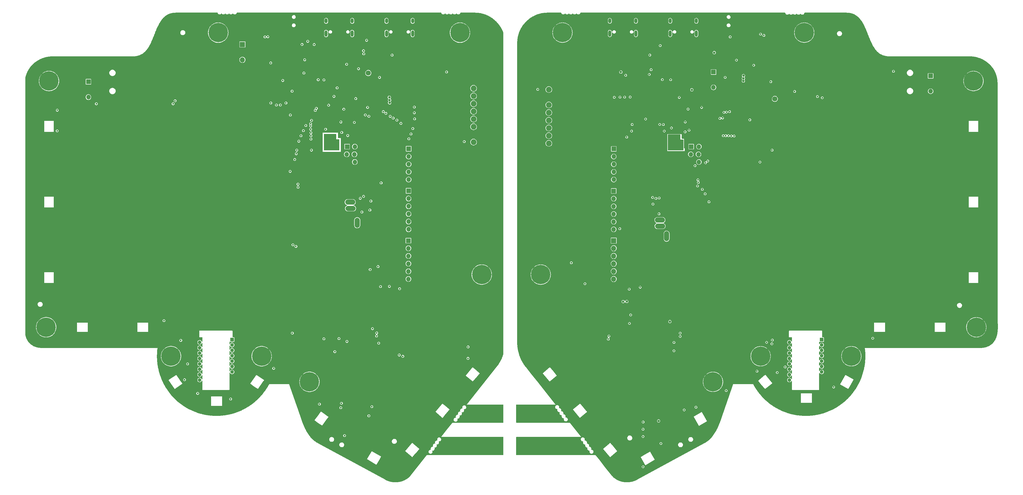
<source format=gbr>
%TF.GenerationSoftware,KiCad,Pcbnew,(6.99.0-4085-g6c752680d7)*%
%TF.CreationDate,2022-11-10T11:06:54+08:00*%
%TF.ProjectId,Rev2.4,52657632-2e34-42e6-9b69-6361645f7063,rev?*%
%TF.SameCoordinates,Original*%
%TF.FileFunction,Copper,L2,Inr*%
%TF.FilePolarity,Positive*%
%FSLAX46Y46*%
G04 Gerber Fmt 4.6, Leading zero omitted, Abs format (unit mm)*
G04 Created by KiCad (PCBNEW (6.99.0-4085-g6c752680d7)) date 2022-11-10 11:06:54*
%MOMM*%
%LPD*%
G01*
G04 APERTURE LIST*
%TA.AperFunction,ComponentPad*%
%ADD10C,1.700000*%
%TD*%
%TA.AperFunction,ComponentPad*%
%ADD11C,0.800000*%
%TD*%
%TA.AperFunction,ComponentPad*%
%ADD12C,6.400000*%
%TD*%
%TA.AperFunction,ComponentPad*%
%ADD13R,1.200000X1.200000*%
%TD*%
%TA.AperFunction,ComponentPad*%
%ADD14C,1.200000*%
%TD*%
%TA.AperFunction,ComponentPad*%
%ADD15R,1.700000X1.700000*%
%TD*%
%TA.AperFunction,ComponentPad*%
%ADD16O,1.700000X1.700000*%
%TD*%
%TA.AperFunction,ComponentPad*%
%ADD17O,3.352800X1.676400*%
%TD*%
%TA.AperFunction,ComponentPad*%
%ADD18R,1.524000X1.524000*%
%TD*%
%TA.AperFunction,ComponentPad*%
%ADD19O,1.524000X1.524000*%
%TD*%
%TA.AperFunction,ComponentPad*%
%ADD20O,1.676400X3.352800*%
%TD*%
%TA.AperFunction,ComponentPad*%
%ADD21O,1.000000X2.100000*%
%TD*%
%TA.AperFunction,ComponentPad*%
%ADD22O,1.000000X1.600000*%
%TD*%
%TA.AperFunction,ComponentPad*%
%ADD23C,1.879600*%
%TD*%
%TA.AperFunction,ComponentPad*%
%ADD24C,0.600000*%
%TD*%
%TA.AperFunction,ViaPad*%
%ADD25C,0.600000*%
%TD*%
%TA.AperFunction,ViaPad*%
%ADD26C,0.800000*%
%TD*%
G04 APERTURE END LIST*
D10*
%TO.N,LED_5v*%
%TO.C,J20*%
X162975000Y-64825000D03*
%TD*%
D11*
%TO.N,/SHIELD11*%
%TO.C,DRILL11*%
X361778405Y-148874002D03*
X362481349Y-147176946D03*
X362481349Y-150571058D03*
X364178405Y-146474002D03*
D12*
X364178405Y-148874002D03*
D11*
X364178405Y-151274002D03*
X365875461Y-147176946D03*
X365875461Y-150571058D03*
X366578405Y-148874002D03*
%TD*%
D13*
%TO.N,unconnected-(U12-NC)_1*%
%TO.C,U12*%
X313019372Y-152959292D03*
D14*
%TO.N,unconnected-(U12-NC)_4*%
X313019373Y-154739293D03*
%TO.N,Net-(U12-VDDPIX)*%
X313019373Y-156519293D03*
%TO.N,+1V8_R*%
X313019373Y-158299293D03*
%TO.N,+3V3_R*%
X313019373Y-160079293D03*
%TO.N,unconnected-(U12-NC)*%
X313019373Y-161859293D03*
%TO.N,unconnected-(U12-NRESET)*%
X313019373Y-163639293D03*
%TO.N,GND2*%
X313019373Y-165419293D03*
%TO.N,unconnected-(U12-MOTION)*%
X302319373Y-166309293D03*
%TO.N,SCK_R*%
X302319373Y-164529293D03*
%TO.N,MOSI_R*%
X302319373Y-162749293D03*
%TO.N,MISO_R*%
X302319373Y-160969293D03*
%TO.N,NCS_R*%
X302319373Y-159189293D03*
%TO.N,unconnected-(U12-NC)_2*%
X302319373Y-157409293D03*
%TO.N,Net-(U12-LED_P)*%
X302319373Y-155629293D03*
%TO.N,unconnected-(U12-NC)_3*%
X302319373Y-153849293D03*
%TD*%
D15*
%TO.N,+5V*%
%TO.C,J2*%
X121330002Y-55381999D03*
D16*
%TO.N,GND*%
X121330002Y-57921999D03*
%TO.N,LED_5v_OUT*%
X121330002Y-60461999D03*
%TD*%
D11*
%TO.N,/SHIELD1*%
%TO.C,DRILL1*%
X125294998Y-158456551D03*
X125997942Y-156759495D03*
X125997942Y-160153607D03*
X127694998Y-156056551D03*
D12*
X127694998Y-158456551D03*
D11*
X127694998Y-160856551D03*
X129392054Y-156759495D03*
X129392054Y-160153607D03*
X130094998Y-158456551D03*
%TD*%
%TO.N,/SHIELD3*%
%TO.C,DRILL3*%
X290415139Y-158456548D03*
X291118083Y-156759492D03*
X291118083Y-160153604D03*
X292815139Y-156056548D03*
D12*
X292815139Y-158456548D03*
D11*
X292815139Y-160856548D03*
X294512195Y-156759492D03*
X294512195Y-160153604D03*
X295215139Y-158456548D03*
%TD*%
D17*
%TO.N,OUT+_R*%
%TO.C,J29*%
X259474999Y-113439999D03*
%TD*%
D18*
%TO.N,col3_R*%
%TO.C,J11*%
X244204999Y-89891751D03*
D19*
%TO.N,row1_R*%
X244204999Y-92431751D03*
%TO.N,col2_R*%
X244204999Y-94971751D03*
%TO.N,col1_R*%
X244204999Y-97511751D03*
%TO.N,row2_R*%
X244204999Y-100051751D03*
%TD*%
D18*
%TO.N,+5V*%
%TO.C,J17*%
X155987002Y-89158199D03*
D19*
%TO.N,SWDIO*%
X158527002Y-89158199D03*
%TO.N,/Left/nRST*%
X155860002Y-91698199D03*
%TO.N,SWCLK*%
X158400002Y-91698199D03*
%TO.N,GND*%
X155987002Y-94238199D03*
%TO.N,unconnected-(J17-SWO{slash}TDO)*%
X158527002Y-94238199D03*
%TD*%
D20*
%TO.N,Net-(IC1-IN{slash}TRIG)*%
%TO.C,J25*%
X261694999Y-118769999D03*
%TD*%
D11*
%TO.N,/SHIELD12*%
%TO.C,DRILL12*%
X360839131Y-67679177D03*
X361391492Y-65927313D03*
X361687308Y-69308509D03*
X363020824Y-65079136D03*
D12*
X363229998Y-67470003D03*
D11*
X363439172Y-69860870D03*
X364772688Y-65631497D03*
X365068504Y-69012693D03*
X365620865Y-67260829D03*
%TD*%
D21*
%TO.N,Net-(J24-SHIELD)*%
%TO.C,J24*%
X251524999Y-51751751D03*
D22*
X251524999Y-47571751D03*
D21*
X242884999Y-51751751D03*
D22*
X242884999Y-47571751D03*
%TD*%
D17*
%TO.N,OUT-*%
%TO.C,J14*%
X157104999Y-109571751D03*
%TD*%
D11*
%TO.N,/SHIELD13*%
%TO.C,DRILL13*%
X304830003Y-51470001D03*
X305532947Y-49772945D03*
X305532947Y-53167057D03*
X307230003Y-49070001D03*
D12*
X307230003Y-51470001D03*
D11*
X307230003Y-53870001D03*
X308927059Y-49772945D03*
X308927059Y-53167057D03*
X309630003Y-51470001D03*
%TD*%
D18*
%TO.N,col3*%
%TO.C,J4*%
X176330002Y-89889999D03*
D19*
%TO.N,row1*%
X176330002Y-92429999D03*
%TO.N,col2*%
X176330002Y-94969999D03*
%TO.N,col1*%
X176330002Y-97509999D03*
%TO.N,row2*%
X176330002Y-100049999D03*
%TD*%
D18*
%TO.N,+5V_R*%
%TO.C,J28*%
X269831999Y-89159999D03*
D19*
%TO.N,SWDIO_R*%
X272371999Y-89159999D03*
%TO.N,/Right/nRST_R*%
X269704999Y-91699999D03*
%TO.N,SWCLK_R*%
X272244999Y-91699999D03*
%TO.N,GND2*%
X269831999Y-94239999D03*
%TO.N,unconnected-(J28-SWO{slash}TDO)*%
X272371999Y-94239999D03*
%TD*%
D18*
%TO.N,row4*%
%TO.C,J5*%
X176300002Y-103779999D03*
D19*
%TO.N,row3*%
X176300002Y-106319999D03*
%TO.N,col4*%
X176300002Y-108859999D03*
%TO.N,col5*%
X176300002Y-111399999D03*
%TO.N,col6*%
X176300002Y-113939999D03*
%TO.N,row5*%
X176300002Y-116479999D03*
%TD*%
D23*
%TO.N,+3V3_R*%
%TO.C,J16*%
X222725000Y-70281752D03*
%TO.N,GND2*%
X222725000Y-72821752D03*
%TO.N,MOSI_R*%
X222725000Y-75361752D03*
%TO.N,SCK_R*%
X222725000Y-77901752D03*
%TO.N,OLED_CS_R*%
X222725000Y-80441752D03*
%TO.N,DC_R*%
X222725000Y-82981752D03*
%TO.N,RST_R*%
X222725000Y-85521752D03*
%TO.N,LCD_BL_R*%
X222725000Y-88061752D03*
%TD*%
D24*
%TO.N,GND*%
%TO.C,U2*%
X152055003Y-77695000D03*
X152055003Y-78970000D03*
X152055003Y-80245000D03*
X153330003Y-77695000D03*
X153330003Y-78970000D03*
X153330003Y-80245000D03*
X154605003Y-77695000D03*
X154605003Y-78970000D03*
X154605003Y-80245000D03*
%TD*%
D10*
%TO.N,LED_5v_R*%
%TO.C,J31*%
X297505000Y-73371752D03*
%TD*%
D18*
%TO.N,+5V_R*%
%TO.C,J10*%
X349049999Y-65771499D03*
D19*
%TO.N,GND2*%
X349176999Y-68311499D03*
%TO.N,LED_5v_R_OUT*%
X349049999Y-70851499D03*
%TD*%
D18*
%TO.N,+5V*%
%TO.C,J21*%
X70374999Y-67709999D03*
D19*
%TO.N,GND*%
X70501999Y-70249999D03*
%TO.N,LED_5v_OUT*%
X70374999Y-72789999D03*
%TD*%
D21*
%TO.N,Net-(J30-SHIELD)*%
%TO.C,J30*%
X271524999Y-51751751D03*
D22*
X271524999Y-47571751D03*
D21*
X262884999Y-51751751D03*
D22*
X262884999Y-47571751D03*
%TD*%
D11*
%TO.N,/SHIELD14*%
%TO.C,DRILL14*%
X224830006Y-51470000D03*
X225532950Y-49772944D03*
X225532950Y-53167056D03*
X227230006Y-49070000D03*
D12*
X227230006Y-51470000D03*
D11*
X227230006Y-53870000D03*
X228927062Y-49772944D03*
X228927062Y-53167056D03*
X229630006Y-51470000D03*
%TD*%
%TO.N,/SHIELD4*%
%TO.C,DRILL4*%
X320415137Y-158456545D03*
X321118081Y-156759489D03*
X321118081Y-160153601D03*
X322815137Y-156056545D03*
D12*
X322815137Y-158456545D03*
D11*
X322815137Y-160856545D03*
X324512193Y-156759489D03*
X324512193Y-160153601D03*
X325215137Y-158456545D03*
%TD*%
D21*
%TO.N,Net-(J8-SHIELD)*%
%TO.C,J8*%
X177650002Y-51749999D03*
D22*
X177650002Y-47569999D03*
D21*
X169010002Y-51749999D03*
D22*
X169010002Y-47569999D03*
%TD*%
D11*
%TO.N,/SHIELD15*%
%TO.C,DRILL15*%
X217630001Y-131469996D03*
X218332945Y-129772940D03*
X218332945Y-133167052D03*
X220030001Y-129069996D03*
D12*
X220030001Y-131469996D03*
D11*
X220030001Y-133869996D03*
X221727057Y-129772940D03*
X221727057Y-133167052D03*
X222430001Y-131469996D03*
%TD*%
D17*
%TO.N,OUT-_R*%
%TO.C,J26*%
X259534999Y-115429999D03*
%TD*%
%TO.N,OUT+*%
%TO.C,J18*%
X157000202Y-107508349D03*
%TD*%
D11*
%TO.N,/SHIELD10*%
%TO.C,DRILL10*%
X141120003Y-166926301D03*
X141822947Y-165229245D03*
X141822947Y-168623357D03*
X143520003Y-164526301D03*
D12*
X143520003Y-166926301D03*
D11*
X143520003Y-169326301D03*
X145217059Y-165229245D03*
X145217059Y-168623357D03*
X145920003Y-166926301D03*
%TD*%
D18*
%TO.N,+5V_R*%
%TO.C,J9*%
X277204999Y-64487971D03*
D19*
%TO.N,GND2*%
X277331999Y-67027971D03*
%TO.N,LED_5v_R_OUT*%
X277204999Y-69567971D03*
%TD*%
D11*
%TO.N,/SHIELD5*%
%TO.C,DRILL5*%
X53982004Y-148874000D03*
X54684948Y-147176944D03*
X54684948Y-150571056D03*
X56382004Y-146474000D03*
D12*
X56382004Y-148874000D03*
D11*
X56382004Y-151274000D03*
X58079060Y-147176944D03*
X58079060Y-150571056D03*
X58782004Y-148874000D03*
%TD*%
D13*
%TO.N,unconnected-(U3-NC)_1*%
%TO.C,U3*%
X117899233Y-152959298D03*
D14*
%TO.N,unconnected-(U3-NC)_4*%
X117899234Y-154739299D03*
%TO.N,Net-(U3-VDDPIX)*%
X117899234Y-156519299D03*
%TO.N,+1V8*%
X117899234Y-158299299D03*
%TO.N,+3V3*%
X117899234Y-160079299D03*
%TO.N,unconnected-(U3-NC)*%
X117899234Y-161859299D03*
%TO.N,unconnected-(U3-NRESET)*%
X117899234Y-163639299D03*
%TO.N,GND*%
X117899234Y-165419299D03*
%TO.N,MOTION*%
X107199234Y-166309299D03*
%TO.N,SCK*%
X107199234Y-164529299D03*
%TO.N,MOSI*%
X107199234Y-162749299D03*
%TO.N,MISO*%
X107199234Y-160969299D03*
%TO.N,NCS*%
X107199234Y-159189299D03*
%TO.N,unconnected-(U3-NC)_2*%
X107199234Y-157409299D03*
%TO.N,Net-(U3-LED_P)*%
X107199234Y-155629299D03*
%TO.N,unconnected-(U3-NC)_3*%
X107199234Y-153849299D03*
%TD*%
D20*
%TO.N,Net-(IC2-IN{slash}TRIG)*%
%TO.C,J12*%
X159324999Y-114324999D03*
%TD*%
D11*
%TO.N,/SHIELD2*%
%TO.C,DRILL2*%
X95295000Y-158456554D03*
X95997944Y-156759498D03*
X95997944Y-160153610D03*
X97695000Y-156056554D03*
D12*
X97695000Y-158456554D03*
D11*
X97695000Y-160856554D03*
X99392056Y-156759498D03*
X99392056Y-160153610D03*
X100095000Y-158456554D03*
%TD*%
%TO.N,/SHIELD8*%
%TO.C,DRILL8*%
X190930003Y-51470000D03*
X191632947Y-49772944D03*
X191632947Y-53167056D03*
X193330003Y-49070000D03*
D12*
X193330003Y-51470000D03*
D11*
X193330003Y-53870000D03*
X195027059Y-49772944D03*
X195027059Y-53167056D03*
X195730003Y-51470000D03*
%TD*%
D24*
%TO.N,GND2*%
%TO.C,U9*%
X265930000Y-77696752D03*
X265930000Y-78971752D03*
X265930000Y-80246752D03*
X267205000Y-77696752D03*
X267205000Y-78971752D03*
X267205000Y-80246752D03*
X268480000Y-77696752D03*
X268480000Y-78971752D03*
X268480000Y-80246752D03*
%TD*%
D18*
%TO.N,col5*%
%TO.C,J1*%
X176260002Y-120229999D03*
D19*
%TO.N,col6*%
X176260002Y-122769999D03*
%TO.N,col4*%
X176260002Y-125309999D03*
%TO.N,row5*%
X176260002Y-127849999D03*
%TO.N,col2*%
X176260002Y-130389999D03*
%TO.N,col3*%
X176260002Y-132929999D03*
%TD*%
D18*
%TO.N,row4_R*%
%TO.C,J13*%
X244170002Y-103819999D03*
D19*
%TO.N,row3_R*%
X244170002Y-106359999D03*
%TO.N,col4_R*%
X244170002Y-108899999D03*
%TO.N,col5_R*%
X244170002Y-111439999D03*
%TO.N,col6_R*%
X244170002Y-113979999D03*
%TO.N,row5_R*%
X244170002Y-116519999D03*
%TD*%
D11*
%TO.N,/SHIELD9*%
%TO.C,DRILL9*%
X198130000Y-131469999D03*
X198832944Y-129772943D03*
X198832944Y-133167055D03*
X200530000Y-129069999D03*
D12*
X200530000Y-131469999D03*
D11*
X200530000Y-133869999D03*
X202227056Y-129772943D03*
X202227056Y-133167055D03*
X202930000Y-131469999D03*
%TD*%
D15*
%TO.N,col5_R*%
%TO.C,J7*%
X244180002Y-120249999D03*
D16*
%TO.N,col6_R*%
X244180002Y-122789999D03*
%TO.N,col4_R*%
X244180002Y-125329999D03*
%TO.N,row5_R*%
X244180002Y-127869999D03*
%TO.N,col2_R*%
X244180002Y-130409999D03*
%TO.N,col3_R*%
X244180002Y-132949999D03*
%TD*%
D21*
%TO.N,Net-(J19-SHIELD)*%
%TO.C,J19*%
X157650002Y-51749999D03*
D22*
X157650002Y-47569999D03*
D21*
X149010002Y-51749999D03*
D22*
X149010002Y-47569999D03*
%TD*%
D23*
%TO.N,+3V3*%
%TO.C,J6*%
X197810003Y-87660000D03*
%TO.N,GND*%
X197810003Y-85120000D03*
%TO.N,MOSI*%
X197810003Y-82580000D03*
%TO.N,SCK*%
X197810003Y-80040000D03*
%TO.N,OLED_CS*%
X197810003Y-77500000D03*
%TO.N,DC*%
X197810003Y-74960000D03*
%TO.N,RST*%
X197810003Y-72420000D03*
%TO.N,LCD_BL*%
X197810003Y-69880000D03*
%TD*%
D11*
%TO.N,/SHIELD16*%
%TO.C,DRILL16*%
X274639703Y-166926300D03*
X275342647Y-165229244D03*
X275342647Y-168623356D03*
X277039703Y-164526300D03*
D12*
X277039703Y-166926300D03*
D11*
X277039703Y-169326300D03*
X278736759Y-165229244D03*
X278736759Y-168623356D03*
X279439703Y-166926300D03*
%TD*%
%TO.N,/SHIELD6*%
%TO.C,DRILL6*%
X54930006Y-67470002D03*
X55632950Y-65772946D03*
X55632950Y-69167058D03*
X57330006Y-65070002D03*
D12*
X57330006Y-67470002D03*
D11*
X57330006Y-69870002D03*
X59027062Y-65772946D03*
X59027062Y-69167058D03*
X59730006Y-67470002D03*
%TD*%
%TO.N,/SHIELD7*%
%TO.C,DRILL7*%
X110930003Y-51470001D03*
X111632947Y-49772945D03*
X111632947Y-53167057D03*
X113330003Y-49070001D03*
D12*
X113330003Y-51470001D03*
D11*
X113330003Y-53870001D03*
X115027059Y-49772945D03*
X115027059Y-53167057D03*
X115730003Y-51470001D03*
%TD*%
D25*
%TO.N,AUDIO*%
X167225000Y-101150000D03*
X163175000Y-79100000D03*
%TO.N,GND*%
X122830000Y-126660000D03*
X77880000Y-102900000D03*
X77910000Y-112850000D03*
X114050000Y-135430000D03*
X80420000Y-101630000D03*
X79150000Y-90120000D03*
X125730000Y-85090000D03*
X124070000Y-114170000D03*
X191050000Y-62450000D03*
X81720000Y-115390000D03*
X155755003Y-71470000D03*
X106430000Y-126660000D03*
X86800000Y-116660000D03*
X122830000Y-130350000D03*
X107700000Y-124120000D03*
X124070000Y-120400000D03*
X108970000Y-130350000D03*
X100780000Y-63550000D03*
X100780000Y-59740000D03*
X105160000Y-134160000D03*
X118990000Y-112900000D03*
X125850000Y-170075000D03*
X106400000Y-111630000D03*
X110210000Y-107820000D03*
X84230000Y-91390000D03*
X120290000Y-135430000D03*
X115210000Y-126660000D03*
X107670000Y-121670000D03*
X107670000Y-114170000D03*
X112750000Y-112900000D03*
X84260000Y-106620000D03*
X106400000Y-116590000D03*
X82960000Y-100360000D03*
X107670000Y-116590000D03*
X119020000Y-130350000D03*
X114020000Y-111630000D03*
X106430000Y-134160000D03*
X107700000Y-132890000D03*
X110210000Y-110360000D03*
X80420000Y-102900000D03*
X103320000Y-57200000D03*
X121530000Y-121670000D03*
X80450000Y-116660000D03*
X84230000Y-92660000D03*
X82960000Y-96470000D03*
X79180000Y-114120000D03*
X142780003Y-65795000D03*
X86770000Y-96470000D03*
X128270000Y-85090000D03*
X118990000Y-115320000D03*
X169850000Y-191700000D03*
X117720000Y-112900000D03*
X106430000Y-124120000D03*
X79150000Y-101630000D03*
X120650000Y-86360000D03*
X77910000Y-116660000D03*
X112780000Y-122850000D03*
X81720000Y-112850000D03*
X85500000Y-91390000D03*
X124460000Y-88900000D03*
X79180000Y-115390000D03*
X133710003Y-67280000D03*
X111480000Y-111630000D03*
X84230000Y-97820000D03*
X122830000Y-135430000D03*
X198425000Y-159475000D03*
X119020000Y-129200000D03*
X114050000Y-132890000D03*
X116480000Y-129200000D03*
X120290000Y-136700000D03*
X120260000Y-112900000D03*
X157275000Y-54700000D03*
X111510000Y-132890000D03*
X81690000Y-91390000D03*
X122800000Y-110360000D03*
X85530000Y-110430000D03*
X111510000Y-131620000D03*
X77880000Y-90120000D03*
X122830000Y-132890000D03*
X114050000Y-122850000D03*
X121560000Y-124120000D03*
X115210000Y-129200000D03*
X120290000Y-125390000D03*
X119020000Y-131620000D03*
X115180000Y-115320000D03*
X81690000Y-90120000D03*
X85500000Y-104170000D03*
X124070000Y-107820000D03*
X107700000Y-135430000D03*
X117750000Y-135430000D03*
X79180000Y-116660000D03*
X84230000Y-90120000D03*
X106400000Y-112900000D03*
X102050000Y-58470000D03*
X85500000Y-90120000D03*
X86770000Y-102900000D03*
X81690000Y-95200000D03*
X106430000Y-122850000D03*
X126755000Y-51521752D03*
X122830000Y-136700000D03*
X60650000Y-85700000D03*
X127000000Y-87630000D03*
X104590000Y-58470000D03*
X106400000Y-120400000D03*
X117750000Y-130350000D03*
X121530000Y-114170000D03*
X80450000Y-115390000D03*
X111510000Y-135430000D03*
X80450000Y-110430000D03*
X96970000Y-59740000D03*
X86770000Y-92660000D03*
X149230003Y-67020000D03*
X186875000Y-179750000D03*
X116450000Y-117860000D03*
X165180000Y-62296752D03*
X118990000Y-117860000D03*
X98240000Y-61010000D03*
X105130000Y-110360000D03*
X124100000Y-134160000D03*
X120650000Y-83820000D03*
X110240000Y-129200000D03*
X122800000Y-119130000D03*
X116480000Y-130350000D03*
X156730003Y-71470000D03*
X124070000Y-117860000D03*
X106430000Y-136700000D03*
X118990000Y-116590000D03*
X121560000Y-136700000D03*
X119020000Y-134160000D03*
X79150000Y-93930000D03*
X80420000Y-95200000D03*
X117720000Y-115320000D03*
X143680003Y-58695000D03*
X105130000Y-115320000D03*
X143075000Y-72900000D03*
X96970000Y-58470000D03*
X102050000Y-57200000D03*
X124100000Y-135430000D03*
X110240000Y-131620000D03*
X121530000Y-111630000D03*
X84230000Y-100360000D03*
X121560000Y-127930000D03*
X119020000Y-126660000D03*
X80420000Y-100360000D03*
X108970000Y-122850000D03*
X105160000Y-124120000D03*
X125730000Y-86360000D03*
X122830000Y-134160000D03*
X81720000Y-106620000D03*
X110240000Y-126660000D03*
X86800000Y-105350000D03*
X95700000Y-61010000D03*
X108970000Y-131620000D03*
X120290000Y-126660000D03*
X80420000Y-97820000D03*
X106430000Y-130350000D03*
X144755003Y-63945000D03*
X124100000Y-122850000D03*
X172300000Y-72825000D03*
X80450000Y-105350000D03*
X108970000Y-136700000D03*
X121530000Y-109090000D03*
X84260000Y-117930000D03*
X97693506Y-142981498D03*
X116480000Y-136700000D03*
X124460000Y-82550000D03*
X77910000Y-114120000D03*
X85530000Y-116660000D03*
X116480000Y-135430000D03*
X105130000Y-117860000D03*
X111480000Y-110360000D03*
X82990000Y-112850000D03*
X77880000Y-104170000D03*
X82960000Y-95200000D03*
X82960000Y-104170000D03*
X114020000Y-121670000D03*
X120290000Y-129200000D03*
X108940000Y-112900000D03*
X115180000Y-114170000D03*
X127000000Y-86360000D03*
X111510000Y-129200000D03*
X145755003Y-62345000D03*
X84230000Y-96470000D03*
X119020000Y-127930000D03*
X100780000Y-58470000D03*
X120260000Y-107820000D03*
X105160000Y-131620000D03*
X115210000Y-127930000D03*
X151675000Y-70750000D03*
X85500000Y-96470000D03*
X105130000Y-121670000D03*
X80420000Y-93930000D03*
X146805003Y-76020000D03*
X85530000Y-117930000D03*
X105130000Y-114170000D03*
X82960000Y-90120000D03*
X125730000Y-87630000D03*
X106400000Y-114170000D03*
X115180000Y-121670000D03*
X102050000Y-61010000D03*
X116450000Y-107820000D03*
X82960000Y-93930000D03*
X104590000Y-61010000D03*
X115210000Y-134160000D03*
X121920000Y-86360000D03*
X165005000Y-50071752D03*
X121560000Y-129200000D03*
X116480000Y-131620000D03*
X177225000Y-54625000D03*
X106400000Y-109090000D03*
X108940000Y-109090000D03*
X107700000Y-125390000D03*
X116450000Y-111630000D03*
X152700000Y-70775000D03*
X77910000Y-119200000D03*
X81720000Y-116660000D03*
X112780000Y-130350000D03*
X116480000Y-127930000D03*
X98240000Y-58470000D03*
X99510000Y-61010000D03*
X114050000Y-127930000D03*
X112750000Y-114170000D03*
X149355001Y-88394999D03*
X100780000Y-57200000D03*
X115210000Y-122850000D03*
X118990000Y-121670000D03*
X77910000Y-109160000D03*
X60650000Y-110700000D03*
X77880000Y-92660000D03*
X107670000Y-111630000D03*
X80450000Y-117930000D03*
X124070000Y-119130000D03*
X117750000Y-125390000D03*
X110210000Y-117860000D03*
X84260000Y-109160000D03*
X155500000Y-58400000D03*
X112780000Y-136700000D03*
X79150000Y-100360000D03*
X119380000Y-82550000D03*
X121560000Y-126660000D03*
X95700000Y-59740000D03*
X116450000Y-119130000D03*
X81720000Y-107890000D03*
X121920000Y-88900000D03*
X114020000Y-107820000D03*
X169400000Y-54050000D03*
X115210000Y-136700000D03*
X114020000Y-119130000D03*
X145330003Y-62770000D03*
X79150000Y-92660000D03*
X120260000Y-111630000D03*
X55675000Y-79775000D03*
X149375000Y-53475000D03*
X80450000Y-109160000D03*
X80420000Y-104170000D03*
X105130000Y-111630000D03*
X82990000Y-115390000D03*
X157730003Y-71470000D03*
X86800000Y-117930000D03*
X108940000Y-114170000D03*
X77910000Y-111700000D03*
X120290000Y-127930000D03*
X121920000Y-87630000D03*
X122800000Y-114170000D03*
X85530000Y-107890000D03*
X112780000Y-129200000D03*
X106430000Y-131620000D03*
X117720000Y-121670000D03*
X79150000Y-95200000D03*
X120290000Y-122850000D03*
X118990000Y-107820000D03*
X84230000Y-102900000D03*
X158670000Y-62393248D03*
X112750000Y-119130000D03*
X82960000Y-92660000D03*
X119020000Y-132890000D03*
X121530000Y-112900000D03*
X86770000Y-90120000D03*
X115210000Y-131620000D03*
X105130000Y-112900000D03*
X122830000Y-122850000D03*
X86800000Y-119200000D03*
X117720000Y-120400000D03*
X118990000Y-111630000D03*
X77880000Y-95200000D03*
X77880000Y-97820000D03*
X112750000Y-107820000D03*
X80420000Y-91390000D03*
X124460000Y-85090000D03*
X107670000Y-117860000D03*
X80420000Y-96470000D03*
X120260000Y-115320000D03*
X112750000Y-111630000D03*
X127000000Y-82550000D03*
X151580003Y-84320000D03*
X106400000Y-119130000D03*
X114020000Y-112900000D03*
X114050000Y-130350000D03*
X110240000Y-124120000D03*
X124460000Y-86360000D03*
X80450000Y-106620000D03*
X79150000Y-96470000D03*
X77880000Y-99090000D03*
X119020000Y-136700000D03*
X108940000Y-120400000D03*
X124100000Y-129200000D03*
X127000000Y-88900000D03*
X105160000Y-127930000D03*
X112780000Y-126660000D03*
X96970000Y-62280000D03*
X176975000Y-192625000D03*
X82990000Y-109160000D03*
X121560000Y-131620000D03*
X86770000Y-99090000D03*
X111480000Y-121670000D03*
X172505000Y-64721752D03*
X115180000Y-111630000D03*
X95700000Y-57200000D03*
X120260000Y-114170000D03*
X124100000Y-132890000D03*
X120650000Y-88900000D03*
X107670000Y-112900000D03*
X106430000Y-129200000D03*
X121560000Y-122850000D03*
X84260000Y-115390000D03*
X122830000Y-125390000D03*
X121530000Y-120400000D03*
X120650000Y-82550000D03*
X177275000Y-53375000D03*
X127000000Y-83820000D03*
X122830000Y-131620000D03*
X85530000Y-119200000D03*
X107670000Y-110360000D03*
X85530000Y-112850000D03*
X86800000Y-110430000D03*
X105160000Y-132890000D03*
X124100000Y-126660000D03*
X85500000Y-99090000D03*
X125730000Y-83820000D03*
X111480000Y-115320000D03*
X104590000Y-63550000D03*
X85530000Y-111700000D03*
X79180000Y-117930000D03*
X84260000Y-105350000D03*
X132075002Y-147650000D03*
X124100000Y-136700000D03*
X103320000Y-61010000D03*
X122800000Y-117860000D03*
X105130000Y-116590000D03*
X122800000Y-116590000D03*
X174300000Y-59600000D03*
X165975000Y-135800000D03*
X85500000Y-101630000D03*
X77880000Y-101630000D03*
X123190000Y-87630000D03*
X118990000Y-110360000D03*
X111480000Y-117860000D03*
X111510000Y-125390000D03*
X111480000Y-107820000D03*
X183375000Y-51450000D03*
X80420000Y-92660000D03*
X188275000Y-171525000D03*
X86770000Y-101630000D03*
X117720000Y-116590000D03*
X161699997Y-69308504D03*
X108940000Y-119130000D03*
X117720000Y-117860000D03*
X120290000Y-134160000D03*
X125730000Y-82550000D03*
X108940000Y-110360000D03*
X124070000Y-116590000D03*
X119020000Y-122850000D03*
X85500000Y-93930000D03*
X108940000Y-116590000D03*
X115210000Y-135430000D03*
X111480000Y-114170000D03*
X86800000Y-107890000D03*
X119380000Y-87630000D03*
X117720000Y-107820000D03*
X121920000Y-85090000D03*
X85530000Y-109160000D03*
X103320000Y-63550000D03*
X112750000Y-121670000D03*
X116450000Y-110360000D03*
X79180000Y-109160000D03*
X85530000Y-115390000D03*
X114020000Y-109090000D03*
X122425000Y-50325000D03*
X110210000Y-114170000D03*
X119380000Y-88900000D03*
X112750000Y-120400000D03*
X86800000Y-115390000D03*
X105160000Y-122850000D03*
X114020000Y-115320000D03*
X122800000Y-120400000D03*
X124460000Y-87630000D03*
X116450000Y-121670000D03*
X102050000Y-59740000D03*
X107670000Y-119130000D03*
X82960000Y-101630000D03*
X79180000Y-119200000D03*
X122830000Y-127930000D03*
X112750000Y-117860000D03*
X80450000Y-107890000D03*
X80420000Y-90120000D03*
X95700000Y-63550000D03*
X118990000Y-119130000D03*
X112780000Y-132890000D03*
X99510000Y-59740000D03*
X114050000Y-125390000D03*
X123190000Y-83820000D03*
X81690000Y-99090000D03*
X102050000Y-63550000D03*
X123190000Y-85090000D03*
X108970000Y-135430000D03*
X112750000Y-116590000D03*
X81720000Y-111700000D03*
X128270000Y-88900000D03*
X77910000Y-110430000D03*
X77910000Y-106620000D03*
X100780000Y-62280000D03*
X86770000Y-97820000D03*
X79150000Y-99090000D03*
X163525000Y-108500000D03*
X80450000Y-111700000D03*
X114020000Y-120400000D03*
X107670000Y-120400000D03*
X115210000Y-130350000D03*
X105130000Y-120400000D03*
X77910000Y-117930000D03*
X120260000Y-117860000D03*
X84260000Y-114120000D03*
X82990000Y-119200000D03*
X161325000Y-53800000D03*
X55600000Y-104700000D03*
X120650000Y-87630000D03*
X202100000Y-140650000D03*
X111510000Y-130350000D03*
X115180000Y-107820000D03*
X120290000Y-124120000D03*
X117750000Y-126660000D03*
X112780000Y-135430000D03*
X107700000Y-134160000D03*
X81690000Y-104170000D03*
X122800000Y-115320000D03*
X82990000Y-111700000D03*
X115180000Y-109090000D03*
X110240000Y-125390000D03*
X114050000Y-134160000D03*
X122830000Y-124120000D03*
X108940000Y-121670000D03*
X108970000Y-132890000D03*
X121560000Y-135430000D03*
X123190000Y-82550000D03*
X85500000Y-97820000D03*
X121530000Y-117860000D03*
X81720000Y-105350000D03*
X104590000Y-62280000D03*
X80420000Y-99090000D03*
X111510000Y-136700000D03*
X122830000Y-129200000D03*
X103320000Y-62280000D03*
X146805003Y-79970000D03*
X98240000Y-57200000D03*
X121530000Y-116590000D03*
X96970000Y-63550000D03*
X80450000Y-112850000D03*
X85500000Y-92660000D03*
X120260000Y-116590000D03*
X77880000Y-96470000D03*
X85530000Y-105350000D03*
X117750000Y-124120000D03*
X79150000Y-102900000D03*
X111480000Y-109090000D03*
X77910000Y-115390000D03*
X192800000Y-155700000D03*
X86770000Y-93930000D03*
X110240000Y-134160000D03*
X86770000Y-100360000D03*
X123190000Y-86360000D03*
X84260000Y-112850000D03*
X108940000Y-111630000D03*
X106400000Y-107820000D03*
X106400000Y-115320000D03*
X117720000Y-111630000D03*
X112780000Y-125390000D03*
X117750000Y-129200000D03*
X66375000Y-66375000D03*
X122800000Y-109090000D03*
X117720000Y-109090000D03*
X147200000Y-182375000D03*
X177550000Y-184550000D03*
X105130000Y-109090000D03*
X154430003Y-86470000D03*
X84260000Y-119200000D03*
X108970000Y-124120000D03*
X121325000Y-155875000D03*
X110210000Y-109090000D03*
X162950000Y-110750000D03*
X81690000Y-100360000D03*
X107670000Y-115320000D03*
X85500000Y-102900000D03*
X85500000Y-100360000D03*
X116480000Y-126660000D03*
X96970000Y-57200000D03*
X86770000Y-95200000D03*
X124070000Y-111630000D03*
X82990000Y-107890000D03*
X107700000Y-130350000D03*
X110210000Y-119130000D03*
X105160000Y-125390000D03*
X55750000Y-129700000D03*
X108940000Y-117860000D03*
X71600000Y-145550000D03*
X121560000Y-125390000D03*
X114020000Y-114170000D03*
X117750000Y-132890000D03*
X117750000Y-134160000D03*
X124070000Y-109090000D03*
X115180000Y-112900000D03*
X121560000Y-132890000D03*
X82990000Y-110430000D03*
X82990000Y-114120000D03*
X105130000Y-119130000D03*
X117750000Y-127930000D03*
X84260000Y-107890000D03*
X112780000Y-127930000D03*
X110210000Y-120400000D03*
X120290000Y-130350000D03*
X84230000Y-95200000D03*
X103320000Y-59740000D03*
X84230000Y-104170000D03*
X108970000Y-129200000D03*
X107670000Y-107820000D03*
X117750000Y-131620000D03*
X81690000Y-92660000D03*
X114050000Y-124120000D03*
X125125000Y-164050000D03*
X99510000Y-58470000D03*
X105160000Y-130350000D03*
X117750000Y-122850000D03*
X115180000Y-110360000D03*
X95700000Y-58470000D03*
X82990000Y-117930000D03*
X122800000Y-112900000D03*
X111480000Y-116590000D03*
X115210000Y-132890000D03*
X84230000Y-99090000D03*
X124070000Y-112900000D03*
X99510000Y-63550000D03*
X124070000Y-121670000D03*
X99510000Y-62280000D03*
X81690000Y-96470000D03*
X115180000Y-119130000D03*
X117720000Y-114170000D03*
X116450000Y-115320000D03*
X108970000Y-126660000D03*
X166930000Y-59696752D03*
X95700000Y-62280000D03*
X85650000Y-150475000D03*
X116450000Y-114170000D03*
X120260000Y-109090000D03*
X140800000Y-158500000D03*
X115210000Y-124120000D03*
X123190000Y-88900000D03*
X79180000Y-107890000D03*
X119020000Y-135430000D03*
X82990000Y-106620000D03*
X119020000Y-124120000D03*
X108970000Y-125390000D03*
X128270000Y-82550000D03*
X164425000Y-147675000D03*
X124100000Y-125390000D03*
X114020000Y-117860000D03*
X106430000Y-132890000D03*
X116450000Y-112900000D03*
X104150000Y-166875000D03*
X105130000Y-107820000D03*
X82960000Y-99090000D03*
X124100000Y-127930000D03*
X120290000Y-132890000D03*
X111510000Y-134160000D03*
X106430000Y-125390000D03*
X82960000Y-91390000D03*
X128270000Y-87630000D03*
X86800000Y-109160000D03*
X99510000Y-57200000D03*
X84260000Y-110430000D03*
X118990000Y-120400000D03*
X121530000Y-119130000D03*
X79180000Y-112850000D03*
X108940000Y-115320000D03*
X107700000Y-126660000D03*
X120260000Y-119130000D03*
X117750000Y-136700000D03*
X108970000Y-134160000D03*
X125730000Y-88900000D03*
X98240000Y-62280000D03*
X156425000Y-60850000D03*
X112780000Y-131620000D03*
X116480000Y-125390000D03*
X110240000Y-132890000D03*
X84230000Y-101630000D03*
X85530000Y-114120000D03*
X106400000Y-117860000D03*
X115180000Y-117860000D03*
X105160000Y-135430000D03*
X161875000Y-192075000D03*
X117720000Y-119130000D03*
X119380000Y-83820000D03*
X81690000Y-93930000D03*
X104590000Y-57200000D03*
X122800000Y-111630000D03*
X118990000Y-114170000D03*
X114050000Y-129200000D03*
X114050000Y-136700000D03*
X110240000Y-127930000D03*
X116450000Y-109090000D03*
X110100000Y-175000000D03*
X124070000Y-110360000D03*
X103320000Y-58470000D03*
X157325000Y-54100000D03*
X81720000Y-119200000D03*
X120575000Y-171125000D03*
X111510000Y-122850000D03*
X107700000Y-129200000D03*
X82990000Y-105350000D03*
X114020000Y-116590000D03*
X110210000Y-115320000D03*
X107670000Y-109090000D03*
X107700000Y-127930000D03*
X114050000Y-131620000D03*
X124070000Y-115320000D03*
X111480000Y-112900000D03*
X86800000Y-111700000D03*
X86770000Y-104170000D03*
X169475000Y-54650000D03*
X110210000Y-111630000D03*
X110210000Y-121670000D03*
X120260000Y-120400000D03*
X120290000Y-131620000D03*
X102050000Y-62280000D03*
X121920000Y-82550000D03*
X108970000Y-127930000D03*
X168975000Y-135800000D03*
X79180000Y-105350000D03*
X98240000Y-63550000D03*
X149660000Y-165910000D03*
X84260000Y-111700000D03*
X79180000Y-110430000D03*
X124100000Y-124120000D03*
X128030003Y-73610000D03*
X120260000Y-110360000D03*
X106400000Y-110360000D03*
X162975000Y-106200000D03*
X127000000Y-85090000D03*
X119020000Y-125390000D03*
X112750000Y-110360000D03*
X82990000Y-116660000D03*
X65675000Y-150475000D03*
X115210000Y-125390000D03*
X114020000Y-110360000D03*
X106400000Y-121670000D03*
X128270000Y-83820000D03*
X80450000Y-114120000D03*
X107700000Y-122850000D03*
X82960000Y-102900000D03*
X79150000Y-97820000D03*
X114050000Y-126660000D03*
X111480000Y-119130000D03*
X81690000Y-102900000D03*
X77880000Y-93930000D03*
X177250000Y-54000000D03*
X124460000Y-83820000D03*
X158655003Y-76070000D03*
X91625000Y-145525000D03*
X169350000Y-53450000D03*
X122800000Y-107820000D03*
X116480000Y-124120000D03*
X150700000Y-57800000D03*
X107700000Y-131620000D03*
X142175000Y-46850000D03*
X115180000Y-116590000D03*
X77910000Y-107890000D03*
X128270000Y-86360000D03*
X105160000Y-126660000D03*
X104590000Y-59740000D03*
X82960000Y-97820000D03*
X84230000Y-93930000D03*
X202450000Y-88475000D03*
X96375000Y-165625000D03*
X121530000Y-115320000D03*
X110240000Y-130350000D03*
X81720000Y-109160000D03*
X159124997Y-69308504D03*
X110240000Y-122850000D03*
X106430000Y-135430000D03*
X85500000Y-95200000D03*
X81720000Y-117930000D03*
X112750000Y-109090000D03*
X58575000Y-143375000D03*
X111510000Y-126660000D03*
X121560000Y-130350000D03*
X85530000Y-106620000D03*
X105160000Y-136700000D03*
X79150000Y-91390000D03*
X86800000Y-112850000D03*
X112750000Y-115320000D03*
X96970000Y-61010000D03*
X116480000Y-134160000D03*
X86770000Y-91390000D03*
X157350000Y-53500000D03*
X120650000Y-85090000D03*
X162637500Y-51711250D03*
X84260000Y-116660000D03*
X160425000Y-150475000D03*
X108940000Y-107820000D03*
X106430000Y-127930000D03*
X159830003Y-79970000D03*
X111510000Y-124120000D03*
X77880000Y-100360000D03*
X115180000Y-120400000D03*
X81690000Y-101630000D03*
X86800000Y-106620000D03*
X80450000Y-119200000D03*
X110210000Y-116590000D03*
X116450000Y-120400000D03*
X116480000Y-122850000D03*
X79150000Y-104170000D03*
X77880000Y-91390000D03*
X149425000Y-54725000D03*
X105160000Y-129200000D03*
X110240000Y-135430000D03*
X116450000Y-116590000D03*
X121560000Y-134160000D03*
X117720000Y-110360000D03*
X118990000Y-109090000D03*
X79180000Y-106620000D03*
X149375000Y-54100000D03*
X100780000Y-61010000D03*
X120260000Y-121670000D03*
X121530000Y-107820000D03*
X81690000Y-97820000D03*
X121920000Y-83820000D03*
X154300000Y-59600000D03*
X119380000Y-86360000D03*
X122800000Y-121670000D03*
X98240000Y-59740000D03*
X81720000Y-110430000D03*
X124100000Y-131620000D03*
X77910000Y-105350000D03*
X111480000Y-120400000D03*
X138725003Y-148275000D03*
X124100000Y-130350000D03*
X112780000Y-124120000D03*
X107700000Y-136700000D03*
X112780000Y-134160000D03*
X110240000Y-136700000D03*
X79180000Y-111700000D03*
X119380000Y-85090000D03*
X134425000Y-46825000D03*
X158449997Y-65008504D03*
X81720000Y-114120000D03*
X110210000Y-112900000D03*
X116480000Y-132890000D03*
X86800000Y-114120000D03*
X121530000Y-110360000D03*
X111510000Y-127930000D03*
%TO.N,AUDIO_R*%
X289225000Y-80300000D03*
X273500000Y-103275000D03*
%TO.N,+5V*%
X102175000Y-166225000D03*
X166700000Y-66275000D03*
X106525000Y-170750000D03*
X164150000Y-175125000D03*
X170850000Y-58900000D03*
X137850000Y-150800000D03*
X100925000Y-153225000D03*
X131675000Y-162475000D03*
X60075000Y-77125000D03*
X154100000Y-174000000D03*
X146825000Y-174275000D03*
X60050000Y-83925000D03*
X141050000Y-55375000D03*
X117424994Y-172595006D03*
%TO.N,+5V_R*%
X267500000Y-176200000D03*
X329900000Y-152500000D03*
X271925000Y-102150000D03*
X253900000Y-195000000D03*
X271100000Y-95450000D03*
X256130003Y-58880000D03*
X316980000Y-168650000D03*
X296600000Y-90325000D03*
D26*
X277450003Y-58090000D03*
D25*
X292575000Y-94250000D03*
%TO.N,GND2*%
X288290000Y-119340000D03*
X217170000Y-57150000D03*
X307340000Y-64730000D03*
X292100000Y-130800000D03*
X309880000Y-60950000D03*
X306070000Y-63460000D03*
X265478500Y-147900001D03*
X324424098Y-143205998D03*
X339090000Y-125710000D03*
X280760003Y-59830000D03*
X326390000Y-93990000D03*
X261225000Y-108610000D03*
X325120000Y-60950000D03*
X354330000Y-107940000D03*
X354900000Y-147200000D03*
X316230000Y-86370000D03*
X280670000Y-116840000D03*
X361100000Y-79800000D03*
X355600000Y-134610000D03*
X269400000Y-58400000D03*
X281940000Y-110450000D03*
X344170000Y-125710000D03*
X346710000Y-129500000D03*
X284480000Y-126960000D03*
X289560000Y-130800000D03*
X285750000Y-128240000D03*
X353060000Y-106670000D03*
X284480000Y-116840000D03*
X313690000Y-63460000D03*
X314960000Y-62230000D03*
X321310000Y-95270000D03*
X350520000Y-107940000D03*
X334010000Y-86370000D03*
X342900000Y-121880000D03*
X332740000Y-110500000D03*
X304800000Y-66010000D03*
X331470000Y-95270000D03*
X288290000Y-113000000D03*
X335280000Y-87650000D03*
X322580000Y-82530000D03*
X220980000Y-59690000D03*
X336550000Y-88880000D03*
X339090000Y-118120000D03*
X314960000Y-87650000D03*
X255270000Y-87630000D03*
X342900000Y-114290000D03*
X320040000Y-83810000D03*
X322580000Y-87650000D03*
X313690000Y-57110000D03*
X330200000Y-82530000D03*
X335280000Y-83810000D03*
X317500000Y-90150000D03*
X318770000Y-63460000D03*
X337820000Y-109220000D03*
X336550000Y-115560000D03*
X339090000Y-120680000D03*
X340360000Y-130770000D03*
X281940000Y-129520000D03*
X323850000Y-90150000D03*
X312420000Y-91430000D03*
X328930000Y-87650000D03*
X355600000Y-128270000D03*
X337820000Y-120680000D03*
X287020000Y-130800000D03*
X344170000Y-128270000D03*
X250962780Y-135985714D03*
X321310000Y-82530000D03*
X332740000Y-133330000D03*
X354330000Y-116840000D03*
X323850000Y-81260000D03*
X304800000Y-64730000D03*
X311150000Y-59670000D03*
X336550000Y-134610000D03*
X288290000Y-123180000D03*
X339090000Y-114290000D03*
X327660000Y-64730000D03*
X349250000Y-115560000D03*
X320040000Y-62230000D03*
X312420000Y-64730000D03*
X350520000Y-116840000D03*
X341630000Y-113060000D03*
X327660000Y-81260000D03*
X344170000Y-111780000D03*
X313690000Y-93990000D03*
X342900000Y-113060000D03*
X297400000Y-168000000D03*
X281605000Y-56171752D03*
X337820000Y-116840000D03*
X331470000Y-91430000D03*
X289560000Y-120620000D03*
X309880000Y-55840000D03*
X288290000Y-124460000D03*
X218440000Y-59690000D03*
X345440000Y-109220000D03*
X327660000Y-88880000D03*
X346710000Y-135890000D03*
X318770000Y-83810000D03*
X317500000Y-83810000D03*
X321310000Y-93990000D03*
X336550000Y-123150000D03*
X331470000Y-85090000D03*
X250190000Y-120650000D03*
X349250000Y-134610000D03*
X337820000Y-134610000D03*
X341630000Y-111780000D03*
X341630000Y-133330000D03*
X346710000Y-107940000D03*
X345440000Y-132050000D03*
X331470000Y-133330000D03*
X322580000Y-62230000D03*
X332740000Y-123150000D03*
X274742506Y-80143248D03*
X287020000Y-124460000D03*
X308610000Y-59670000D03*
X331470000Y-132050000D03*
X326390000Y-85090000D03*
X342900000Y-120680000D03*
X326390000Y-82530000D03*
X220980000Y-55880000D03*
X354330000Y-110500000D03*
X351790000Y-115560000D03*
X332740000Y-87650000D03*
X284750000Y-65650000D03*
X316230000Y-82530000D03*
X317500000Y-81260000D03*
X288290000Y-121900000D03*
X342900000Y-119400000D03*
X322580000Y-91430000D03*
X336550000Y-124430000D03*
X303530000Y-55840000D03*
X280670000Y-111720000D03*
X353060000Y-124430000D03*
X284480000Y-125690000D03*
X327660000Y-85090000D03*
X290830000Y-126960000D03*
X346710000Y-126990000D03*
X250190000Y-133380000D03*
X309880000Y-57110000D03*
X316230000Y-58390000D03*
X336550000Y-120680000D03*
X287020000Y-111720000D03*
X303530000Y-59670000D03*
X289560000Y-123180000D03*
X330200000Y-93990000D03*
X290830000Y-129520000D03*
X320040000Y-92710000D03*
X340360000Y-106670000D03*
X321310000Y-66010000D03*
X316230000Y-57110000D03*
X312420000Y-90150000D03*
X332740000Y-128270000D03*
X350520000Y-118120000D03*
X304800000Y-63460000D03*
X308610000Y-60950000D03*
X336550000Y-121880000D03*
X256680003Y-65395000D03*
X347980000Y-119400000D03*
X285750000Y-125690000D03*
X341630000Y-115560000D03*
X328930000Y-95270000D03*
X344170000Y-113060000D03*
X314960000Y-85090000D03*
X321310000Y-88880000D03*
X325120000Y-81260000D03*
X351790000Y-124430000D03*
X342900000Y-110500000D03*
X340360000Y-121880000D03*
X281940000Y-115560000D03*
X339090000Y-133330000D03*
X325120000Y-57110000D03*
X332740000Y-83810000D03*
X328930000Y-91430000D03*
X255270000Y-90170000D03*
X284480000Y-113000000D03*
X342900000Y-130770000D03*
X328930000Y-82530000D03*
X325120000Y-58390000D03*
X287020000Y-113000000D03*
X332740000Y-126990000D03*
X345440000Y-125710000D03*
X280670000Y-120620000D03*
X344170000Y-135890000D03*
X316230000Y-63460000D03*
X328930000Y-81260000D03*
X336550000Y-135890000D03*
X321310000Y-63460000D03*
X353060000Y-113060000D03*
X337820000Y-115560000D03*
X325120000Y-66010000D03*
X330200000Y-86370000D03*
X251100000Y-54100000D03*
X250190000Y-134660000D03*
X314960000Y-63460000D03*
X334010000Y-114290000D03*
X339090000Y-129500000D03*
X320040000Y-87650000D03*
X349250000Y-128270000D03*
X292100000Y-111720000D03*
X321310000Y-81260000D03*
X237300000Y-185300000D03*
X321310000Y-60950000D03*
X332740000Y-125710000D03*
X331470000Y-82530000D03*
X341630000Y-109220000D03*
X339090000Y-130770000D03*
X351790000Y-110500000D03*
X320040000Y-81260000D03*
X289560000Y-118070000D03*
X262878499Y-150500000D03*
X355600000Y-132050000D03*
X340360000Y-134610000D03*
X349250000Y-120680000D03*
X335280000Y-121880000D03*
X284480000Y-130800000D03*
X330200000Y-81260000D03*
X345440000Y-124430000D03*
X280670000Y-113000000D03*
X340360000Y-107940000D03*
X280670000Y-128240000D03*
X336550000Y-91430000D03*
X331470000Y-113060000D03*
X326390000Y-83810000D03*
X316230000Y-83810000D03*
X313690000Y-81260000D03*
X318770000Y-66010000D03*
X341630000Y-114290000D03*
X271140003Y-54100000D03*
X281940000Y-114280000D03*
X306070000Y-59670000D03*
X312420000Y-57110000D03*
X220980000Y-54610000D03*
X336550000Y-86370000D03*
X340360000Y-110500000D03*
X288290000Y-118070000D03*
X289080002Y-56470600D03*
X259080000Y-93980000D03*
X285300003Y-74110000D03*
X217300000Y-159500000D03*
X235900000Y-177600000D03*
X288290000Y-116840000D03*
X326390000Y-95270000D03*
X346710000Y-116840000D03*
X335280000Y-129500000D03*
X336550000Y-130770000D03*
X344170000Y-109220000D03*
X355600000Y-106670000D03*
X330200000Y-83810000D03*
X264400000Y-57800000D03*
X250190000Y-127040000D03*
X316230000Y-64730000D03*
X257100000Y-189300000D03*
X340360000Y-132050000D03*
X274230003Y-54420000D03*
X342900000Y-125710000D03*
X341630000Y-128270000D03*
X285750000Y-130800000D03*
X328930000Y-92710000D03*
X332740000Y-111780000D03*
X355600000Y-129500000D03*
X335280000Y-106670000D03*
X355600000Y-109220000D03*
X321310000Y-85090000D03*
X287020000Y-121900000D03*
X217170000Y-60960000D03*
X335280000Y-88880000D03*
X336550000Y-129500000D03*
X321200000Y-163700000D03*
X325120000Y-55840000D03*
X366300000Y-140500000D03*
X347980000Y-128270000D03*
X314960000Y-91430000D03*
X314960000Y-92710000D03*
X263260003Y-53420000D03*
X344170000Y-132050000D03*
X257810000Y-91440000D03*
X316230000Y-59670000D03*
X348900000Y-152200000D03*
X318770000Y-93990000D03*
X218440000Y-58420000D03*
X292100000Y-119340000D03*
X342900000Y-123150000D03*
X340360000Y-123150000D03*
X289560000Y-124460000D03*
X332740000Y-82530000D03*
X288290000Y-132080000D03*
X307340000Y-62230000D03*
X260400000Y-75800000D03*
X339090000Y-106670000D03*
X351790000Y-116840000D03*
X281940000Y-132080000D03*
X320040000Y-63460000D03*
X337820000Y-119400000D03*
X347980000Y-110500000D03*
X341630000Y-129500000D03*
X290830000Y-132080000D03*
X354330000Y-119400000D03*
X327660000Y-55840000D03*
X313690000Y-83810000D03*
X334010000Y-120680000D03*
X289560000Y-113000000D03*
X281940000Y-119340000D03*
X349250000Y-135890000D03*
X331470000Y-92710000D03*
X287020000Y-123180000D03*
X226300000Y-171700000D03*
X332740000Y-86370000D03*
X285750000Y-129520000D03*
X250920003Y-78610000D03*
X303530000Y-64730000D03*
X312420000Y-82530000D03*
X284480000Y-124460000D03*
X336550000Y-83810000D03*
X332740000Y-107940000D03*
X339090000Y-134610000D03*
X284480000Y-123180000D03*
D26*
X227330000Y-62480000D03*
D25*
X289560000Y-114280000D03*
X312420000Y-58390000D03*
X314960000Y-81260000D03*
X292100000Y-126960000D03*
X271070003Y-61020000D03*
X354330000Y-124430000D03*
X335280000Y-85090000D03*
X313690000Y-58390000D03*
X350520000Y-134610000D03*
X351790000Y-118120000D03*
X311150000Y-62230000D03*
X335280000Y-82530000D03*
X331470000Y-125710000D03*
X312420000Y-95270000D03*
X328930000Y-90150000D03*
X351790000Y-128270000D03*
X271580003Y-71445000D03*
X283210000Y-114280000D03*
X340360000Y-111780000D03*
X347980000Y-118120000D03*
X259080000Y-92710000D03*
X355600000Y-130770000D03*
X283210000Y-124460000D03*
X280670000Y-129520000D03*
X344170000Y-121880000D03*
X326390000Y-87650000D03*
X331470000Y-115560000D03*
X250190000Y-123200000D03*
X318770000Y-81260000D03*
X361100000Y-129700000D03*
X354330000Y-125710000D03*
X334010000Y-87650000D03*
X351790000Y-107940000D03*
X303530000Y-57110000D03*
X334010000Y-132050000D03*
X351790000Y-120680000D03*
X341630000Y-123150000D03*
X323850000Y-55840000D03*
X325120000Y-64730000D03*
X289560000Y-121900000D03*
X313690000Y-88880000D03*
X344170000Y-133330000D03*
X289560000Y-110450000D03*
X285750000Y-116840000D03*
X287730003Y-74040000D03*
X256540000Y-91440000D03*
X290830000Y-114280000D03*
X306070000Y-66010000D03*
X334010000Y-93990000D03*
X284480000Y-114280000D03*
X339090000Y-113060000D03*
X263250003Y-54030000D03*
X334010000Y-91430000D03*
X353060000Y-114290000D03*
X342900000Y-126990000D03*
X345440000Y-130770000D03*
X330254098Y-143105998D03*
X347980000Y-134610000D03*
X347980000Y-130770000D03*
X255270000Y-91440000D03*
X349250000Y-109220000D03*
X280670000Y-115560000D03*
X285750000Y-115560000D03*
X284590003Y-72340000D03*
X312420000Y-92710000D03*
X321310000Y-91430000D03*
X315595000Y-164465000D03*
X344170000Y-107940000D03*
X284480000Y-110450000D03*
X344170000Y-134610000D03*
X342900000Y-129500000D03*
X292100000Y-132080000D03*
X340360000Y-115560000D03*
X355600000Y-126990000D03*
X287020000Y-126960000D03*
X250190000Y-128270000D03*
X341630000Y-125710000D03*
X353060000Y-128270000D03*
X332740000Y-91430000D03*
X322580000Y-81260000D03*
X350520000Y-128270000D03*
X316230000Y-91430000D03*
X312420000Y-66010000D03*
X322580000Y-93990000D03*
X250190000Y-132100000D03*
X336550000Y-81260000D03*
X321310000Y-59670000D03*
X340360000Y-126990000D03*
X325120000Y-93990000D03*
X317500000Y-55840000D03*
X331470000Y-93990000D03*
X346710000Y-119400000D03*
X332740000Y-90150000D03*
X321310000Y-87650000D03*
X353060000Y-125710000D03*
X275600000Y-180800000D03*
X321310000Y-55840000D03*
X260115000Y-111400000D03*
X331470000Y-135890000D03*
X304800000Y-57110000D03*
X334010000Y-124430000D03*
X218440000Y-54610000D03*
X307340000Y-55840000D03*
X313690000Y-64730000D03*
X351790000Y-119400000D03*
X267800000Y-178000000D03*
X332740000Y-118120000D03*
X219710000Y-58420000D03*
X330200000Y-85090000D03*
X355600000Y-121880000D03*
X281940000Y-130800000D03*
X332740000Y-132050000D03*
X313690000Y-92710000D03*
X316230000Y-55840000D03*
X350520000Y-129500000D03*
X285750000Y-111720000D03*
X340360000Y-120680000D03*
X292100000Y-113000000D03*
X345440000Y-110500000D03*
X320040000Y-59670000D03*
X317500000Y-91430000D03*
X257810000Y-88900000D03*
X320040000Y-66010000D03*
X335280000Y-119400000D03*
X283210000Y-110450000D03*
X323850000Y-82530000D03*
X280670000Y-126960000D03*
X289560000Y-119340000D03*
X320040000Y-57110000D03*
X326390000Y-60950000D03*
X314960000Y-57110000D03*
X345440000Y-126990000D03*
X219710000Y-55880000D03*
X313690000Y-55840000D03*
X336550000Y-106670000D03*
X312420000Y-81260000D03*
X345440000Y-134610000D03*
X288290000Y-128240000D03*
X218440000Y-57150000D03*
X345440000Y-107940000D03*
X326390000Y-91430000D03*
X259330003Y-62695000D03*
X325120000Y-95270000D03*
X250190000Y-130820000D03*
X335280000Y-91430000D03*
X328930000Y-88880000D03*
X284480000Y-129520000D03*
X335280000Y-134610000D03*
X283210000Y-120620000D03*
X313690000Y-66010000D03*
X307340000Y-66010000D03*
X318770000Y-62230000D03*
X334010000Y-113060000D03*
X353060000Y-111780000D03*
X335280000Y-107940000D03*
X318770000Y-91430000D03*
X354330000Y-126990000D03*
X327660000Y-57110000D03*
X351790000Y-133330000D03*
X354330000Y-115560000D03*
X246000000Y-190600000D03*
X336550000Y-109220000D03*
X318770000Y-55840000D03*
X219710000Y-54610000D03*
X287020000Y-114280000D03*
X349250000Y-121880000D03*
X326390000Y-90150000D03*
X309880000Y-58390000D03*
X257810000Y-93980000D03*
X283210000Y-121900000D03*
X335280000Y-86370000D03*
X280670000Y-125690000D03*
X332740000Y-124430000D03*
X284480000Y-118070000D03*
X312420000Y-63460000D03*
X268305003Y-86470000D03*
X287020000Y-120620000D03*
X325120000Y-87650000D03*
X290830000Y-125690000D03*
X318770000Y-60950000D03*
X354330000Y-121880000D03*
X350520000Y-130770000D03*
X337820000Y-126990000D03*
X325120000Y-85090000D03*
X322580000Y-55840000D03*
X219030003Y-68550000D03*
X288290000Y-110450000D03*
X339090000Y-119400000D03*
X311150000Y-57110000D03*
X259080000Y-90170000D03*
X351790000Y-129500000D03*
X354330000Y-113060000D03*
X326390000Y-64730000D03*
X307340000Y-59670000D03*
X332740000Y-114290000D03*
X349250000Y-107940000D03*
X344170000Y-129500000D03*
X303530000Y-63460000D03*
X344170000Y-115560000D03*
X349250000Y-126990000D03*
X336550000Y-111780000D03*
X345440000Y-121880000D03*
X347980000Y-129500000D03*
X318770000Y-64730000D03*
X340360000Y-118120000D03*
X331470000Y-129500000D03*
X322580000Y-64730000D03*
X307340000Y-60950000D03*
X335280000Y-116840000D03*
X257810000Y-92710000D03*
X325120000Y-83810000D03*
X334010000Y-123150000D03*
X349250000Y-133330000D03*
X351790000Y-126990000D03*
X355600000Y-115560000D03*
X220980000Y-57150000D03*
X314960000Y-58390000D03*
X331470000Y-120680000D03*
X267750000Y-168950000D03*
X345440000Y-114290000D03*
X334010000Y-115560000D03*
X350520000Y-121880000D03*
X336550000Y-85090000D03*
X326390000Y-58390000D03*
X317500000Y-60950000D03*
X346710000Y-125710000D03*
X331470000Y-83810000D03*
X346710000Y-121880000D03*
X283210000Y-111720000D03*
X350520000Y-125710000D03*
X314960000Y-64730000D03*
X290830000Y-121900000D03*
X354330000Y-129500000D03*
X347980000Y-114290000D03*
X290830000Y-124460000D03*
X326390000Y-55840000D03*
X342900000Y-124430000D03*
X322580000Y-60950000D03*
X317500000Y-87650000D03*
X339090000Y-132050000D03*
X290830000Y-120620000D03*
X292100000Y-115560000D03*
X313690000Y-59670000D03*
X300900000Y-172900000D03*
X355600000Y-114290000D03*
X311150000Y-55840000D03*
X345440000Y-135890000D03*
X281940000Y-126960000D03*
X339090000Y-109220000D03*
X332740000Y-115560000D03*
X308610000Y-55840000D03*
X325120000Y-91430000D03*
X289560000Y-111720000D03*
X288290000Y-115560000D03*
X354330000Y-132050000D03*
X340360000Y-114290000D03*
X285750000Y-118070000D03*
X334010000Y-130770000D03*
X347980000Y-116840000D03*
X342900000Y-118120000D03*
X332740000Y-134610000D03*
X289560000Y-116840000D03*
X290830000Y-113000000D03*
X350520000Y-123150000D03*
X351790000Y-106670000D03*
X337820000Y-135890000D03*
X351790000Y-114290000D03*
X335280000Y-118120000D03*
X353060000Y-126990000D03*
X332740000Y-109220000D03*
X250700000Y-196500000D03*
X287020000Y-118070000D03*
X283210000Y-129520000D03*
X334010000Y-134610000D03*
X340360000Y-109220000D03*
X355600000Y-123150000D03*
X347980000Y-132050000D03*
X312420000Y-85090000D03*
X320040000Y-88880000D03*
X314960000Y-60950000D03*
X334010000Y-109220000D03*
X218875000Y-140425000D03*
X351790000Y-121880000D03*
X285750000Y-126960000D03*
X351790000Y-109220000D03*
X217170000Y-58420000D03*
X349250000Y-116840000D03*
X290830000Y-115560000D03*
X317500000Y-92710000D03*
X355600000Y-107940000D03*
X323850000Y-91430000D03*
X325120000Y-92710000D03*
X318770000Y-82530000D03*
X340360000Y-129500000D03*
X284480000Y-119340000D03*
X317500000Y-62230000D03*
X349250000Y-125710000D03*
X290000000Y-50900000D03*
X258575000Y-63900000D03*
X260185000Y-106150000D03*
X351790000Y-113060000D03*
X331470000Y-111780000D03*
X308610000Y-58390000D03*
X337820000Y-125710000D03*
X292100000Y-114280000D03*
X326390000Y-81260000D03*
X287020000Y-129520000D03*
X361000000Y-104800000D03*
X337820000Y-124430000D03*
X351790000Y-111780000D03*
X316230000Y-62230000D03*
X247185003Y-65558248D03*
X339090000Y-115560000D03*
X347980000Y-115560000D03*
X350520000Y-115560000D03*
X280670000Y-114280000D03*
X327660000Y-87650000D03*
X316230000Y-87650000D03*
X323850000Y-58390000D03*
X281940000Y-113000000D03*
X280670000Y-130800000D03*
X283210000Y-119340000D03*
X317500000Y-57110000D03*
X283210000Y-118070000D03*
X342900000Y-115560000D03*
X308610000Y-64730000D03*
X334010000Y-110500000D03*
X335280000Y-135890000D03*
X316230000Y-66010000D03*
X270605003Y-71445000D03*
X346710000Y-133330000D03*
X281940000Y-121900000D03*
X309880000Y-62230000D03*
X289560000Y-129520000D03*
X316230000Y-85090000D03*
X226100000Y-165500000D03*
X341630000Y-135890000D03*
X344170000Y-126990000D03*
X345440000Y-133330000D03*
X346710000Y-120680000D03*
X304800000Y-58390000D03*
X347980000Y-111780000D03*
X334010000Y-111780000D03*
X325120000Y-59670000D03*
X241565003Y-71948248D03*
X347980000Y-107940000D03*
X218440000Y-55880000D03*
X289560000Y-126960000D03*
X334010000Y-135890000D03*
X344170000Y-110500000D03*
X350520000Y-114290000D03*
X332740000Y-120680000D03*
X250190000Y-129540000D03*
X345440000Y-123150000D03*
X350520000Y-120680000D03*
X259080000Y-91440000D03*
X314960000Y-66010000D03*
X342900000Y-135890000D03*
X256540000Y-90170000D03*
X312420000Y-59670000D03*
X304800000Y-59670000D03*
X321310000Y-57110000D03*
X337820000Y-111780000D03*
X326390000Y-86370000D03*
X347980000Y-126990000D03*
X309880000Y-63460000D03*
X332740000Y-135890000D03*
X347980000Y-113060000D03*
X320040000Y-85090000D03*
X345440000Y-128270000D03*
X322580000Y-58390000D03*
X341630000Y-116840000D03*
X353060000Y-130770000D03*
X306070000Y-60950000D03*
X285750000Y-124460000D03*
X346710000Y-128270000D03*
X317500000Y-66010000D03*
X350520000Y-133330000D03*
X217170000Y-54610000D03*
X330200000Y-91430000D03*
X336550000Y-93990000D03*
X317500000Y-63460000D03*
X345440000Y-118120000D03*
X337820000Y-130770000D03*
X345440000Y-111780000D03*
X290830000Y-111720000D03*
X326390000Y-88880000D03*
X349250000Y-124430000D03*
X331470000Y-123150000D03*
X336550000Y-116840000D03*
X337820000Y-121880000D03*
X339090000Y-111780000D03*
X248200000Y-59600000D03*
X313690000Y-87650000D03*
X281940000Y-124460000D03*
X334010000Y-133330000D03*
X316230000Y-60950000D03*
X332740000Y-95270000D03*
X255270000Y-88900000D03*
X316230000Y-90150000D03*
X322580000Y-88880000D03*
X320040000Y-95270000D03*
X334010000Y-92710000D03*
X350520000Y-119400000D03*
X284480000Y-111720000D03*
X332740000Y-121880000D03*
X344170000Y-106670000D03*
X350520000Y-135890000D03*
X355600000Y-111780000D03*
X280670000Y-124460000D03*
X285750000Y-119340000D03*
X330200000Y-90150000D03*
X285750000Y-110450000D03*
X309880000Y-66010000D03*
X312420000Y-87650000D03*
X349250000Y-130770000D03*
X290830000Y-123180000D03*
X271150003Y-53430000D03*
X325120000Y-90150000D03*
X262055003Y-67070000D03*
X316230000Y-81260000D03*
X323850000Y-64730000D03*
X334010000Y-85090000D03*
X327660000Y-90150000D03*
X323850000Y-92710000D03*
X349250000Y-114290000D03*
X265580003Y-70945000D03*
X255270000Y-92710000D03*
X347980000Y-109220000D03*
X335280000Y-111780000D03*
X322580000Y-95270000D03*
X336550000Y-125710000D03*
X253922781Y-135995713D03*
X353060000Y-121880000D03*
X331470000Y-118120000D03*
X331470000Y-88880000D03*
X314960000Y-82530000D03*
X317500000Y-93990000D03*
X287020000Y-115560000D03*
X290830000Y-128240000D03*
X346710000Y-124430000D03*
X353300000Y-67500000D03*
X256750000Y-73150000D03*
X335280000Y-120680000D03*
X351790000Y-134610000D03*
X342900000Y-128270000D03*
X323850000Y-86370000D03*
X268900000Y-58800000D03*
X303530000Y-62230000D03*
X344170000Y-123150000D03*
X354330000Y-118120000D03*
X316230000Y-92710000D03*
X334010000Y-82530000D03*
X351790000Y-130770000D03*
X250190000Y-121920000D03*
X297200000Y-52025000D03*
X317500000Y-86370000D03*
X335280000Y-128270000D03*
X314960000Y-59670000D03*
X344170000Y-120680000D03*
X353060000Y-129500000D03*
X331470000Y-81260000D03*
X335280000Y-115560000D03*
X328930000Y-83810000D03*
X353060000Y-120680000D03*
X355600000Y-135890000D03*
X314960000Y-88880000D03*
X322580000Y-92710000D03*
X313690000Y-90150000D03*
X312420000Y-88880000D03*
X287020000Y-125690000D03*
X243300000Y-53500000D03*
X347980000Y-124430000D03*
X353060000Y-116840000D03*
X323850000Y-63460000D03*
X335280000Y-113060000D03*
X326390000Y-92710000D03*
X322580000Y-83810000D03*
X341630000Y-134610000D03*
X339090000Y-124430000D03*
X339090000Y-126990000D03*
X340360000Y-128270000D03*
X313690000Y-82530000D03*
X323850000Y-66010000D03*
X327660000Y-86370000D03*
X292100000Y-116840000D03*
X287020000Y-119340000D03*
X316230000Y-88880000D03*
X317500000Y-64730000D03*
X337820000Y-110500000D03*
X251100000Y-53500000D03*
X321310000Y-90150000D03*
X307340000Y-57110000D03*
X327660000Y-95270000D03*
X284480000Y-121900000D03*
X320040000Y-58390000D03*
X217170000Y-59690000D03*
X318770000Y-88880000D03*
X332740000Y-93990000D03*
X340360000Y-133330000D03*
X292100000Y-123180000D03*
X336550000Y-119400000D03*
X335280000Y-132050000D03*
X345440000Y-129500000D03*
X314960000Y-83810000D03*
X317500000Y-88880000D03*
X317500000Y-85090000D03*
X309880000Y-59670000D03*
X313690000Y-95270000D03*
X337820000Y-129500000D03*
X318770000Y-57110000D03*
X327660000Y-60950000D03*
X289560000Y-115560000D03*
X346710000Y-134610000D03*
X349250000Y-132050000D03*
X334010000Y-121880000D03*
X303530000Y-58390000D03*
X284480000Y-120620000D03*
X353060000Y-118120000D03*
X332740000Y-88880000D03*
X327660000Y-63460000D03*
X283210000Y-125690000D03*
X337820000Y-133330000D03*
X345440000Y-116840000D03*
X349250000Y-111780000D03*
X334010000Y-116840000D03*
X342900000Y-109220000D03*
X336550000Y-95270000D03*
X341630000Y-107940000D03*
X350520000Y-109220000D03*
X237300000Y-51400000D03*
X334010000Y-106670000D03*
X350520000Y-106670000D03*
X308610000Y-62230000D03*
X341630000Y-110500000D03*
X346710000Y-114290000D03*
X312420000Y-60950000D03*
X340360000Y-119400000D03*
X288290000Y-126960000D03*
X339090000Y-135890000D03*
X326390000Y-63460000D03*
X331470000Y-107940000D03*
X331470000Y-86370000D03*
X266580003Y-70945000D03*
X354330000Y-128270000D03*
X331470000Y-119400000D03*
X289560000Y-125690000D03*
X323850000Y-59670000D03*
X290830000Y-119340000D03*
X256540000Y-93980000D03*
X327660000Y-66010000D03*
X304800000Y-55840000D03*
X355600000Y-110500000D03*
X340360000Y-113060000D03*
X259705003Y-79970000D03*
X353060000Y-134610000D03*
X347980000Y-125710000D03*
X332740000Y-92710000D03*
X328900000Y-152300000D03*
X345440000Y-106670000D03*
X326390000Y-62230000D03*
X336550000Y-128270000D03*
X334010000Y-95270000D03*
X287020000Y-110450000D03*
X346710000Y-130770000D03*
X347980000Y-106670000D03*
X353060000Y-109220000D03*
X259080000Y-88900000D03*
X287020000Y-116840000D03*
X353060000Y-110500000D03*
X331470000Y-134610000D03*
X349250000Y-123150000D03*
X311150000Y-66010000D03*
X312420000Y-55840000D03*
X346710000Y-110500000D03*
X354330000Y-106670000D03*
X331470000Y-124430000D03*
X331470000Y-130770000D03*
X355600000Y-113060000D03*
X322580000Y-86370000D03*
X263155003Y-88470000D03*
X337820000Y-132050000D03*
X263220003Y-54640000D03*
X354330000Y-109220000D03*
X285750000Y-121900000D03*
X288290000Y-111720000D03*
X290830000Y-118070000D03*
X336550000Y-126990000D03*
X337820000Y-107940000D03*
X342900000Y-106670000D03*
X283210000Y-116840000D03*
X280670000Y-119340000D03*
X334010000Y-129500000D03*
X325120000Y-88880000D03*
X339090000Y-107940000D03*
X314960000Y-55840000D03*
X304800000Y-62230000D03*
X346710000Y-109220000D03*
X349250000Y-113060000D03*
X250190000Y-125760000D03*
X350520000Y-111780000D03*
X288290000Y-114280000D03*
X331470000Y-90150000D03*
X290830000Y-110450000D03*
X323850000Y-62230000D03*
X347980000Y-120680000D03*
X285750000Y-114280000D03*
X251000000Y-54800000D03*
X335280000Y-133330000D03*
X322580000Y-59670000D03*
X292100000Y-121900000D03*
X316000000Y-169300000D03*
X292100000Y-110450000D03*
X349250000Y-129500000D03*
X354330000Y-135890000D03*
X316230000Y-95270000D03*
X335280000Y-110500000D03*
X345440000Y-119400000D03*
X307340000Y-63460000D03*
X259080000Y-87630000D03*
X334010000Y-128270000D03*
X272505003Y-76120000D03*
X240030000Y-55245000D03*
X311150000Y-63460000D03*
X281940000Y-128240000D03*
X306070000Y-58390000D03*
X318770000Y-90150000D03*
X283210000Y-113000000D03*
X346710000Y-106670000D03*
X366600000Y-110700000D03*
X318770000Y-92710000D03*
X286100000Y-46800000D03*
X318770000Y-59670000D03*
X320040000Y-90150000D03*
X219710000Y-59690000D03*
X220980000Y-58420000D03*
X332740000Y-129500000D03*
X339090000Y-116840000D03*
X292100000Y-120620000D03*
X289560000Y-128240000D03*
X304800000Y-60950000D03*
X308610000Y-63460000D03*
X331470000Y-110500000D03*
X323850000Y-87650000D03*
X328930000Y-85090000D03*
X323850000Y-60950000D03*
X292100000Y-118070000D03*
X292100000Y-124460000D03*
X335280000Y-130770000D03*
X311150000Y-64730000D03*
X341630000Y-119400000D03*
X351790000Y-135890000D03*
X336550000Y-114290000D03*
X337820000Y-113060000D03*
X318770000Y-86370000D03*
X321310000Y-62230000D03*
X326390000Y-57110000D03*
X331470000Y-109220000D03*
X326390000Y-66010000D03*
X292100000Y-128240000D03*
X288290000Y-129520000D03*
X284480000Y-128240000D03*
X337820000Y-106670000D03*
X284480000Y-115560000D03*
X341630000Y-126990000D03*
X326390000Y-59670000D03*
X346710000Y-115560000D03*
X280670000Y-123180000D03*
X335280000Y-123150000D03*
X334010000Y-90150000D03*
X317500000Y-58390000D03*
X257810000Y-90170000D03*
X341630000Y-130770000D03*
X323850000Y-83810000D03*
X334010000Y-107940000D03*
X366700000Y-135700000D03*
X355600000Y-118120000D03*
X288290000Y-120620000D03*
X322580000Y-85090000D03*
X313690000Y-85090000D03*
X331470000Y-106670000D03*
X334010000Y-88880000D03*
X243400000Y-54200000D03*
X327660000Y-92710000D03*
X332740000Y-119400000D03*
X335280000Y-92710000D03*
X341630000Y-121880000D03*
X344170000Y-114290000D03*
X353060000Y-133330000D03*
X283210000Y-130800000D03*
X336550000Y-133330000D03*
X337820000Y-123150000D03*
X320040000Y-64730000D03*
X346710000Y-111780000D03*
X335280000Y-93990000D03*
X285750000Y-132080000D03*
X217170000Y-55880000D03*
X336550000Y-107940000D03*
X280670000Y-110450000D03*
X344170000Y-119400000D03*
X314960000Y-86370000D03*
X342900000Y-116840000D03*
X344170000Y-116840000D03*
X344170000Y-130770000D03*
X317500000Y-95270000D03*
X284480000Y-132080000D03*
X355600000Y-133330000D03*
X347980000Y-133330000D03*
X311150000Y-58390000D03*
X327660000Y-59670000D03*
X314960000Y-90150000D03*
X320040000Y-60950000D03*
X314960000Y-93990000D03*
X335280000Y-81260000D03*
X316420003Y-156540000D03*
X330200000Y-92710000D03*
X283210000Y-115560000D03*
X322580000Y-66010000D03*
X337820000Y-118120000D03*
X321310000Y-83810000D03*
X280670000Y-118070000D03*
X353060000Y-123150000D03*
X321310000Y-58390000D03*
X342900000Y-134610000D03*
X327660000Y-93990000D03*
X287020000Y-132080000D03*
X351790000Y-123150000D03*
X334010000Y-126990000D03*
X272150000Y-66290000D03*
X332740000Y-106670000D03*
X322580000Y-63460000D03*
X332740000Y-113060000D03*
X325120000Y-62230000D03*
X341630000Y-132050000D03*
X355600000Y-125710000D03*
X320040000Y-91430000D03*
X313690000Y-91430000D03*
X336550000Y-90150000D03*
X354330000Y-130770000D03*
X307340000Y-58390000D03*
X283210000Y-126960000D03*
X334900000Y-147100000D03*
X366600000Y-85700000D03*
X332740000Y-130770000D03*
X336550000Y-118120000D03*
X339090000Y-121880000D03*
X323850000Y-95270000D03*
X322580000Y-57110000D03*
X281940000Y-111720000D03*
X256540000Y-92710000D03*
X306070000Y-62230000D03*
X283750000Y-50720600D03*
X355600000Y-120680000D03*
X220980000Y-60960000D03*
X336550000Y-113060000D03*
X336550000Y-110500000D03*
X341630000Y-118120000D03*
X339090000Y-128270000D03*
X281940000Y-118070000D03*
X314960000Y-95270000D03*
X354330000Y-111780000D03*
X303530000Y-66010000D03*
X335280000Y-95270000D03*
X331470000Y-114290000D03*
X353060000Y-107940000D03*
X349250000Y-110500000D03*
X349250000Y-106670000D03*
X312420000Y-93990000D03*
X342900000Y-111780000D03*
X353060000Y-132050000D03*
X256540000Y-88900000D03*
X332740000Y-81260000D03*
X320040000Y-93990000D03*
X355600000Y-116840000D03*
X328930000Y-93990000D03*
X334010000Y-83810000D03*
X250190000Y-124480000D03*
X347980000Y-123150000D03*
X243400000Y-54900000D03*
X331470000Y-126990000D03*
X336550000Y-82530000D03*
X345440000Y-120680000D03*
X320040000Y-55840000D03*
X335280000Y-109220000D03*
X325120000Y-63460000D03*
X219710000Y-57150000D03*
X313690000Y-60950000D03*
X283210000Y-123180000D03*
X257810000Y-87630000D03*
X281940000Y-125690000D03*
X321310000Y-64730000D03*
X287020000Y-128240000D03*
X323850000Y-85090000D03*
X327660000Y-58390000D03*
X290830000Y-130800000D03*
X342900000Y-132050000D03*
X353060000Y-115560000D03*
X290830000Y-116840000D03*
X259830003Y-62170000D03*
X311150000Y-60950000D03*
X312420000Y-86370000D03*
X350520000Y-126990000D03*
X323850000Y-88880000D03*
X292100000Y-125690000D03*
X332740000Y-85090000D03*
X345440000Y-115560000D03*
X328930000Y-86370000D03*
X283210000Y-132080000D03*
X353060000Y-119400000D03*
X340360000Y-135890000D03*
X318770000Y-58390000D03*
X257180003Y-57970000D03*
X327660000Y-91430000D03*
X353060000Y-135890000D03*
X280670000Y-121900000D03*
X349250000Y-119400000D03*
X288290000Y-130800000D03*
X342900000Y-133330000D03*
X301550000Y-169900000D03*
X320040000Y-86370000D03*
X336550000Y-132050000D03*
X330200000Y-88880000D03*
X344170000Y-118120000D03*
X341630000Y-120680000D03*
X306070000Y-64730000D03*
X318770000Y-95270000D03*
X346710000Y-113060000D03*
X309880000Y-64730000D03*
X285750000Y-113000000D03*
X320040000Y-82530000D03*
X354330000Y-114290000D03*
X327660000Y-62230000D03*
X342900000Y-107940000D03*
X288290000Y-125690000D03*
X350520000Y-113060000D03*
X330200000Y-87650000D03*
X321310000Y-92710000D03*
X332740000Y-116840000D03*
X340360000Y-125710000D03*
X260775000Y-84775000D03*
X321310000Y-86370000D03*
X327660000Y-83810000D03*
X334010000Y-81260000D03*
X350520000Y-132050000D03*
X281940000Y-120620000D03*
X280670000Y-132080000D03*
X341630000Y-124430000D03*
X317500000Y-59670000D03*
X349250000Y-118120000D03*
X323850000Y-93990000D03*
X350520000Y-124430000D03*
X269605003Y-71470000D03*
X325120000Y-82530000D03*
X347980000Y-135890000D03*
X335280000Y-126990000D03*
X281940000Y-123180000D03*
X306070000Y-57110000D03*
X335280000Y-124430000D03*
X287700000Y-166400000D03*
X331470000Y-116840000D03*
X271070003Y-54710000D03*
X334010000Y-118120000D03*
X330200000Y-95270000D03*
X322580000Y-90150000D03*
X354330000Y-120680000D03*
X334010000Y-119400000D03*
X255270000Y-93980000D03*
X346710000Y-118120000D03*
X285750000Y-120620000D03*
X335280000Y-90150000D03*
X285750000Y-123180000D03*
X339090000Y-123150000D03*
X331470000Y-128270000D03*
X281940000Y-116840000D03*
X313690000Y-62230000D03*
X318770000Y-85090000D03*
X283210000Y-128240000D03*
X256540000Y-87630000D03*
X339090000Y-110500000D03*
X354330000Y-123150000D03*
X306070000Y-55840000D03*
X340360000Y-124430000D03*
X218440000Y-60960000D03*
X316230000Y-93990000D03*
X334010000Y-125710000D03*
X335280000Y-125710000D03*
X313690000Y-86370000D03*
X337820000Y-114290000D03*
X310700000Y-170700000D03*
X323850000Y-57110000D03*
X351790000Y-125710000D03*
X337820000Y-128270000D03*
X327660000Y-82530000D03*
X303530000Y-60950000D03*
X355600000Y-124430000D03*
X219710000Y-60960000D03*
X335280000Y-114290000D03*
X336550000Y-87650000D03*
X318770000Y-87650000D03*
X347980000Y-121880000D03*
X331470000Y-87650000D03*
X317500000Y-82530000D03*
X346710000Y-132050000D03*
X344170000Y-124430000D03*
X350520000Y-110500000D03*
X351790000Y-132050000D03*
X340360000Y-116840000D03*
X331470000Y-121880000D03*
X312420000Y-83810000D03*
X355600000Y-119400000D03*
X308610000Y-66010000D03*
X312420000Y-62230000D03*
X325120000Y-86370000D03*
X354330000Y-133330000D03*
X289560000Y-132080000D03*
X308610000Y-57110000D03*
X345440000Y-113060000D03*
X292100000Y-129520000D03*
X336550000Y-92710000D03*
X346710000Y-123150000D03*
X354330000Y-134610000D03*
X341630000Y-106670000D03*
%TO.N,+3V3_R*%
X266178499Y-150800001D03*
X249625000Y-72750000D03*
X263030003Y-67045000D03*
X219050003Y-70240000D03*
X259235000Y-106150000D03*
D26*
X287150000Y-65700000D03*
D25*
X244375000Y-72850000D03*
D26*
X287100000Y-67450000D03*
D25*
X248155003Y-65558248D03*
X260280003Y-66995000D03*
D26*
X287100000Y-66600000D03*
D25*
X249332780Y-136295713D03*
D26*
X262778497Y-147000001D03*
D25*
X266178498Y-151900000D03*
X259175000Y-111390000D03*
X252952780Y-135635713D03*
X255955003Y-65295000D03*
X300900000Y-162000000D03*
X282725000Y-52870600D03*
X259575000Y-55750000D03*
%TO.N,+3V3*%
X130725003Y-74699998D03*
X165725000Y-151750000D03*
X158825000Y-73250000D03*
X148300000Y-67100000D03*
X169975000Y-135375000D03*
X141680003Y-64820000D03*
X137190003Y-78710000D03*
X135724999Y-74699999D03*
X161425000Y-105600000D03*
X152675000Y-69700000D03*
X134680003Y-67290000D03*
X165775000Y-150775000D03*
D26*
X170000000Y-73775000D03*
D25*
X167025000Y-135425000D03*
X103190000Y-160990000D03*
X142955003Y-54345000D03*
X162437500Y-54011250D03*
D26*
X169950000Y-72850000D03*
X170050000Y-74650000D03*
D25*
X160850000Y-110775000D03*
X146405003Y-67045000D03*
X145080003Y-55395000D03*
X164375000Y-149350000D03*
%TO.N,+1V1*%
X154180003Y-84470000D03*
X154880003Y-76795000D03*
X153905003Y-81020000D03*
X151625000Y-72550000D03*
%TO.N,COMMS-*%
X161475000Y-58475000D03*
X145805003Y-76495000D03*
%TO.N,COMMS+*%
X145430003Y-77145000D03*
X161400000Y-57425000D03*
%TO.N,/SHIELD2*%
X95375000Y-146700000D03*
%TO.N,SDA_R*%
X247802500Y-72800000D03*
X292780002Y-51970600D03*
X274437500Y-104762500D03*
X258150000Y-106275000D03*
%TO.N,SCL_R*%
X246247500Y-72800000D03*
X275700000Y-107400000D03*
X257065000Y-105950000D03*
X293880002Y-52370600D03*
%TO.N,OUT+*%
X163837500Y-107137500D03*
%TO.N,SDA*%
X133877496Y-75377496D03*
X139725000Y-101550000D03*
X128800000Y-52850000D03*
X139025000Y-122150000D03*
%TO.N,SCL*%
X137775000Y-70800000D03*
X129750000Y-52825000D03*
X132572504Y-75397504D03*
X139750000Y-102575000D03*
X138050000Y-121625000D03*
%TO.N,OUT-*%
X163500000Y-110125000D03*
%TO.N,row6*%
X155125000Y-184700000D03*
X73000000Y-75000000D03*
X167950000Y-77575000D03*
%TO.N,row6_R*%
X336750000Y-64250000D03*
X284025000Y-85650000D03*
X282525000Y-77600000D03*
D26*
X248525000Y-140350000D03*
X259050000Y-179850000D03*
D25*
%TO.N,col5_R*%
X280200000Y-79670000D03*
X281270003Y-85550000D03*
X230155001Y-127555001D03*
X242400000Y-152800000D03*
X313200000Y-73000000D03*
X249400000Y-147600000D03*
%TO.N,col6_R*%
X282150000Y-85550000D03*
X280650000Y-77825000D03*
X246200000Y-116300000D03*
%TO.N,col4_R*%
X242600000Y-151800000D03*
X234671750Y-134471750D03*
X311600000Y-72600000D03*
X249800000Y-144800000D03*
X279320000Y-79800000D03*
X280430003Y-85530000D03*
%TO.N,row5_R*%
X283125000Y-85625000D03*
X281475000Y-77750000D03*
%TO.N,col2_R*%
X253900000Y-182600000D03*
%TO.N,col3_R*%
X253900000Y-185000000D03*
%TO.N,LED_5v*%
X155825000Y-61925000D03*
X130700000Y-61475000D03*
%TO.N,MOSI*%
X151912500Y-156962500D03*
X155925000Y-153575000D03*
%TO.N,MISO*%
X166425000Y-154150000D03*
X158380000Y-81146752D03*
%TO.N,SCK*%
X178305000Y-79971752D03*
X177705000Y-83171752D03*
%TO.N,SCK_R*%
X294775000Y-153850000D03*
%TO.N,MOSI_R*%
X264125000Y-153900000D03*
X298300000Y-163850000D03*
X264125000Y-156650000D03*
%TO.N,DC_R*%
X250290000Y-81840000D03*
X259400000Y-81800000D03*
%TO.N,OLED_CS_R*%
X260600000Y-81860000D03*
X254740000Y-80020000D03*
%TO.N,RST_R*%
X260925000Y-84000000D03*
X250100000Y-84000000D03*
%TO.N,DC*%
X176405000Y-86571752D03*
X178205000Y-76071752D03*
%TO.N,OLED_CS*%
X177105000Y-84971752D03*
X178205000Y-77971752D03*
%TO.N,RST*%
X194725000Y-87500000D03*
%TO.N,Net-(D20-DOUT)*%
X291600000Y-163400000D03*
X281400000Y-169800000D03*
%TO.N,Net-(D21-DOUT)*%
X259800000Y-187300000D03*
X271400000Y-175300000D03*
%TO.N,LCD_BL_R*%
X248500000Y-86000000D03*
X273270003Y-76200000D03*
%TO.N,/Left/nRST*%
X156180003Y-85495000D03*
X149855003Y-75445000D03*
%TO.N,col5*%
X171205000Y-79696752D03*
X163600000Y-129800000D03*
X98400000Y-75000000D03*
%TO.N,col6*%
X170230000Y-79146752D03*
%TO.N,col4*%
X166200000Y-128800000D03*
X172455000Y-80396752D03*
X99060000Y-74000000D03*
%TO.N,row5*%
X168800000Y-78150000D03*
%TO.N,col2*%
X141505000Y-83871752D03*
X174400000Y-158500000D03*
X143905000Y-81571752D03*
%TO.N,col3*%
X173350000Y-136150000D03*
X173225000Y-158050000D03*
%TO.N,row4*%
X139155000Y-91521752D03*
X144005000Y-86671752D03*
%TO.N,row3*%
X173780000Y-81471752D03*
%TO.N,Net-(D34-DOUT)*%
X163175000Y-178150000D03*
X153875000Y-175475000D03*
%TO.N,/Right/nRST_R*%
X256560000Y-63710000D03*
X269125000Y-83725000D03*
%TO.N,VBUS_DETECT*%
X159750000Y-63400000D03*
X148850000Y-83400000D03*
%TO.N,ENCB*%
X139325000Y-90325000D03*
X144005000Y-85571752D03*
%TO.N,ENCA*%
X144005000Y-84571752D03*
X138650000Y-93400000D03*
%TO.N,MISO_R*%
X296525000Y-154350000D03*
%TO.N,NCS*%
X148300000Y-152700000D03*
X153275000Y-152625000D03*
X137125000Y-97350000D03*
X144175000Y-90325000D03*
%TO.N,Net-(IC1-IN{slash}TRIG)*%
X257175000Y-108150000D03*
%TO.N,Net-(IC2-IN{slash}TRIG)*%
X160325000Y-106250000D03*
D26*
%TO.N,VBUS_DETECT_R*%
X270050000Y-70370000D03*
D25*
X263300000Y-82975000D03*
%TO.N,LED_3v*%
X162005000Y-78696752D03*
X162750000Y-76200000D03*
%TO.N,ENCB_R*%
X275325000Y-93900000D03*
X272200000Y-100975000D03*
%TO.N,ENCA_R*%
X272050000Y-100150000D03*
X274575000Y-94500000D03*
D26*
%TO.N,col1_R*%
X247305003Y-140405003D03*
D25*
X253925000Y-180200000D03*
%TO.N,NCS_R*%
X296675000Y-153100000D03*
%TO.N,row2*%
X143905000Y-83471752D03*
X140005000Y-87371752D03*
%TO.N,col1*%
X195975000Y-159175000D03*
X140705000Y-85571752D03*
X143905000Y-82371752D03*
X196000000Y-155375000D03*
%TO.N,row1*%
X144205000Y-80471752D03*
X142305000Y-82171752D03*
%TO.N,+1V1_R*%
X268780003Y-76745000D03*
X267855003Y-81020000D03*
X265880003Y-72895000D03*
X267805000Y-84270003D03*
%TO.N,LED_5v_R_OUT*%
X284800000Y-60550000D03*
X281050000Y-66275000D03*
D26*
X246550000Y-64480000D03*
D25*
X290500000Y-62250000D03*
X304050000Y-70900000D03*
X296175000Y-67700000D03*
%TO.N,LED_5v_OUT*%
X141950000Y-60450000D03*
X188880003Y-64470000D03*
%TD*%
%TA.AperFunction,Conductor*%
%TO.N,GND*%
G36*
X113133497Y-44890162D02*
G01*
X113156308Y-44923981D01*
X113206732Y-45079171D01*
X113209228Y-45083104D01*
X113278486Y-45192236D01*
X113294798Y-45217940D01*
X113335255Y-45255931D01*
X113409465Y-45325619D01*
X113414607Y-45330448D01*
X113558632Y-45409627D01*
X113638227Y-45430063D01*
X113713316Y-45449343D01*
X113713317Y-45449343D01*
X113717823Y-45450500D01*
X113840925Y-45450500D01*
X113907755Y-45442057D01*
X113958437Y-45435655D01*
X113958439Y-45435655D01*
X113963058Y-45435071D01*
X114039464Y-45404820D01*
X114111540Y-45376283D01*
X114111542Y-45376282D01*
X114115871Y-45374568D01*
X114248837Y-45277963D01*
X114353600Y-45151326D01*
X114359695Y-45138373D01*
X114395611Y-45102704D01*
X114446052Y-45098466D01*
X114489132Y-45130226D01*
X114544798Y-45217940D01*
X114585255Y-45255931D01*
X114659465Y-45325619D01*
X114664607Y-45330448D01*
X114808632Y-45409627D01*
X114888227Y-45430063D01*
X114963316Y-45449343D01*
X114963317Y-45449343D01*
X114967823Y-45450500D01*
X115090925Y-45450500D01*
X115157755Y-45442057D01*
X115208437Y-45435655D01*
X115208439Y-45435655D01*
X115213058Y-45435071D01*
X115289464Y-45404820D01*
X115361540Y-45376283D01*
X115361542Y-45376282D01*
X115365871Y-45374568D01*
X115498837Y-45277963D01*
X115603600Y-45151326D01*
X115609695Y-45138373D01*
X115645611Y-45102704D01*
X115696052Y-45098466D01*
X115739132Y-45130226D01*
X115794798Y-45217940D01*
X115835255Y-45255931D01*
X115909465Y-45325619D01*
X115914607Y-45330448D01*
X116058632Y-45409627D01*
X116138227Y-45430063D01*
X116213316Y-45449343D01*
X116213317Y-45449343D01*
X116217823Y-45450500D01*
X116340925Y-45450500D01*
X116407755Y-45442057D01*
X116458437Y-45435655D01*
X116458439Y-45435655D01*
X116463058Y-45435071D01*
X116539464Y-45404820D01*
X116611540Y-45376283D01*
X116611542Y-45376282D01*
X116615871Y-45374568D01*
X116748837Y-45277963D01*
X116853600Y-45151326D01*
X116859695Y-45138373D01*
X116895611Y-45102704D01*
X116946052Y-45098466D01*
X116989132Y-45130226D01*
X117044798Y-45217940D01*
X117085255Y-45255931D01*
X117159465Y-45325619D01*
X117164607Y-45330448D01*
X117308632Y-45409627D01*
X117388227Y-45430063D01*
X117463316Y-45449343D01*
X117463317Y-45449343D01*
X117467823Y-45450500D01*
X117590925Y-45450500D01*
X117657755Y-45442057D01*
X117708437Y-45435655D01*
X117708439Y-45435655D01*
X117713058Y-45435071D01*
X117789464Y-45404820D01*
X117861540Y-45376283D01*
X117861542Y-45376282D01*
X117865871Y-45374568D01*
X117998837Y-45277963D01*
X118103600Y-45151326D01*
X118109695Y-45138373D01*
X118145611Y-45102704D01*
X118196052Y-45098466D01*
X118239132Y-45130226D01*
X118294798Y-45217940D01*
X118335255Y-45255931D01*
X118409465Y-45325619D01*
X118414607Y-45330448D01*
X118558632Y-45409627D01*
X118638227Y-45430063D01*
X118713316Y-45449343D01*
X118713317Y-45449343D01*
X118717823Y-45450500D01*
X118840925Y-45450500D01*
X118907755Y-45442057D01*
X118958437Y-45435655D01*
X118958439Y-45435655D01*
X118963058Y-45435071D01*
X119039464Y-45404820D01*
X119111540Y-45376283D01*
X119111542Y-45376282D01*
X119115871Y-45374568D01*
X119248837Y-45277963D01*
X119353600Y-45151326D01*
X119358194Y-45141563D01*
X119421598Y-45006823D01*
X119421598Y-45006822D01*
X119423579Y-45002613D01*
X119436861Y-44932986D01*
X119462780Y-44889506D01*
X119509550Y-44872852D01*
X151807562Y-44872851D01*
X187085931Y-44872850D01*
X187133497Y-44890163D01*
X187156309Y-44923983D01*
X187206732Y-45079171D01*
X187209228Y-45083104D01*
X187278486Y-45192236D01*
X187294798Y-45217940D01*
X187335255Y-45255931D01*
X187409465Y-45325619D01*
X187414607Y-45330448D01*
X187558632Y-45409627D01*
X187638227Y-45430063D01*
X187713316Y-45449343D01*
X187713317Y-45449343D01*
X187717823Y-45450500D01*
X187840925Y-45450500D01*
X187907755Y-45442057D01*
X187958437Y-45435655D01*
X187958439Y-45435655D01*
X187963058Y-45435071D01*
X188039464Y-45404820D01*
X188111540Y-45376283D01*
X188111542Y-45376282D01*
X188115871Y-45374568D01*
X188248837Y-45277963D01*
X188353600Y-45151326D01*
X188359695Y-45138373D01*
X188395611Y-45102704D01*
X188446052Y-45098466D01*
X188489132Y-45130226D01*
X188544798Y-45217940D01*
X188585255Y-45255931D01*
X188659465Y-45325619D01*
X188664607Y-45330448D01*
X188808632Y-45409627D01*
X188888227Y-45430063D01*
X188963316Y-45449343D01*
X188963317Y-45449343D01*
X188967823Y-45450500D01*
X189090925Y-45450500D01*
X189157755Y-45442057D01*
X189208437Y-45435655D01*
X189208439Y-45435655D01*
X189213058Y-45435071D01*
X189289464Y-45404820D01*
X189361540Y-45376283D01*
X189361542Y-45376282D01*
X189365871Y-45374568D01*
X189498837Y-45277963D01*
X189603600Y-45151326D01*
X189609695Y-45138373D01*
X189645611Y-45102704D01*
X189696052Y-45098466D01*
X189739132Y-45130226D01*
X189794798Y-45217940D01*
X189835255Y-45255931D01*
X189909465Y-45325619D01*
X189914607Y-45330448D01*
X190058632Y-45409627D01*
X190138227Y-45430063D01*
X190213316Y-45449343D01*
X190213317Y-45449343D01*
X190217823Y-45450500D01*
X190340925Y-45450500D01*
X190407755Y-45442057D01*
X190458437Y-45435655D01*
X190458439Y-45435655D01*
X190463058Y-45435071D01*
X190539464Y-45404820D01*
X190611540Y-45376283D01*
X190611542Y-45376282D01*
X190615871Y-45374568D01*
X190748837Y-45277963D01*
X190853600Y-45151326D01*
X190859695Y-45138373D01*
X190895611Y-45102704D01*
X190946052Y-45098466D01*
X190989132Y-45130226D01*
X191044798Y-45217940D01*
X191085255Y-45255931D01*
X191159465Y-45325619D01*
X191164607Y-45330448D01*
X191308632Y-45409627D01*
X191388227Y-45430063D01*
X191463316Y-45449343D01*
X191463317Y-45449343D01*
X191467823Y-45450500D01*
X191590925Y-45450500D01*
X191657755Y-45442057D01*
X191708437Y-45435655D01*
X191708439Y-45435655D01*
X191713058Y-45435071D01*
X191789464Y-45404820D01*
X191861540Y-45376283D01*
X191861542Y-45376282D01*
X191865871Y-45374568D01*
X191998837Y-45277963D01*
X192103600Y-45151326D01*
X192109695Y-45138373D01*
X192145611Y-45102704D01*
X192196052Y-45098466D01*
X192239132Y-45130226D01*
X192294798Y-45217940D01*
X192335255Y-45255931D01*
X192409465Y-45325619D01*
X192414607Y-45330448D01*
X192558632Y-45409627D01*
X192638227Y-45430063D01*
X192713316Y-45449343D01*
X192713317Y-45449343D01*
X192717823Y-45450500D01*
X192840925Y-45450500D01*
X192907755Y-45442057D01*
X192958437Y-45435655D01*
X192958439Y-45435655D01*
X192963058Y-45435071D01*
X193039464Y-45404820D01*
X193111540Y-45376283D01*
X193111542Y-45376282D01*
X193115871Y-45374568D01*
X193248837Y-45277963D01*
X193353600Y-45151326D01*
X193358194Y-45141563D01*
X193421598Y-45006823D01*
X193421598Y-45006822D01*
X193423579Y-45002613D01*
X193436861Y-44932986D01*
X193462780Y-44889506D01*
X193509550Y-44872852D01*
X198253888Y-44872852D01*
X198256123Y-44872886D01*
X198667682Y-44885322D01*
X198860458Y-44891380D01*
X198864810Y-44891645D01*
X198977437Y-44901880D01*
X199212125Y-44923207D01*
X199212392Y-44923231D01*
X199396696Y-44940652D01*
X199473937Y-44947954D01*
X199478094Y-44948466D01*
X199803829Y-44998042D01*
X199809355Y-44998883D01*
X199809797Y-44998952D01*
X200082727Y-45042180D01*
X200086682Y-45042917D01*
X200408510Y-45112001D01*
X200409121Y-45112135D01*
X200559151Y-45145670D01*
X200684564Y-45173703D01*
X200688263Y-45174631D01*
X200843620Y-45217940D01*
X201002194Y-45262146D01*
X201002968Y-45262366D01*
X201277110Y-45342011D01*
X201280605Y-45343121D01*
X201586820Y-45448789D01*
X201587631Y-45449075D01*
X201725386Y-45498669D01*
X201858145Y-45546466D01*
X201861397Y-45547724D01*
X202159389Y-45671156D01*
X202160459Y-45671609D01*
X202425462Y-45786285D01*
X202428468Y-45787667D01*
X202717659Y-45928475D01*
X202718859Y-45929072D01*
X202976929Y-46060564D01*
X202979687Y-46062044D01*
X203259227Y-46219705D01*
X203260543Y-46220465D01*
X203401148Y-46303618D01*
X203510463Y-46368266D01*
X203512921Y-46369786D01*
X203698584Y-46489826D01*
X203782054Y-46543793D01*
X203783452Y-46544720D01*
X203981376Y-46679228D01*
X204023954Y-46708164D01*
X204026217Y-46709765D01*
X204284056Y-46899486D01*
X204285554Y-46900617D01*
X204515533Y-47079006D01*
X204517554Y-47080631D01*
X204759213Y-47282027D01*
X204763355Y-47285479D01*
X204764916Y-47286818D01*
X204983335Y-47479380D01*
X204985119Y-47481005D01*
X205207058Y-47689923D01*
X205218008Y-47700231D01*
X205219613Y-47701788D01*
X205425576Y-47907751D01*
X205427132Y-47909355D01*
X205487895Y-47973904D01*
X205646379Y-48142263D01*
X205647964Y-48144003D01*
X205681058Y-48181540D01*
X205840562Y-48362462D01*
X205841900Y-48364023D01*
X206046735Y-48609804D01*
X206048360Y-48611825D01*
X206226732Y-48841779D01*
X206227864Y-48843277D01*
X206417631Y-49101176D01*
X206419180Y-49103365D01*
X206484619Y-49199655D01*
X206582631Y-49343875D01*
X206583569Y-49345290D01*
X206757575Y-49614418D01*
X206759124Y-49616921D01*
X206801221Y-49688103D01*
X206906905Y-49866804D01*
X206907665Y-49868120D01*
X207065348Y-50147697D01*
X207066808Y-50150420D01*
X207113992Y-50243021D01*
X207198315Y-50408514D01*
X207198909Y-50409705D01*
X207336508Y-50692303D01*
X207339706Y-50698872D01*
X207341088Y-50701878D01*
X207455756Y-50966860D01*
X207456209Y-50967930D01*
X207579662Y-51265967D01*
X207580920Y-51269219D01*
X207650628Y-51462838D01*
X207655003Y-51487905D01*
X207655003Y-157866731D01*
X207651545Y-157889087D01*
X207611520Y-158015380D01*
X207610877Y-158017317D01*
X207529945Y-158249939D01*
X207502153Y-158329821D01*
X207501447Y-158331761D01*
X207381847Y-158646910D01*
X207381210Y-158648530D01*
X207273226Y-158914004D01*
X207256687Y-158954663D01*
X207255756Y-158956850D01*
X207118317Y-159265845D01*
X207117797Y-159266986D01*
X206978171Y-159565246D01*
X206976990Y-159567654D01*
X206830544Y-159852895D01*
X206821426Y-159870655D01*
X206820927Y-159871610D01*
X206667387Y-160159925D01*
X206665939Y-160162515D01*
X206623832Y-160234359D01*
X206491071Y-160460882D01*
X206490666Y-160461565D01*
X206325261Y-160736971D01*
X206323483Y-160739786D01*
X206309318Y-160761130D01*
X206124937Y-161038950D01*
X206124672Y-161039346D01*
X205952754Y-161294802D01*
X205950639Y-161297783D01*
X205689054Y-161647824D01*
X205689047Y-161647819D01*
X205688965Y-161647944D01*
X205658128Y-161689027D01*
X205556438Y-161824508D01*
X205556047Y-161824983D01*
X205555967Y-161825137D01*
X205555812Y-161825343D01*
X205555258Y-161826060D01*
X205555243Y-161826049D01*
X205554933Y-161826441D01*
X205554952Y-161826456D01*
X205554736Y-161826735D01*
X195580175Y-174426218D01*
X195580174Y-174426220D01*
X195575489Y-174432138D01*
X195575417Y-174432168D01*
X195575364Y-174432297D01*
X195575347Y-174432318D01*
X195575328Y-174432383D01*
X195575259Y-174432551D01*
X195575271Y-174432581D01*
X195575262Y-174432614D01*
X195575349Y-174432770D01*
X195575417Y-174432934D01*
X195575448Y-174432947D01*
X195575464Y-174432975D01*
X195575635Y-174433024D01*
X195575701Y-174433051D01*
X195575730Y-174433051D01*
X195575863Y-174433089D01*
X195575931Y-174433051D01*
X207581003Y-174433051D01*
X207628569Y-174450364D01*
X207653879Y-174494201D01*
X207655003Y-174507051D01*
X207655003Y-180358051D01*
X207637690Y-180405617D01*
X207593853Y-180430927D01*
X207581005Y-180432051D01*
X190826071Y-180432053D01*
X190825937Y-180432015D01*
X190825783Y-180432101D01*
X190825616Y-180432170D01*
X190825563Y-180432299D01*
X188960457Y-182788319D01*
X187174810Y-185043967D01*
X187112690Y-185122437D01*
X187112618Y-185122467D01*
X187112565Y-185122596D01*
X187112548Y-185122617D01*
X187112529Y-185122682D01*
X187112460Y-185122850D01*
X187112472Y-185122880D01*
X187112463Y-185122913D01*
X187112550Y-185123069D01*
X187112618Y-185123233D01*
X187112649Y-185123246D01*
X187112665Y-185123274D01*
X187112836Y-185123323D01*
X187112902Y-185123350D01*
X187112931Y-185123350D01*
X187113064Y-185123388D01*
X187113132Y-185123350D01*
X207581003Y-185123350D01*
X207628569Y-185140663D01*
X207653879Y-185184500D01*
X207655003Y-185197350D01*
X207655003Y-191048350D01*
X207637690Y-191095916D01*
X207593853Y-191121226D01*
X207581005Y-191122350D01*
X182552115Y-191122348D01*
X182363072Y-191122348D01*
X182362939Y-191122310D01*
X182362785Y-191122396D01*
X182362618Y-191122465D01*
X182362565Y-191122594D01*
X179835242Y-194314560D01*
X177178800Y-197669600D01*
X177178526Y-197669943D01*
X177107419Y-197758173D01*
X177106617Y-197759150D01*
X177034424Y-197845466D01*
X177033558Y-197846482D01*
X176960102Y-197931155D01*
X176959242Y-197932130D01*
X176958982Y-197932419D01*
X176884357Y-198015386D01*
X176883481Y-198016343D01*
X176883318Y-198016518D01*
X176807356Y-198098001D01*
X176806456Y-198098949D01*
X176729138Y-198179003D01*
X176728293Y-198179863D01*
X176649651Y-198258473D01*
X176648828Y-198259281D01*
X176569047Y-198336292D01*
X176568169Y-198337125D01*
X176487253Y-198412560D01*
X176486478Y-198413269D01*
X176404451Y-198487138D01*
X176403569Y-198487919D01*
X176320588Y-198560102D01*
X176319629Y-198560922D01*
X176235633Y-198631505D01*
X176234761Y-198632225D01*
X176149811Y-198701180D01*
X176148902Y-198701905D01*
X176083864Y-198752896D01*
X176063106Y-198769170D01*
X176062119Y-198769931D01*
X175975316Y-198835654D01*
X175974349Y-198836374D01*
X175886788Y-198900385D01*
X175885872Y-198901043D01*
X175885100Y-198901588D01*
X175797469Y-198963427D01*
X175796452Y-198964131D01*
X175707424Y-199024752D01*
X175706401Y-199025437D01*
X175616565Y-199084444D01*
X175615531Y-199085111D01*
X175525089Y-199142387D01*
X175524045Y-199143036D01*
X175432949Y-199198628D01*
X175431896Y-199199258D01*
X175340178Y-199253163D01*
X175339170Y-199253745D01*
X175246890Y-199305941D01*
X175245840Y-199306523D01*
X175244643Y-199307174D01*
X175153057Y-199356989D01*
X175151973Y-199357567D01*
X175058726Y-199406297D01*
X175057687Y-199406829D01*
X174984684Y-199443446D01*
X174963905Y-199453868D01*
X174962799Y-199454411D01*
X174868792Y-199499619D01*
X174867673Y-199500146D01*
X174773231Y-199543635D01*
X174772100Y-199544144D01*
X174677422Y-199585833D01*
X174676277Y-199586326D01*
X174581280Y-199626259D01*
X174580127Y-199626732D01*
X174484928Y-199664872D01*
X174483815Y-199665307D01*
X174388441Y-199701648D01*
X174387240Y-199702094D01*
X174382237Y-199703901D01*
X174262756Y-199747053D01*
X174261501Y-199747493D01*
X174136828Y-199790003D01*
X174135556Y-199790424D01*
X174010419Y-199830579D01*
X174009144Y-199830976D01*
X174006521Y-199831765D01*
X173883665Y-199868730D01*
X173882361Y-199869109D01*
X173756539Y-199904462D01*
X173755232Y-199904816D01*
X173629034Y-199937770D01*
X173627769Y-199938088D01*
X173501304Y-199968613D01*
X173499984Y-199968919D01*
X173373141Y-199997039D01*
X173371800Y-199997323D01*
X173244776Y-200022988D01*
X173243407Y-200023252D01*
X173211637Y-200029050D01*
X173115856Y-200046530D01*
X173114563Y-200046752D01*
X172986877Y-200067561D01*
X172985545Y-200067766D01*
X172872653Y-200083966D01*
X172857517Y-200086138D01*
X172856119Y-200086325D01*
X172727935Y-200102231D01*
X172726529Y-200102392D01*
X172671901Y-200108112D01*
X172597978Y-200115853D01*
X172596638Y-200115980D01*
X172498135Y-200124390D01*
X172467792Y-200126980D01*
X172466373Y-200127087D01*
X172337388Y-200135607D01*
X172336062Y-200135681D01*
X172247168Y-200139838D01*
X172206804Y-200141725D01*
X172205383Y-200141778D01*
X172075882Y-200145341D01*
X172074458Y-200145366D01*
X172047366Y-200145590D01*
X171944818Y-200146436D01*
X171943452Y-200146435D01*
X171889952Y-200145848D01*
X171813444Y-200145007D01*
X171812022Y-200144977D01*
X171681934Y-200141047D01*
X171680516Y-200140991D01*
X171550229Y-200134551D01*
X171548813Y-200134467D01*
X171543917Y-200134131D01*
X171418291Y-200125505D01*
X171416942Y-200125399D01*
X171340091Y-200118645D01*
X171286268Y-200113914D01*
X171284866Y-200113777D01*
X171244665Y-200109471D01*
X171154009Y-200099761D01*
X171152719Y-200099610D01*
X171021718Y-200083056D01*
X171020331Y-200082867D01*
X170889192Y-200063768D01*
X170887815Y-200063555D01*
X170756512Y-200041900D01*
X170755146Y-200041661D01*
X170716735Y-200034584D01*
X170623663Y-200017436D01*
X170622400Y-200017191D01*
X170490794Y-199990396D01*
X170489490Y-199990118D01*
X170357823Y-199960759D01*
X170356521Y-199960456D01*
X170224709Y-199928506D01*
X170223486Y-199928199D01*
X170121068Y-199901519D01*
X170119922Y-199901211D01*
X170017551Y-199872782D01*
X170016417Y-199872457D01*
X169914102Y-199842278D01*
X169912978Y-199841937D01*
X169810918Y-199810065D01*
X169809809Y-199809709D01*
X169707900Y-199776114D01*
X169706824Y-199775749D01*
X169627373Y-199748168D01*
X169605245Y-199740486D01*
X169604156Y-199740098D01*
X169502850Y-199703145D01*
X169501771Y-199702742D01*
X169400683Y-199664076D01*
X169399612Y-199663657D01*
X169299018Y-199623377D01*
X169297958Y-199622943D01*
X169197687Y-199580979D01*
X169196723Y-199580567D01*
X169096749Y-199536896D01*
X169095893Y-199536514D01*
X168996503Y-199491258D01*
X168995490Y-199490788D01*
X168920126Y-199455057D01*
X168896649Y-199443926D01*
X168895697Y-199443465D01*
X168797412Y-199394994D01*
X168796449Y-199394509D01*
X168698727Y-199344424D01*
X168697804Y-199343942D01*
X168628724Y-199307174D01*
X168600563Y-199292185D01*
X168600061Y-199291916D01*
X156110592Y-192520331D01*
X156099341Y-192514231D01*
X162570631Y-192514231D01*
X162570883Y-192514560D01*
X162570989Y-192514574D01*
X162582756Y-192521367D01*
X162582756Y-192521368D01*
X164435360Y-193590969D01*
X165688509Y-194314474D01*
X165688575Y-194314560D01*
X165688986Y-194314614D01*
X165689230Y-194314427D01*
X165689231Y-194314425D01*
X165689314Y-194314361D01*
X165689328Y-194314257D01*
X166725052Y-192520331D01*
X167229994Y-191645746D01*
X167229994Y-191645745D01*
X167239230Y-191629748D01*
X167239314Y-191629683D01*
X167239369Y-191629273D01*
X167239181Y-191629029D01*
X167239116Y-191628945D01*
X167239011Y-191628931D01*
X164162325Y-189852605D01*
X175185073Y-189852605D01*
X175185265Y-189852972D01*
X175185369Y-189853005D01*
X175195711Y-189861683D01*
X177545812Y-191833653D01*
X177545813Y-191833653D01*
X177559953Y-191845518D01*
X177560003Y-191845614D01*
X177560398Y-191845740D01*
X177560670Y-191845597D01*
X177560670Y-191845596D01*
X177560765Y-191845547D01*
X177560797Y-191845445D01*
X177728365Y-191645746D01*
X178626707Y-190575144D01*
X179103680Y-190006710D01*
X182911683Y-190006710D01*
X182922003Y-190170740D01*
X182972791Y-190327051D01*
X183060857Y-190465820D01*
X183180666Y-190578328D01*
X183324691Y-190657507D01*
X183404287Y-190677944D01*
X183479375Y-190697223D01*
X183479376Y-190697223D01*
X183483882Y-190698380D01*
X183606984Y-190698380D01*
X183673814Y-190689937D01*
X183724496Y-190683535D01*
X183724498Y-190683535D01*
X183729117Y-190682951D01*
X183805524Y-190652699D01*
X183877599Y-190624163D01*
X183877601Y-190624162D01*
X183881930Y-190622448D01*
X184014896Y-190525843D01*
X184119659Y-190399206D01*
X184189638Y-190250493D01*
X184220435Y-190089050D01*
X184210115Y-189925020D01*
X184186706Y-189852972D01*
X184160171Y-189771307D01*
X184161937Y-189720719D01*
X184195808Y-189683102D01*
X184230549Y-189674440D01*
X184323954Y-189674440D01*
X184390784Y-189665997D01*
X184441466Y-189659595D01*
X184441468Y-189659595D01*
X184446087Y-189659011D01*
X184522494Y-189628759D01*
X184594569Y-189600223D01*
X184594571Y-189600222D01*
X184598900Y-189598508D01*
X184731866Y-189501903D01*
X184836629Y-189375266D01*
X184906608Y-189226553D01*
X184937405Y-189065110D01*
X184927085Y-188901080D01*
X184877141Y-188747367D01*
X184878907Y-188696779D01*
X184912778Y-188659162D01*
X184947519Y-188650500D01*
X185040925Y-188650500D01*
X185107755Y-188642057D01*
X185158437Y-188635655D01*
X185158439Y-188635655D01*
X185163058Y-188635071D01*
X185239464Y-188604820D01*
X185311540Y-188576283D01*
X185311542Y-188576282D01*
X185315871Y-188574568D01*
X185448837Y-188477963D01*
X185553600Y-188351326D01*
X185623579Y-188202613D01*
X185654376Y-188041170D01*
X185644056Y-187877140D01*
X185594112Y-187723427D01*
X185595878Y-187672839D01*
X185629749Y-187635222D01*
X185664490Y-187626560D01*
X185757896Y-187626560D01*
X185824726Y-187618117D01*
X185875408Y-187611715D01*
X185875410Y-187611715D01*
X185880029Y-187611131D01*
X185983515Y-187570158D01*
X186028511Y-187552343D01*
X186028513Y-187552342D01*
X186032842Y-187550628D01*
X186165808Y-187454023D01*
X186270571Y-187327386D01*
X186281942Y-187303221D01*
X186338569Y-187182883D01*
X186338569Y-187182882D01*
X186340550Y-187178673D01*
X186371347Y-187017230D01*
X186368263Y-186968203D01*
X186364444Y-186907519D01*
X186361027Y-186853200D01*
X186352791Y-186827850D01*
X186311083Y-186699487D01*
X186312849Y-186648899D01*
X186346720Y-186611282D01*
X186381461Y-186602620D01*
X186474866Y-186602620D01*
X186541696Y-186594177D01*
X186592378Y-186587775D01*
X186592380Y-186587775D01*
X186596999Y-186587191D01*
X186697810Y-186547277D01*
X186745481Y-186528403D01*
X186745483Y-186528402D01*
X186749812Y-186526688D01*
X186882778Y-186430083D01*
X186987541Y-186303446D01*
X186992100Y-186293757D01*
X187055539Y-186158943D01*
X187055539Y-186158942D01*
X187057520Y-186154733D01*
X187059439Y-186144676D01*
X187077945Y-186047661D01*
X187088317Y-185993290D01*
X187086824Y-185969548D01*
X187081126Y-185878997D01*
X187077997Y-185829260D01*
X187066269Y-185793163D01*
X187050716Y-185745297D01*
X187027209Y-185672949D01*
X187017622Y-185657842D01*
X186941638Y-185538111D01*
X186941637Y-185538109D01*
X186939143Y-185534180D01*
X186840893Y-185441917D01*
X186822725Y-185424856D01*
X186822723Y-185424855D01*
X186819334Y-185421672D01*
X186675309Y-185342493D01*
X186582890Y-185318764D01*
X186520625Y-185302777D01*
X186520624Y-185302777D01*
X186516118Y-185301620D01*
X186393016Y-185301620D01*
X186326186Y-185310063D01*
X186275504Y-185316465D01*
X186275502Y-185316465D01*
X186270883Y-185317049D01*
X186229603Y-185333393D01*
X186122401Y-185375837D01*
X186122399Y-185375838D01*
X186118070Y-185377552D01*
X185985104Y-185474157D01*
X185880341Y-185600794D01*
X185878358Y-185605008D01*
X185871389Y-185619819D01*
X185810362Y-185749507D01*
X185779565Y-185910950D01*
X185779857Y-185915594D01*
X185779857Y-185915597D01*
X185782992Y-185965421D01*
X185789885Y-186074980D01*
X185791323Y-186079407D01*
X185791324Y-186079410D01*
X185808149Y-186131191D01*
X185834814Y-186213257D01*
X185839829Y-186228693D01*
X185838063Y-186279281D01*
X185804192Y-186316898D01*
X185769451Y-186325560D01*
X185676046Y-186325560D01*
X185609216Y-186334003D01*
X185558534Y-186340405D01*
X185558532Y-186340405D01*
X185553913Y-186340989D01*
X185514363Y-186356648D01*
X185405431Y-186399777D01*
X185405429Y-186399778D01*
X185401100Y-186401492D01*
X185268134Y-186498097D01*
X185241449Y-186530354D01*
X185179198Y-186605603D01*
X185163371Y-186624734D01*
X185161388Y-186628948D01*
X185102240Y-186754645D01*
X185093392Y-186773447D01*
X185062595Y-186934890D01*
X185062887Y-186939534D01*
X185062887Y-186939537D01*
X185065790Y-186985675D01*
X185072915Y-187098920D01*
X185074353Y-187103347D01*
X185074354Y-187103350D01*
X185095101Y-187167202D01*
X185122222Y-187250671D01*
X185122859Y-187252633D01*
X185121093Y-187303221D01*
X185087222Y-187340838D01*
X185052481Y-187349500D01*
X184959075Y-187349500D01*
X184892245Y-187357943D01*
X184841563Y-187364345D01*
X184841561Y-187364345D01*
X184836942Y-187364929D01*
X184760536Y-187395180D01*
X184688460Y-187423717D01*
X184688458Y-187423718D01*
X184684129Y-187425432D01*
X184551163Y-187522037D01*
X184446400Y-187648674D01*
X184376421Y-187797387D01*
X184345624Y-187958830D01*
X184355944Y-188122860D01*
X184357382Y-188127287D01*
X184357383Y-188127290D01*
X184405888Y-188276573D01*
X184404122Y-188327161D01*
X184370251Y-188364778D01*
X184335510Y-188373440D01*
X184242104Y-188373440D01*
X184178770Y-188381441D01*
X184124592Y-188388285D01*
X184124590Y-188388285D01*
X184119971Y-188388869D01*
X184080421Y-188404528D01*
X183971489Y-188447657D01*
X183971487Y-188447658D01*
X183967158Y-188449372D01*
X183834192Y-188545977D01*
X183729429Y-188672614D01*
X183659450Y-188821327D01*
X183628653Y-188982770D01*
X183638973Y-189146800D01*
X183640411Y-189151227D01*
X183640412Y-189151230D01*
X183688917Y-189300513D01*
X183687151Y-189351101D01*
X183653280Y-189388718D01*
X183618539Y-189397380D01*
X183525134Y-189397380D01*
X183458304Y-189405823D01*
X183407622Y-189412225D01*
X183407620Y-189412225D01*
X183403001Y-189412809D01*
X183363451Y-189428468D01*
X183254519Y-189471597D01*
X183254517Y-189471598D01*
X183250188Y-189473312D01*
X183117222Y-189569917D01*
X183012459Y-189696554D01*
X183010476Y-189700768D01*
X182950161Y-189828945D01*
X182942480Y-189845267D01*
X182911683Y-190006710D01*
X179103680Y-190006710D01*
X179874707Y-189087836D01*
X179874801Y-189087787D01*
X179874926Y-189087393D01*
X179874784Y-189087120D01*
X179874783Y-189087119D01*
X179874734Y-189087026D01*
X179874634Y-189086994D01*
X178275649Y-187745286D01*
X177509142Y-187102110D01*
X177500044Y-187094476D01*
X177499996Y-187094384D01*
X177499897Y-187094353D01*
X177499895Y-187094351D01*
X177499602Y-187094258D01*
X177499235Y-187094450D01*
X177499203Y-187094552D01*
X175185293Y-189852161D01*
X175185199Y-189852210D01*
X175185167Y-189852311D01*
X175185166Y-189852312D01*
X175185073Y-189852605D01*
X164162325Y-189852605D01*
X164121488Y-189829028D01*
X164121424Y-189828945D01*
X164121320Y-189828931D01*
X164121318Y-189828930D01*
X164121014Y-189828890D01*
X164120685Y-189829143D01*
X164120671Y-189829250D01*
X162570770Y-192513756D01*
X162570685Y-192513821D01*
X162570671Y-192513927D01*
X162570631Y-192514231D01*
X156099341Y-192514231D01*
X147311141Y-187749413D01*
X153404592Y-187749413D01*
X153424789Y-187928668D01*
X153484368Y-188098935D01*
X153580341Y-188251675D01*
X153707895Y-188379229D01*
X153711414Y-188381440D01*
X153711415Y-188381441D01*
X153723237Y-188388869D01*
X153860635Y-188475202D01*
X153864552Y-188476573D01*
X153864555Y-188476574D01*
X153868525Y-188477963D01*
X154030902Y-188534781D01*
X154165203Y-188549913D01*
X154255111Y-188549913D01*
X154389412Y-188534781D01*
X154551789Y-188477963D01*
X154555759Y-188476574D01*
X154555762Y-188476573D01*
X154559679Y-188475202D01*
X154697077Y-188388869D01*
X154708899Y-188381441D01*
X154708900Y-188381440D01*
X154712419Y-188379229D01*
X154839973Y-188251675D01*
X154935946Y-188098935D01*
X154995525Y-187928668D01*
X155015722Y-187749413D01*
X154995525Y-187570158D01*
X154944283Y-187423717D01*
X154937318Y-187403811D01*
X154937317Y-187403808D01*
X154935946Y-187399891D01*
X154839973Y-187247151D01*
X154712419Y-187119597D01*
X154688057Y-187104289D01*
X154616393Y-187059260D01*
X154559679Y-187023624D01*
X154555762Y-187022253D01*
X154555759Y-187022252D01*
X154440570Y-186981946D01*
X154389412Y-186964045D01*
X154255111Y-186948913D01*
X154165203Y-186948913D01*
X154030902Y-186964045D01*
X153979744Y-186981946D01*
X153864555Y-187022252D01*
X153864552Y-187022253D01*
X153860635Y-187023624D01*
X153803921Y-187059260D01*
X153732258Y-187104289D01*
X153707895Y-187119597D01*
X153580341Y-187247151D01*
X153484368Y-187399891D01*
X153482997Y-187403808D01*
X153482996Y-187403811D01*
X153476031Y-187423717D01*
X153424789Y-187570158D01*
X153404592Y-187749413D01*
X147311141Y-187749413D01*
X146352442Y-187229622D01*
X146352051Y-187229408D01*
X146293007Y-187196772D01*
X146238584Y-187166690D01*
X146237526Y-187166094D01*
X146125788Y-187101917D01*
X146124752Y-187101311D01*
X146015425Y-187036137D01*
X146014346Y-187035494D01*
X146013348Y-187034887D01*
X145992184Y-187021806D01*
X145904553Y-186967645D01*
X145903577Y-186967032D01*
X145875273Y-186948913D01*
X145796009Y-186898172D01*
X145795156Y-186897616D01*
X145688850Y-186827193D01*
X145688010Y-186826627D01*
X145681830Y-186822394D01*
X145583341Y-186754939D01*
X145582515Y-186754364D01*
X145479193Y-186681257D01*
X145478386Y-186680678D01*
X145376377Y-186606170D01*
X145375668Y-186605643D01*
X145324768Y-186567292D01*
X145275197Y-186529941D01*
X145274334Y-186529281D01*
X145175351Y-186452396D01*
X145174509Y-186451733D01*
X145076927Y-186373644D01*
X145076105Y-186372976D01*
X144979965Y-186293757D01*
X144979223Y-186293137D01*
X144884369Y-186212705D01*
X144883690Y-186212121D01*
X144873816Y-186203508D01*
X144843287Y-186176880D01*
X144790362Y-186130717D01*
X144789600Y-186130043D01*
X144697731Y-186047661D01*
X144696987Y-186046985D01*
X144638057Y-185992678D01*
X144608479Y-185965421D01*
X150049391Y-185965421D01*
X150069588Y-186144676D01*
X150070961Y-186148599D01*
X150121754Y-186293757D01*
X150129167Y-186314943D01*
X150166378Y-186374164D01*
X150221413Y-186461751D01*
X150225140Y-186467683D01*
X150352694Y-186595237D01*
X150356213Y-186597448D01*
X150356214Y-186597449D01*
X150371077Y-186606788D01*
X150505434Y-186691210D01*
X150509351Y-186692581D01*
X150509354Y-186692582D01*
X150529088Y-186699487D01*
X150675701Y-186750789D01*
X150810002Y-186765921D01*
X150899910Y-186765921D01*
X151034211Y-186750789D01*
X151180824Y-186699487D01*
X151200558Y-186692582D01*
X151200561Y-186692581D01*
X151204478Y-186691210D01*
X151338835Y-186606788D01*
X151353698Y-186597449D01*
X151353699Y-186597448D01*
X151357218Y-186595237D01*
X151401213Y-186551242D01*
X170774845Y-186551242D01*
X170784578Y-186730753D01*
X170832673Y-186903975D01*
X170916881Y-187062808D01*
X171033265Y-187199826D01*
X171176382Y-187308621D01*
X171180018Y-187310303D01*
X171180021Y-187310305D01*
X171270298Y-187352071D01*
X171339541Y-187384106D01*
X171515113Y-187422752D01*
X171649816Y-187422752D01*
X171651799Y-187422536D01*
X171651805Y-187422536D01*
X171710545Y-187416147D01*
X171783721Y-187408189D01*
X171852639Y-187384968D01*
X171950275Y-187352071D01*
X171950277Y-187352070D01*
X171954085Y-187350787D01*
X172108126Y-187258103D01*
X172137333Y-187230437D01*
X172235729Y-187137232D01*
X172235732Y-187137229D01*
X172238642Y-187134472D01*
X172240892Y-187131154D01*
X172240895Y-187131150D01*
X172337278Y-186988996D01*
X172337280Y-186988991D01*
X172339529Y-186985675D01*
X172346491Y-186968203D01*
X172374185Y-186898693D01*
X172406070Y-186818668D01*
X172412735Y-186778018D01*
X172434505Y-186645227D01*
X172435155Y-186641262D01*
X172425422Y-186461751D01*
X172377327Y-186288529D01*
X172293119Y-186129696D01*
X172176735Y-185992678D01*
X172033618Y-185883883D01*
X172029982Y-185882201D01*
X172029979Y-185882199D01*
X171874099Y-185810082D01*
X171870459Y-185808398D01*
X171694887Y-185769752D01*
X171560184Y-185769752D01*
X171558201Y-185769968D01*
X171558195Y-185769968D01*
X171499455Y-185776357D01*
X171426279Y-185784315D01*
X171422471Y-185785598D01*
X171259725Y-185840433D01*
X171259723Y-185840434D01*
X171255915Y-185841717D01*
X171101874Y-185934401D01*
X171098965Y-185937156D01*
X171098963Y-185937158D01*
X170974271Y-186055272D01*
X170974268Y-186055275D01*
X170971358Y-186058032D01*
X170969108Y-186061350D01*
X170969105Y-186061354D01*
X170872722Y-186203508D01*
X170872720Y-186203513D01*
X170870471Y-186206829D01*
X170868986Y-186210556D01*
X170868985Y-186210558D01*
X170846243Y-186267637D01*
X170803930Y-186373836D01*
X170803282Y-186377791D01*
X170803281Y-186377793D01*
X170778263Y-186530396D01*
X170774845Y-186551242D01*
X151401213Y-186551242D01*
X151484772Y-186467683D01*
X151488500Y-186461751D01*
X151543534Y-186374164D01*
X151580745Y-186314943D01*
X151588159Y-186293757D01*
X151638951Y-186148599D01*
X151640324Y-186144676D01*
X151660521Y-185965421D01*
X151640324Y-185786166D01*
X151600708Y-185672949D01*
X151582117Y-185619819D01*
X151582116Y-185619816D01*
X151580745Y-185615899D01*
X151484772Y-185463159D01*
X151357218Y-185335605D01*
X151327687Y-185317049D01*
X151297713Y-185298216D01*
X151204478Y-185239632D01*
X151200561Y-185238261D01*
X151200558Y-185238260D01*
X151083643Y-185197350D01*
X151034211Y-185180053D01*
X150899910Y-185164921D01*
X150810002Y-185164921D01*
X150675701Y-185180053D01*
X150626269Y-185197350D01*
X150509354Y-185238260D01*
X150509351Y-185238261D01*
X150505434Y-185239632D01*
X150412199Y-185298216D01*
X150382226Y-185317049D01*
X150352694Y-185335605D01*
X150225140Y-185463159D01*
X150129167Y-185615899D01*
X150127796Y-185619816D01*
X150127795Y-185619819D01*
X150109204Y-185672949D01*
X150069588Y-185786166D01*
X150049391Y-185965421D01*
X144608479Y-185965421D01*
X144606500Y-185963597D01*
X144605784Y-185962928D01*
X144578562Y-185937158D01*
X144516686Y-185878583D01*
X144516004Y-185877928D01*
X144480886Y-185843790D01*
X144428371Y-185792741D01*
X144427707Y-185792088D01*
X144405323Y-185769752D01*
X144341925Y-185706492D01*
X144341482Y-185706050D01*
X144340859Y-185705421D01*
X144256048Y-185618580D01*
X144255461Y-185617970D01*
X144172098Y-185530407D01*
X144171459Y-185529728D01*
X144119873Y-185474157D01*
X144089500Y-185441439D01*
X144088903Y-185440787D01*
X144074480Y-185424856D01*
X144008447Y-185351924D01*
X144007846Y-185351251D01*
X143928838Y-185261800D01*
X143928247Y-185261123D01*
X143850917Y-185171398D01*
X143850562Y-185170986D01*
X143849990Y-185170314D01*
X143832072Y-185149010D01*
X143773801Y-185079730D01*
X143773248Y-185079065D01*
X143698501Y-184988017D01*
X143697953Y-184987342D01*
X143624616Y-184895840D01*
X143624080Y-184895163D01*
X143552117Y-184803197D01*
X143551596Y-184802522D01*
X143481456Y-184710726D01*
X143481156Y-184710334D01*
X143480749Y-184709795D01*
X143473441Y-184700000D01*
X154669867Y-184700000D01*
X154688303Y-184828226D01*
X154742118Y-184946063D01*
X154826951Y-185043967D01*
X154831404Y-185046828D01*
X154831403Y-185046828D01*
X154931480Y-185111144D01*
X154931483Y-185111145D01*
X154935931Y-185114004D01*
X154964352Y-185122349D01*
X155055152Y-185149010D01*
X155055155Y-185149010D01*
X155060228Y-185150500D01*
X155189772Y-185150500D01*
X155194845Y-185149010D01*
X155194848Y-185149010D01*
X155285648Y-185122349D01*
X155314069Y-185114004D01*
X155318517Y-185111145D01*
X155318520Y-185111144D01*
X155418597Y-185046828D01*
X155418596Y-185046828D01*
X155423049Y-185043967D01*
X155507882Y-184946063D01*
X155561697Y-184828226D01*
X155580133Y-184700000D01*
X155561697Y-184571774D01*
X155507882Y-184453937D01*
X155423049Y-184356033D01*
X155398616Y-184340331D01*
X155318520Y-184288856D01*
X155318517Y-184288855D01*
X155314069Y-184285996D01*
X155283559Y-184277038D01*
X155194848Y-184250990D01*
X155194845Y-184250990D01*
X155189772Y-184249500D01*
X155060228Y-184249500D01*
X155055155Y-184250990D01*
X155055152Y-184250990D01*
X154966441Y-184277038D01*
X154935931Y-184285996D01*
X154931483Y-184288855D01*
X154931480Y-184288856D01*
X154851384Y-184340331D01*
X154826951Y-184356033D01*
X154742118Y-184453937D01*
X154688303Y-184571774D01*
X154669867Y-184700000D01*
X143473441Y-184700000D01*
X143411687Y-184617233D01*
X143411211Y-184616586D01*
X143318182Y-184488770D01*
X143317672Y-184488061D01*
X143226766Y-184360016D01*
X143226271Y-184359309D01*
X143137275Y-184230804D01*
X143136795Y-184230104D01*
X143049690Y-184101192D01*
X143049298Y-184100605D01*
X142964093Y-183971371D01*
X142963643Y-183970680D01*
X142880495Y-183841456D01*
X142880231Y-183841045D01*
X142879821Y-183840399D01*
X142798488Y-183710893D01*
X142798306Y-183710604D01*
X142797918Y-183709980D01*
X142718013Y-183579650D01*
X142717608Y-183578981D01*
X142639685Y-183448816D01*
X142639512Y-183448527D01*
X142639202Y-183448003D01*
X142562583Y-183316954D01*
X142562207Y-183316303D01*
X142487518Y-183185525D01*
X142487382Y-183185288D01*
X142487025Y-183184654D01*
X142413662Y-183053188D01*
X142413315Y-183052559D01*
X142341475Y-182920835D01*
X142341143Y-182920220D01*
X142270728Y-182788153D01*
X142270410Y-182787550D01*
X142201432Y-182655259D01*
X142201128Y-182654670D01*
X142133590Y-182522257D01*
X142133364Y-182521810D01*
X142067006Y-182388868D01*
X142066754Y-182388357D01*
X142001751Y-182255329D01*
X142001488Y-182254785D01*
X141937735Y-182121569D01*
X141937485Y-182121041D01*
X141875012Y-181987805D01*
X141874852Y-181987462D01*
X141874717Y-181987173D01*
X141813141Y-181853199D01*
X141812955Y-181852790D01*
X141752628Y-181718953D01*
X141752415Y-181718476D01*
X141693131Y-181584434D01*
X141692930Y-181583976D01*
X141634520Y-181449457D01*
X141577081Y-181314792D01*
X141576914Y-181314397D01*
X141520450Y-181179715D01*
X141520283Y-181179313D01*
X141464731Y-181044589D01*
X141464574Y-181044207D01*
X141409787Y-180909205D01*
X141409641Y-180908842D01*
X141377572Y-180828605D01*
X141355625Y-180773694D01*
X141355536Y-180773468D01*
X141302303Y-180638336D01*
X141302177Y-180638015D01*
X141249579Y-180502647D01*
X141249463Y-180502346D01*
X141197514Y-180366900D01*
X141197419Y-180366652D01*
X141161047Y-180270794D01*
X141160929Y-180270481D01*
X141124930Y-180174299D01*
X141124816Y-180173993D01*
X141089306Y-180077824D01*
X141089196Y-180077523D01*
X141081904Y-180057507D01*
X141054060Y-179981086D01*
X141019302Y-179884413D01*
X140985014Y-179787797D01*
X140951053Y-179690859D01*
X140939436Y-179657276D01*
X145202344Y-179657276D01*
X145202567Y-179657625D01*
X145202670Y-179657648D01*
X146309889Y-180432931D01*
X147732183Y-181428832D01*
X147732184Y-181428832D01*
X147741881Y-181435622D01*
X147741938Y-181435712D01*
X147742042Y-181435735D01*
X147742043Y-181435736D01*
X147742342Y-181435803D01*
X147742691Y-181435579D01*
X147742714Y-181435475D01*
X149163271Y-179406710D01*
X191211683Y-179406710D01*
X191222003Y-179570740D01*
X191272791Y-179727051D01*
X191360857Y-179865820D01*
X191480666Y-179978328D01*
X191624691Y-180057507D01*
X191702649Y-180077523D01*
X191779375Y-180097223D01*
X191779376Y-180097223D01*
X191783882Y-180098380D01*
X191906984Y-180098380D01*
X191973814Y-180089937D01*
X192024496Y-180083535D01*
X192024498Y-180083535D01*
X192029117Y-180082951D01*
X192105523Y-180052700D01*
X192177599Y-180024163D01*
X192177601Y-180024162D01*
X192181930Y-180022448D01*
X192314896Y-179925843D01*
X192419659Y-179799206D01*
X192489638Y-179650493D01*
X192520435Y-179489050D01*
X192510115Y-179325020D01*
X192460171Y-179171307D01*
X192461937Y-179120719D01*
X192495808Y-179083102D01*
X192530549Y-179074440D01*
X192623954Y-179074440D01*
X192690784Y-179065997D01*
X192741466Y-179059595D01*
X192741468Y-179059595D01*
X192746087Y-179059011D01*
X192822493Y-179028760D01*
X192894569Y-179000223D01*
X192894571Y-179000222D01*
X192898900Y-178998508D01*
X193031866Y-178901903D01*
X193136629Y-178775266D01*
X193206608Y-178626553D01*
X193237405Y-178465110D01*
X193233313Y-178400061D01*
X193227377Y-178305727D01*
X193227085Y-178301080D01*
X193219660Y-178278226D01*
X193177141Y-178147367D01*
X193178907Y-178096779D01*
X193212778Y-178059162D01*
X193247519Y-178050500D01*
X193340925Y-178050500D01*
X193407755Y-178042057D01*
X193458437Y-178035655D01*
X193458439Y-178035655D01*
X193463058Y-178035071D01*
X193594918Y-177982864D01*
X193611540Y-177976283D01*
X193611542Y-177976282D01*
X193615871Y-177974568D01*
X193748837Y-177877963D01*
X193853600Y-177751326D01*
X193877286Y-177700990D01*
X193921598Y-177606823D01*
X193921598Y-177606822D01*
X193923579Y-177602613D01*
X193954376Y-177441170D01*
X193953611Y-177429001D01*
X193944348Y-177281787D01*
X193944056Y-177277140D01*
X193894112Y-177123427D01*
X193895878Y-177072839D01*
X193929749Y-177035222D01*
X193964490Y-177026560D01*
X194057896Y-177026560D01*
X194124726Y-177018117D01*
X194175408Y-177011715D01*
X194175410Y-177011715D01*
X194180029Y-177011131D01*
X194256435Y-176980880D01*
X194328511Y-176952343D01*
X194328513Y-176952342D01*
X194332842Y-176950628D01*
X194465808Y-176854023D01*
X194570571Y-176727386D01*
X194579748Y-176707883D01*
X194638569Y-176582883D01*
X194638569Y-176582882D01*
X194640550Y-176578673D01*
X194671347Y-176417230D01*
X194661027Y-176253200D01*
X194611083Y-176099487D01*
X194612849Y-176048899D01*
X194646720Y-176011282D01*
X194681461Y-176002620D01*
X194774866Y-176002620D01*
X194841696Y-175994177D01*
X194892378Y-175987775D01*
X194892380Y-175987775D01*
X194896999Y-175987191D01*
X195034039Y-175932933D01*
X195045481Y-175928403D01*
X195045483Y-175928402D01*
X195049812Y-175926688D01*
X195182778Y-175830083D01*
X195287541Y-175703446D01*
X195357520Y-175554733D01*
X195360521Y-175539004D01*
X195387444Y-175397866D01*
X195388317Y-175393290D01*
X195385391Y-175346774D01*
X195382773Y-175305174D01*
X195377997Y-175229260D01*
X195327209Y-175072949D01*
X195239143Y-174934180D01*
X195172310Y-174871420D01*
X195122725Y-174824856D01*
X195122723Y-174824855D01*
X195119334Y-174821672D01*
X194975309Y-174742493D01*
X194882890Y-174718764D01*
X194820625Y-174702777D01*
X194820624Y-174702777D01*
X194816118Y-174701620D01*
X194693016Y-174701620D01*
X194630592Y-174709506D01*
X194575504Y-174716465D01*
X194575502Y-174716465D01*
X194570883Y-174717049D01*
X194509541Y-174741336D01*
X194422401Y-174775837D01*
X194422399Y-174775838D01*
X194418070Y-174777552D01*
X194285104Y-174874157D01*
X194180341Y-175000794D01*
X194110362Y-175149507D01*
X194079565Y-175310950D01*
X194079857Y-175315594D01*
X194079857Y-175315597D01*
X194084453Y-175388642D01*
X194089885Y-175474980D01*
X194091323Y-175479407D01*
X194091324Y-175479410D01*
X194139829Y-175628693D01*
X194138063Y-175679281D01*
X194104192Y-175716898D01*
X194069451Y-175725560D01*
X193976046Y-175725560D01*
X193909216Y-175734003D01*
X193858534Y-175740405D01*
X193858532Y-175740405D01*
X193853913Y-175740989D01*
X193777507Y-175771240D01*
X193705431Y-175799777D01*
X193705429Y-175799778D01*
X193701100Y-175801492D01*
X193568134Y-175898097D01*
X193463371Y-176024734D01*
X193461388Y-176028948D01*
X193433701Y-176087787D01*
X193393392Y-176173447D01*
X193362595Y-176334890D01*
X193362887Y-176339534D01*
X193362887Y-176339537D01*
X193364817Y-176370203D01*
X193372915Y-176498920D01*
X193374353Y-176503347D01*
X193374354Y-176503350D01*
X193422859Y-176652633D01*
X193421093Y-176703221D01*
X193387222Y-176740838D01*
X193352481Y-176749500D01*
X193259075Y-176749500D01*
X193192245Y-176757943D01*
X193141563Y-176764345D01*
X193141561Y-176764345D01*
X193136942Y-176764929D01*
X193100403Y-176779396D01*
X192988460Y-176823717D01*
X192988458Y-176823718D01*
X192984129Y-176825432D01*
X192851163Y-176922037D01*
X192746400Y-177048674D01*
X192676421Y-177197387D01*
X192645624Y-177358830D01*
X192645916Y-177363474D01*
X192645916Y-177363477D01*
X192648942Y-177411564D01*
X192655944Y-177522860D01*
X192657382Y-177527287D01*
X192657383Y-177527290D01*
X192705888Y-177676573D01*
X192704122Y-177727161D01*
X192670251Y-177764778D01*
X192635510Y-177773440D01*
X192542104Y-177773440D01*
X192475274Y-177781883D01*
X192424592Y-177788285D01*
X192424590Y-177788285D01*
X192419971Y-177788869D01*
X192383846Y-177803172D01*
X192271489Y-177847657D01*
X192271487Y-177847658D01*
X192267158Y-177849372D01*
X192134192Y-177945977D01*
X192029429Y-178072614D01*
X192027446Y-178076828D01*
X191976307Y-178185505D01*
X191959450Y-178221327D01*
X191928653Y-178382770D01*
X191928945Y-178387414D01*
X191928945Y-178387417D01*
X191929489Y-178396063D01*
X191938973Y-178546800D01*
X191940411Y-178551227D01*
X191940412Y-178551230D01*
X191988917Y-178700513D01*
X191987151Y-178751101D01*
X191953280Y-178788718D01*
X191918539Y-178797380D01*
X191825134Y-178797380D01*
X191758304Y-178805823D01*
X191707622Y-178812225D01*
X191707620Y-178812225D01*
X191703001Y-178812809D01*
X191626595Y-178843060D01*
X191554519Y-178871597D01*
X191554517Y-178871598D01*
X191550188Y-178873312D01*
X191417222Y-178969917D01*
X191312459Y-179096554D01*
X191242480Y-179245267D01*
X191211683Y-179406710D01*
X149163271Y-179406710D01*
X149807476Y-178486690D01*
X149807566Y-178486632D01*
X149807657Y-178486228D01*
X149807434Y-178485879D01*
X149807329Y-178485855D01*
X149327678Y-178150000D01*
X162719867Y-178150000D01*
X162738303Y-178278226D01*
X162792118Y-178396063D01*
X162795581Y-178400060D01*
X162795582Y-178400061D01*
X162873485Y-178489967D01*
X162876951Y-178493967D01*
X162889189Y-178501832D01*
X162981480Y-178561144D01*
X162981483Y-178561145D01*
X162985931Y-178564004D01*
X162991007Y-178565494D01*
X162991006Y-178565494D01*
X163105152Y-178599010D01*
X163105155Y-178599010D01*
X163110228Y-178600500D01*
X163239772Y-178600500D01*
X163244845Y-178599010D01*
X163244848Y-178599010D01*
X163358994Y-178565494D01*
X163358993Y-178565494D01*
X163364069Y-178564004D01*
X163368517Y-178561145D01*
X163368520Y-178561144D01*
X163460811Y-178501832D01*
X163473049Y-178493967D01*
X163476515Y-178489967D01*
X163554418Y-178400061D01*
X163554419Y-178400060D01*
X163557882Y-178396063D01*
X163611697Y-178278226D01*
X163630133Y-178150000D01*
X163611697Y-178021774D01*
X163557882Y-177903937D01*
X163537748Y-177880700D01*
X163476515Y-177810033D01*
X163473049Y-177806033D01*
X163446341Y-177788869D01*
X163368520Y-177738856D01*
X163368517Y-177738855D01*
X163364069Y-177735996D01*
X163333559Y-177727038D01*
X163244848Y-177700990D01*
X163244845Y-177700990D01*
X163239772Y-177699500D01*
X163110228Y-177699500D01*
X163105155Y-177700990D01*
X163105152Y-177700990D01*
X163016441Y-177727038D01*
X162985931Y-177735996D01*
X162981483Y-177738855D01*
X162981480Y-177738856D01*
X162903659Y-177788869D01*
X162876951Y-177806033D01*
X162873485Y-177810033D01*
X162812253Y-177880700D01*
X162792118Y-177903937D01*
X162738303Y-178021774D01*
X162719867Y-178150000D01*
X149327678Y-178150000D01*
X148272442Y-177411116D01*
X147474806Y-176852605D01*
X185185073Y-176852605D01*
X185185265Y-176852972D01*
X185185369Y-176853005D01*
X185195711Y-176861683D01*
X187545812Y-178833653D01*
X187545813Y-178833653D01*
X187559953Y-178845518D01*
X187560003Y-178845614D01*
X187560398Y-178845740D01*
X187560670Y-178845597D01*
X187560670Y-178845596D01*
X187560765Y-178845547D01*
X187560797Y-178845445D01*
X187575043Y-178828468D01*
X188385301Y-177862840D01*
X189874707Y-176087836D01*
X189874801Y-176087787D01*
X189874926Y-176087393D01*
X189874784Y-176087120D01*
X189874783Y-176087119D01*
X189874734Y-176087026D01*
X189874634Y-176086994D01*
X188244041Y-174718764D01*
X187509142Y-174102110D01*
X187500044Y-174094476D01*
X187499996Y-174094384D01*
X187499897Y-174094353D01*
X187499895Y-174094351D01*
X187499602Y-174094258D01*
X187499235Y-174094450D01*
X187499203Y-174094552D01*
X185185293Y-176852161D01*
X185185199Y-176852210D01*
X185185167Y-176852311D01*
X185185166Y-176852312D01*
X185185073Y-176852605D01*
X147474806Y-176852605D01*
X147283234Y-176718465D01*
X147268121Y-176707883D01*
X147268063Y-176707792D01*
X147267658Y-176707701D01*
X147267399Y-176707867D01*
X147267398Y-176707868D01*
X147267309Y-176707925D01*
X147267286Y-176708028D01*
X147259548Y-176719080D01*
X147259547Y-176719080D01*
X146498455Y-177806033D01*
X145202524Y-179656814D01*
X145202434Y-179656872D01*
X145202411Y-179656976D01*
X145202344Y-179657276D01*
X140939436Y-179657276D01*
X140917449Y-179593715D01*
X139498374Y-175475000D01*
X153419867Y-175475000D01*
X153438303Y-175603226D01*
X153492118Y-175721063D01*
X153495581Y-175725060D01*
X153495582Y-175725061D01*
X153573485Y-175814967D01*
X153576951Y-175818967D01*
X153581404Y-175821828D01*
X153581403Y-175821828D01*
X153681480Y-175886144D01*
X153681483Y-175886145D01*
X153685931Y-175889004D01*
X153691007Y-175890494D01*
X153691006Y-175890494D01*
X153805152Y-175924010D01*
X153805155Y-175924010D01*
X153810228Y-175925500D01*
X153939772Y-175925500D01*
X153944845Y-175924010D01*
X153944848Y-175924010D01*
X154058994Y-175890494D01*
X154058993Y-175890494D01*
X154064069Y-175889004D01*
X154068517Y-175886145D01*
X154068520Y-175886144D01*
X154168597Y-175821828D01*
X154168596Y-175821828D01*
X154173049Y-175818967D01*
X154176515Y-175814967D01*
X154254418Y-175725061D01*
X154254419Y-175725060D01*
X154257882Y-175721063D01*
X154311697Y-175603226D01*
X154330133Y-175475000D01*
X154311697Y-175346774D01*
X154257882Y-175228937D01*
X154254324Y-175224830D01*
X154176515Y-175135033D01*
X154173049Y-175131033D01*
X154163661Y-175125000D01*
X163694867Y-175125000D01*
X163713303Y-175253226D01*
X163767118Y-175371063D01*
X163770581Y-175375060D01*
X163770582Y-175375061D01*
X163819932Y-175432015D01*
X163851951Y-175468967D01*
X163861339Y-175475000D01*
X163956480Y-175536144D01*
X163956483Y-175536145D01*
X163960931Y-175539004D01*
X163966007Y-175540494D01*
X163966006Y-175540494D01*
X164080152Y-175574010D01*
X164080155Y-175574010D01*
X164085228Y-175575500D01*
X164214772Y-175575500D01*
X164219845Y-175574010D01*
X164219848Y-175574010D01*
X164333994Y-175540494D01*
X164333993Y-175540494D01*
X164339069Y-175539004D01*
X164343517Y-175536145D01*
X164343520Y-175536144D01*
X164438661Y-175475000D01*
X164448049Y-175468967D01*
X164480068Y-175432015D01*
X164529418Y-175375061D01*
X164529419Y-175375060D01*
X164532882Y-175371063D01*
X164586697Y-175253226D01*
X164605133Y-175125000D01*
X164586697Y-174996774D01*
X164532882Y-174878937D01*
X164500740Y-174841842D01*
X164451515Y-174785033D01*
X164448049Y-174781033D01*
X164423616Y-174765331D01*
X164343520Y-174713856D01*
X164343517Y-174713855D01*
X164339069Y-174710996D01*
X164308134Y-174701913D01*
X164219848Y-174675990D01*
X164219845Y-174675990D01*
X164214772Y-174674500D01*
X164085228Y-174674500D01*
X164080155Y-174675990D01*
X164080152Y-174675990D01*
X163991866Y-174701913D01*
X163960931Y-174710996D01*
X163956483Y-174713855D01*
X163956480Y-174713856D01*
X163876384Y-174765331D01*
X163851951Y-174781033D01*
X163848485Y-174785033D01*
X163799261Y-174841842D01*
X163767118Y-174878937D01*
X163713303Y-174996774D01*
X163694867Y-175125000D01*
X154163661Y-175125000D01*
X154089562Y-175077379D01*
X154068520Y-175063856D01*
X154068517Y-175063855D01*
X154064069Y-175060996D01*
X154032750Y-175051800D01*
X153944848Y-175025990D01*
X153944845Y-175025990D01*
X153939772Y-175024500D01*
X153810228Y-175024500D01*
X153805155Y-175025990D01*
X153805152Y-175025990D01*
X153717250Y-175051800D01*
X153685931Y-175060996D01*
X153681483Y-175063855D01*
X153681480Y-175063856D01*
X153660438Y-175077379D01*
X153576951Y-175131033D01*
X153573485Y-175135033D01*
X153495677Y-175224830D01*
X153492118Y-175228937D01*
X153438303Y-175346774D01*
X153419867Y-175475000D01*
X139498374Y-175475000D01*
X139084922Y-174275000D01*
X146369867Y-174275000D01*
X146388303Y-174403226D01*
X146442118Y-174521063D01*
X146526951Y-174618967D01*
X146531404Y-174621828D01*
X146531403Y-174621828D01*
X146631480Y-174686144D01*
X146631483Y-174686145D01*
X146635931Y-174689004D01*
X146641007Y-174690494D01*
X146641006Y-174690494D01*
X146755152Y-174724010D01*
X146755155Y-174724010D01*
X146760228Y-174725500D01*
X146889772Y-174725500D01*
X146894845Y-174724010D01*
X146894848Y-174724010D01*
X147008994Y-174690494D01*
X147008993Y-174690494D01*
X147014069Y-174689004D01*
X147018517Y-174686145D01*
X147018520Y-174686144D01*
X147118597Y-174621828D01*
X147118596Y-174621828D01*
X147123049Y-174618967D01*
X147207882Y-174521063D01*
X147261697Y-174403226D01*
X147280133Y-174275000D01*
X147261697Y-174146774D01*
X147207882Y-174028937D01*
X147182809Y-174000000D01*
X153644867Y-174000000D01*
X153663303Y-174128226D01*
X153717118Y-174246063D01*
X153720581Y-174250060D01*
X153720582Y-174250061D01*
X153763423Y-174299503D01*
X153801951Y-174343967D01*
X153806404Y-174346828D01*
X153806403Y-174346828D01*
X153906480Y-174411144D01*
X153906483Y-174411145D01*
X153910931Y-174414004D01*
X153916007Y-174415494D01*
X153916006Y-174415494D01*
X154030152Y-174449010D01*
X154030155Y-174449010D01*
X154035228Y-174450500D01*
X154164772Y-174450500D01*
X154169845Y-174449010D01*
X154169848Y-174449010D01*
X154283994Y-174415494D01*
X154283993Y-174415494D01*
X154289069Y-174414004D01*
X154293517Y-174411145D01*
X154293520Y-174411144D01*
X154393597Y-174346828D01*
X154393596Y-174346828D01*
X154398049Y-174343967D01*
X154436577Y-174299503D01*
X154479418Y-174250061D01*
X154479419Y-174250060D01*
X154482882Y-174246063D01*
X154536697Y-174128226D01*
X154555133Y-174000000D01*
X154536697Y-173871774D01*
X154515788Y-173825990D01*
X154485079Y-173758747D01*
X154485078Y-173758745D01*
X154482882Y-173753937D01*
X154398049Y-173656033D01*
X154373616Y-173640331D01*
X154293520Y-173588856D01*
X154293517Y-173588855D01*
X154289069Y-173585996D01*
X154258559Y-173577038D01*
X154169848Y-173550990D01*
X154169845Y-173550990D01*
X154164772Y-173549500D01*
X154035228Y-173549500D01*
X154030155Y-173550990D01*
X154030152Y-173550990D01*
X153941441Y-173577038D01*
X153910931Y-173585996D01*
X153906483Y-173588855D01*
X153906480Y-173588856D01*
X153826384Y-173640331D01*
X153801951Y-173656033D01*
X153717118Y-173753937D01*
X153714922Y-173758745D01*
X153714921Y-173758747D01*
X153684212Y-173825990D01*
X153663303Y-173871774D01*
X153644867Y-174000000D01*
X147182809Y-174000000D01*
X147126515Y-173935033D01*
X147123049Y-173931033D01*
X147098616Y-173915331D01*
X147018520Y-173863856D01*
X147018517Y-173863855D01*
X147014069Y-173860996D01*
X146983559Y-173852038D01*
X146894848Y-173825990D01*
X146894845Y-173825990D01*
X146889772Y-173824500D01*
X146760228Y-173824500D01*
X146755155Y-173825990D01*
X146755152Y-173825990D01*
X146666441Y-173852038D01*
X146635931Y-173860996D01*
X146631483Y-173863855D01*
X146631480Y-173863856D01*
X146551384Y-173915331D01*
X146526951Y-173931033D01*
X146523485Y-173935033D01*
X146467192Y-174000000D01*
X146442118Y-174028937D01*
X146388303Y-174146774D01*
X146369867Y-174275000D01*
X139084922Y-174275000D01*
X136828533Y-167726070D01*
X136828540Y-167726053D01*
X136828461Y-167725862D01*
X136828439Y-167725797D01*
X136828430Y-167725787D01*
X136828382Y-167725670D01*
X136828296Y-167725635D01*
X136828236Y-167725566D01*
X136828112Y-167725559D01*
X136828098Y-167725553D01*
X136828012Y-167725553D01*
X136827823Y-167725542D01*
X136827811Y-167725553D01*
X135660248Y-167725552D01*
X130168997Y-167725548D01*
X130151734Y-167725548D01*
X130151442Y-167725393D01*
X130151307Y-167725647D01*
X130151263Y-167725665D01*
X130151155Y-167725927D01*
X129998076Y-167999562D01*
X129725426Y-168486936D01*
X129723761Y-168489765D01*
X129320716Y-169140691D01*
X129320674Y-169140758D01*
X129263979Y-169232102D01*
X129262231Y-169234786D01*
X128900385Y-169765097D01*
X128900270Y-169765180D01*
X128900310Y-169765207D01*
X128767310Y-169959380D01*
X128765475Y-169961940D01*
X128413065Y-170432187D01*
X128412953Y-170432335D01*
X128362025Y-170499939D01*
X128238632Y-170663736D01*
X128236746Y-170666133D01*
X128066897Y-170872985D01*
X127883265Y-171096621D01*
X127883114Y-171096805D01*
X127798640Y-171199010D01*
X127714798Y-171300450D01*
X127679020Y-171343737D01*
X127677038Y-171346037D01*
X127319118Y-171744506D01*
X127317657Y-171746132D01*
X127197557Y-171878784D01*
X127089571Y-171998056D01*
X127087519Y-172000232D01*
X126740442Y-172353754D01*
X126720226Y-172374345D01*
X126719984Y-172374590D01*
X126471478Y-172625366D01*
X126469369Y-172627412D01*
X126092870Y-172978324D01*
X126092579Y-172978594D01*
X125825943Y-173224449D01*
X125823855Y-173226300D01*
X125632578Y-173389342D01*
X125437640Y-173555504D01*
X125437297Y-173555795D01*
X125154394Y-173793983D01*
X125152193Y-173795765D01*
X124756209Y-174104057D01*
X124755810Y-174104365D01*
X124458008Y-174332982D01*
X124455773Y-174334633D01*
X124050341Y-174622341D01*
X124049886Y-174622661D01*
X123879963Y-174741336D01*
X123738207Y-174840338D01*
X123735991Y-174841826D01*
X123495736Y-174996774D01*
X123321296Y-175109275D01*
X123320783Y-175109602D01*
X123280630Y-175135033D01*
X122996502Y-175314983D01*
X122994267Y-175316344D01*
X122862471Y-175393290D01*
X122570944Y-175563492D01*
X122570371Y-175563823D01*
X122493054Y-175608041D01*
X122288439Y-175725061D01*
X122234321Y-175756011D01*
X122232033Y-175757266D01*
X121800507Y-175984170D01*
X121800000Y-175984433D01*
X121453213Y-176162526D01*
X121450932Y-176163647D01*
X121420386Y-176178018D01*
X121011872Y-176370203D01*
X121011176Y-176370526D01*
X120654722Y-176533725D01*
X120652418Y-176534733D01*
X120206468Y-176720848D01*
X120205709Y-176721160D01*
X119840479Y-176868854D01*
X119838182Y-176869739D01*
X119385856Y-177035370D01*
X119385034Y-177035665D01*
X119298004Y-177066373D01*
X119012066Y-177167265D01*
X119009819Y-177168018D01*
X118609354Y-177294822D01*
X118551961Y-177312995D01*
X118551076Y-177313269D01*
X118171155Y-177428354D01*
X118168890Y-177429001D01*
X117706387Y-177553174D01*
X117705440Y-177553422D01*
X117401095Y-177630830D01*
X117319407Y-177651607D01*
X117317196Y-177652132D01*
X116850616Y-177755459D01*
X116849686Y-177755658D01*
X116458568Y-177836566D01*
X116456429Y-177836974D01*
X116207057Y-177880700D01*
X115986688Y-177919340D01*
X115985618Y-177919520D01*
X115680711Y-177968386D01*
X115590370Y-177982864D01*
X115588208Y-177983177D01*
X115115993Y-178044539D01*
X115115056Y-178044653D01*
X114716542Y-178090217D01*
X114714441Y-178090426D01*
X114601219Y-178100058D01*
X114240679Y-178130727D01*
X114239492Y-178130818D01*
X113838749Y-178158419D01*
X113836661Y-178158533D01*
X113362310Y-178177757D01*
X113361066Y-178177797D01*
X113329486Y-178178545D01*
X112958789Y-178187329D01*
X112956804Y-178187349D01*
X112482541Y-178185521D01*
X112481299Y-178185505D01*
X112341536Y-178182516D01*
X112078522Y-178176891D01*
X112076538Y-178176822D01*
X111878578Y-178167271D01*
X111603218Y-178153985D01*
X111602010Y-178153916D01*
X111199510Y-178127128D01*
X111197672Y-178126981D01*
X110726150Y-178083206D01*
X110724886Y-178083077D01*
X110323733Y-178038149D01*
X110321867Y-178037916D01*
X109853165Y-177973333D01*
X109851725Y-177973120D01*
X109778271Y-177961522D01*
X109452755Y-177910124D01*
X109451055Y-177909835D01*
X108985763Y-177824546D01*
X108984341Y-177824271D01*
X108588491Y-177743336D01*
X108586758Y-177742960D01*
X108308876Y-177679171D01*
X108125941Y-177637177D01*
X108124433Y-177636815D01*
X108005363Y-177606823D01*
X107732463Y-177538084D01*
X107730840Y-177537655D01*
X107486292Y-177469973D01*
X107275250Y-177411564D01*
X107273699Y-177411116D01*
X106886572Y-177294822D01*
X106884980Y-177294325D01*
X106435462Y-177148167D01*
X106433883Y-177147633D01*
X106052370Y-177014008D01*
X106050851Y-177013458D01*
X105608231Y-176847500D01*
X105606627Y-176846877D01*
X105364215Y-176749500D01*
X105231544Y-176696206D01*
X105230168Y-176695636D01*
X104795243Y-176510172D01*
X104793661Y-176509475D01*
X104425814Y-176342085D01*
X104424519Y-176341480D01*
X103998122Y-176136853D01*
X103996499Y-176136049D01*
X103636799Y-175952373D01*
X103635574Y-175951733D01*
X103218390Y-175728248D01*
X103216745Y-175727339D01*
X102866023Y-175527833D01*
X102864810Y-175527128D01*
X102510105Y-175316358D01*
X102457768Y-175285259D01*
X102456129Y-175284256D01*
X102114804Y-175069182D01*
X102113891Y-175068595D01*
X101773002Y-174845006D01*
X111009320Y-174845006D01*
X111009361Y-174845105D01*
X111009478Y-174845389D01*
X111009861Y-174845547D01*
X111009960Y-174845506D01*
X114609762Y-174845506D01*
X114609861Y-174845547D01*
X114609960Y-174845506D01*
X114610244Y-174845389D01*
X114610402Y-174845006D01*
X114610361Y-174844907D01*
X114610361Y-172595006D01*
X116969861Y-172595006D01*
X116988297Y-172723232D01*
X117042112Y-172841069D01*
X117126945Y-172938973D01*
X117131398Y-172941834D01*
X117131397Y-172941834D01*
X117231474Y-173006150D01*
X117231477Y-173006151D01*
X117235925Y-173009010D01*
X117241001Y-173010500D01*
X117241000Y-173010500D01*
X117355146Y-173044016D01*
X117355149Y-173044016D01*
X117360222Y-173045506D01*
X117489766Y-173045506D01*
X117494839Y-173044016D01*
X117494842Y-173044016D01*
X117608988Y-173010500D01*
X117608987Y-173010500D01*
X117614063Y-173009010D01*
X117618511Y-173006151D01*
X117618514Y-173006150D01*
X117718591Y-172941834D01*
X117718590Y-172941834D01*
X117723043Y-172938973D01*
X117807876Y-172841069D01*
X117861691Y-172723232D01*
X117880127Y-172595006D01*
X117861691Y-172466780D01*
X117807876Y-172348943D01*
X117723043Y-172251039D01*
X117698610Y-172235337D01*
X117618514Y-172183862D01*
X117618511Y-172183861D01*
X117614063Y-172181002D01*
X117583553Y-172172044D01*
X117494842Y-172145996D01*
X117494839Y-172145996D01*
X117489766Y-172144506D01*
X117360222Y-172144506D01*
X117355149Y-172145996D01*
X117355146Y-172145996D01*
X117266435Y-172172044D01*
X117235925Y-172181002D01*
X117231477Y-172183861D01*
X117231474Y-172183862D01*
X117151378Y-172235337D01*
X117126945Y-172251039D01*
X117042112Y-172348943D01*
X116988297Y-172466780D01*
X116969861Y-172595006D01*
X114610361Y-172595006D01*
X114610361Y-171745105D01*
X114610402Y-171745006D01*
X114610244Y-171744623D01*
X114609960Y-171744506D01*
X114609861Y-171744465D01*
X114609762Y-171744506D01*
X111009960Y-171744506D01*
X111009861Y-171744465D01*
X111009762Y-171744506D01*
X111009478Y-171744623D01*
X111009320Y-171745006D01*
X111009361Y-171745105D01*
X111009361Y-174844907D01*
X111009320Y-174845006D01*
X101773002Y-174845006D01*
X101717619Y-174808680D01*
X101716008Y-174807592D01*
X101563945Y-174701913D01*
X101385164Y-174577665D01*
X101384131Y-174576935D01*
X100999498Y-174299503D01*
X100997862Y-174298288D01*
X100678119Y-174053997D01*
X100677137Y-174053233D01*
X100304842Y-173758747D01*
X100303220Y-173757427D01*
X99995267Y-173499361D01*
X99994360Y-173498588D01*
X99634991Y-173187452D01*
X99633391Y-173186026D01*
X99337926Y-172914847D01*
X99337093Y-172914071D01*
X98991334Y-172586794D01*
X98989761Y-172585260D01*
X98707384Y-172301616D01*
X98706624Y-172300841D01*
X98375129Y-171957944D01*
X98373590Y-171956303D01*
X98193785Y-171758625D01*
X98104907Y-171660913D01*
X98104250Y-171660179D01*
X97787625Y-171302170D01*
X97786176Y-171300480D01*
X97616889Y-171096621D01*
X97531799Y-170994153D01*
X97531178Y-170993396D01*
X97334443Y-170750000D01*
X106069867Y-170750000D01*
X106088303Y-170878226D01*
X106142118Y-170996063D01*
X106226951Y-171093967D01*
X106231404Y-171096828D01*
X106231403Y-171096828D01*
X106331480Y-171161144D01*
X106331483Y-171161145D01*
X106335931Y-171164004D01*
X106341007Y-171165494D01*
X106341006Y-171165494D01*
X106455152Y-171199010D01*
X106455155Y-171199010D01*
X106460228Y-171200500D01*
X106589772Y-171200500D01*
X106594845Y-171199010D01*
X106594848Y-171199010D01*
X106708994Y-171165494D01*
X106708993Y-171165494D01*
X106714069Y-171164004D01*
X106718517Y-171161145D01*
X106718520Y-171161144D01*
X106818597Y-171096828D01*
X106818596Y-171096828D01*
X106823049Y-171093967D01*
X106907882Y-170996063D01*
X106961697Y-170878226D01*
X106980133Y-170750000D01*
X106961697Y-170621774D01*
X106907882Y-170503937D01*
X106845840Y-170432335D01*
X106826515Y-170410033D01*
X106823049Y-170406033D01*
X106798616Y-170390331D01*
X106718520Y-170338856D01*
X106718517Y-170338855D01*
X106714069Y-170335996D01*
X106683559Y-170327038D01*
X106594848Y-170300990D01*
X106594845Y-170300990D01*
X106589772Y-170299500D01*
X106460228Y-170299500D01*
X106455155Y-170300990D01*
X106455152Y-170300990D01*
X106366441Y-170327038D01*
X106335931Y-170335996D01*
X106331483Y-170338855D01*
X106331480Y-170338856D01*
X106251384Y-170390331D01*
X106226951Y-170406033D01*
X106223485Y-170410033D01*
X106204161Y-170432335D01*
X106142118Y-170503937D01*
X106088303Y-170621774D01*
X106069867Y-170750000D01*
X97334443Y-170750000D01*
X97230043Y-170620839D01*
X97228592Y-170618983D01*
X97138481Y-170499939D01*
X96988933Y-170302374D01*
X96988535Y-170301842D01*
X96703455Y-169915264D01*
X96702057Y-169913302D01*
X96556833Y-169702329D01*
X96477724Y-169587404D01*
X96477271Y-169586737D01*
X96467055Y-169571513D01*
X96208887Y-169186814D01*
X96207549Y-169184747D01*
X95999030Y-168850514D01*
X95998600Y-168849816D01*
X95747370Y-168437000D01*
X95746099Y-168434830D01*
X95688965Y-168333337D01*
X95553704Y-168093056D01*
X95553463Y-168092622D01*
X95319792Y-167667262D01*
X95318597Y-167664995D01*
X95256476Y-167541984D01*
X95142795Y-167316875D01*
X95142688Y-167316660D01*
X94927058Y-166879224D01*
X94925941Y-166876854D01*
X94817703Y-166636144D01*
X94767119Y-166523650D01*
X94766969Y-166523311D01*
X94700125Y-166371030D01*
X96892344Y-166371030D01*
X96892434Y-166371434D01*
X96892524Y-166371492D01*
X96900287Y-166382579D01*
X98895678Y-169232293D01*
X98957286Y-169320278D01*
X98957309Y-169320381D01*
X98957398Y-169320438D01*
X98957399Y-169320439D01*
X98957658Y-169320605D01*
X98958063Y-169320514D01*
X98958121Y-169320423D01*
X100873202Y-167979469D01*
X101482188Y-167553053D01*
X101497329Y-167542451D01*
X101497434Y-167542427D01*
X101497657Y-167542078D01*
X101497590Y-167541779D01*
X101497589Y-167541778D01*
X101497566Y-167541674D01*
X101497476Y-167541616D01*
X100677975Y-166371247D01*
X100575572Y-166225000D01*
X101719867Y-166225000D01*
X101738303Y-166353226D01*
X101792118Y-166471063D01*
X101795581Y-166475060D01*
X101795582Y-166475061D01*
X101822810Y-166506484D01*
X101876951Y-166568967D01*
X101901384Y-166584669D01*
X101981480Y-166636144D01*
X101981483Y-166636145D01*
X101985931Y-166639004D01*
X101991007Y-166640494D01*
X101991006Y-166640494D01*
X102105152Y-166674010D01*
X102105155Y-166674010D01*
X102110228Y-166675500D01*
X102239772Y-166675500D01*
X102244845Y-166674010D01*
X102244848Y-166674010D01*
X102358994Y-166640494D01*
X102358993Y-166640494D01*
X102364069Y-166639004D01*
X102368517Y-166636145D01*
X102368520Y-166636144D01*
X102448616Y-166584669D01*
X102473049Y-166568967D01*
X102527190Y-166506484D01*
X102554418Y-166475061D01*
X102554419Y-166475060D01*
X102557882Y-166471063D01*
X102611697Y-166353226D01*
X102618013Y-166309299D01*
X106443985Y-166309299D01*
X106462921Y-166477358D01*
X106464294Y-166481282D01*
X106493577Y-166564967D01*
X106518778Y-166636989D01*
X106608757Y-166780189D01*
X106728344Y-166899776D01*
X106871544Y-166989755D01*
X106875472Y-166991129D01*
X106875473Y-166991130D01*
X107027251Y-167044239D01*
X107031175Y-167045612D01*
X107199234Y-167064548D01*
X107367293Y-167045612D01*
X107371217Y-167044239D01*
X107522995Y-166991130D01*
X107522996Y-166991129D01*
X107526924Y-166989755D01*
X107670124Y-166899776D01*
X107789711Y-166780189D01*
X107879690Y-166636989D01*
X107881065Y-166633060D01*
X107908354Y-166555073D01*
X107940405Y-166515894D01*
X107990142Y-166506484D01*
X108034291Y-166531245D01*
X108052201Y-166579513D01*
X108052203Y-169424133D01*
X108052201Y-169424133D01*
X108052202Y-169424385D01*
X108052191Y-169424633D01*
X108052234Y-169456375D01*
X108060685Y-169482295D01*
X108070112Y-169511208D01*
X108070114Y-169511211D01*
X108071914Y-169516733D01*
X108109251Y-169568078D01*
X108160604Y-169605404D01*
X108220965Y-169625072D01*
X108226780Y-169625079D01*
X108226781Y-169625079D01*
X108252609Y-169625109D01*
X108252707Y-169625109D01*
X108253207Y-169625110D01*
X108253198Y-169629519D01*
X108253207Y-169629519D01*
X108253207Y-169625109D01*
X116852795Y-169625108D01*
X116852795Y-169628650D01*
X116852815Y-169628653D01*
X116852812Y-169625101D01*
X116884443Y-169625077D01*
X116944818Y-169605422D01*
X116962357Y-169592675D01*
X116991475Y-169571513D01*
X116991477Y-169571511D01*
X116996180Y-169568093D01*
X117033513Y-169516735D01*
X117053174Y-169456361D01*
X117053201Y-169424615D01*
X117053201Y-167542075D01*
X123892342Y-167542075D01*
X123892565Y-167542424D01*
X123892668Y-167542447D01*
X125022176Y-168333337D01*
X126422181Y-169313631D01*
X126422182Y-169313631D01*
X126431879Y-169320421D01*
X126431936Y-169320511D01*
X126432040Y-169320534D01*
X126432041Y-169320535D01*
X126432340Y-169320602D01*
X126432689Y-169320378D01*
X126432712Y-169320274D01*
X128108990Y-166926301D01*
X140164582Y-166926301D01*
X140184252Y-167289086D01*
X140184577Y-167291070D01*
X140184578Y-167291077D01*
X140225785Y-167542427D01*
X140243030Y-167647617D01*
X140340228Y-167997692D01*
X140474705Y-168335206D01*
X140644886Y-168656201D01*
X140848776Y-168956915D01*
X141083982Y-169233822D01*
X141085428Y-169235192D01*
X141085433Y-169235197D01*
X141175524Y-169320535D01*
X141347749Y-169483676D01*
X141636984Y-169703546D01*
X141948295Y-169890856D01*
X142278034Y-170043409D01*
X142622333Y-170159417D01*
X142624279Y-170159845D01*
X142624285Y-170159847D01*
X142975192Y-170237087D01*
X142975197Y-170237088D01*
X142977156Y-170237519D01*
X142979150Y-170237736D01*
X142979157Y-170237737D01*
X143336355Y-170276585D01*
X143336361Y-170276585D01*
X143338344Y-170276801D01*
X143701662Y-170276801D01*
X143703645Y-170276585D01*
X143703651Y-170276585D01*
X144060849Y-170237737D01*
X144060856Y-170237736D01*
X144062850Y-170237519D01*
X144064809Y-170237088D01*
X144064814Y-170237087D01*
X144415721Y-170159847D01*
X144415727Y-170159845D01*
X144417673Y-170159417D01*
X144761972Y-170043409D01*
X145091711Y-169890856D01*
X145403022Y-169703546D01*
X145692257Y-169483676D01*
X145864482Y-169320535D01*
X145954573Y-169235197D01*
X145954578Y-169235192D01*
X145956024Y-169233822D01*
X146191230Y-168956915D01*
X146395120Y-168656201D01*
X146565301Y-168335206D01*
X146699778Y-167997692D01*
X146796976Y-167647617D01*
X146814221Y-167542427D01*
X146855428Y-167291077D01*
X146855429Y-167291070D01*
X146855754Y-167289086D01*
X146875424Y-166926301D01*
X146855754Y-166563516D01*
X146850464Y-166531245D01*
X146797301Y-166206968D01*
X146796976Y-166204985D01*
X146699778Y-165854910D01*
X146565301Y-165517396D01*
X146395120Y-165196401D01*
X146264077Y-165003128D01*
X146192351Y-164897340D01*
X146192349Y-164897337D01*
X146191230Y-164895687D01*
X146154636Y-164852605D01*
X195185073Y-164852605D01*
X195185265Y-164852972D01*
X195185369Y-164853005D01*
X195195711Y-164861683D01*
X197545812Y-166833653D01*
X197545813Y-166833653D01*
X197559953Y-166845518D01*
X197560003Y-166845614D01*
X197560398Y-166845740D01*
X197560670Y-166845597D01*
X197560670Y-166845596D01*
X197560765Y-166845547D01*
X197560797Y-166845445D01*
X197615554Y-166780189D01*
X198932151Y-165211130D01*
X199874707Y-164087836D01*
X199874801Y-164087787D01*
X199874926Y-164087393D01*
X199874784Y-164087120D01*
X199874783Y-164087119D01*
X199874734Y-164087026D01*
X199874634Y-164086994D01*
X198441576Y-162884515D01*
X197509142Y-162102110D01*
X197500044Y-162094476D01*
X197499996Y-162094384D01*
X197499897Y-162094353D01*
X197499895Y-162094351D01*
X197499602Y-162094258D01*
X197499235Y-162094450D01*
X197499203Y-162094552D01*
X195185293Y-164852161D01*
X195185199Y-164852210D01*
X195185167Y-164852311D01*
X195185166Y-164852312D01*
X195185073Y-164852605D01*
X146154636Y-164852605D01*
X145956024Y-164618780D01*
X145954578Y-164617410D01*
X145954573Y-164617405D01*
X145853858Y-164522003D01*
X145692257Y-164368926D01*
X145403022Y-164149056D01*
X145091711Y-163961746D01*
X145042162Y-163938822D01*
X144883114Y-163865239D01*
X144761972Y-163809193D01*
X144417673Y-163693185D01*
X144415727Y-163692757D01*
X144415721Y-163692755D01*
X144064814Y-163615515D01*
X144064809Y-163615514D01*
X144062850Y-163615083D01*
X144060856Y-163614866D01*
X144060849Y-163614865D01*
X143703651Y-163576017D01*
X143703645Y-163576017D01*
X143701662Y-163575801D01*
X143338344Y-163575801D01*
X143336361Y-163576017D01*
X143336355Y-163576017D01*
X142979157Y-163614865D01*
X142979150Y-163614866D01*
X142977156Y-163615083D01*
X142975197Y-163615514D01*
X142975192Y-163615515D01*
X142624285Y-163692755D01*
X142624279Y-163692757D01*
X142622333Y-163693185D01*
X142278034Y-163809193D01*
X142156892Y-163865239D01*
X141997845Y-163938822D01*
X141948295Y-163961746D01*
X141636984Y-164149056D01*
X141347749Y-164368926D01*
X141186148Y-164522003D01*
X141085433Y-164617405D01*
X141085428Y-164617410D01*
X141083982Y-164618780D01*
X140848776Y-164895687D01*
X140847657Y-164897337D01*
X140847655Y-164897340D01*
X140775929Y-165003128D01*
X140644886Y-165196401D01*
X140474705Y-165517396D01*
X140340228Y-165854910D01*
X140243030Y-166204985D01*
X140242705Y-166206968D01*
X140189543Y-166531245D01*
X140184252Y-166563516D01*
X140164582Y-166926301D01*
X128108990Y-166926301D01*
X128497474Y-166371489D01*
X128497564Y-166371431D01*
X128497655Y-166371027D01*
X128497491Y-166370771D01*
X128497432Y-166370678D01*
X128497327Y-166370654D01*
X128472437Y-166353226D01*
X125973232Y-164603264D01*
X125958119Y-164592682D01*
X125958061Y-164592591D01*
X125957656Y-164592500D01*
X125957397Y-164592666D01*
X125957396Y-164592667D01*
X125957307Y-164592724D01*
X125957284Y-164592827D01*
X125949546Y-164603879D01*
X125949545Y-164603879D01*
X125495873Y-165251790D01*
X123892522Y-167541613D01*
X123892432Y-167541671D01*
X123892409Y-167541775D01*
X123892342Y-167542075D01*
X117053201Y-167542075D01*
X117053201Y-167287068D01*
X117053200Y-163929325D01*
X117070513Y-163881759D01*
X117114350Y-163856449D01*
X117164200Y-163865239D01*
X117197046Y-163904883D01*
X117218778Y-163966989D01*
X117308757Y-164110189D01*
X117428344Y-164229776D01*
X117571544Y-164319755D01*
X117575472Y-164321129D01*
X117575473Y-164321130D01*
X117701902Y-164365369D01*
X117731175Y-164375612D01*
X117899234Y-164394548D01*
X118067293Y-164375612D01*
X118096566Y-164365369D01*
X118222995Y-164321130D01*
X118222996Y-164321129D01*
X118226924Y-164319755D01*
X118370124Y-164229776D01*
X118489711Y-164110189D01*
X118579690Y-163966989D01*
X118618370Y-163856449D01*
X118634174Y-163811282D01*
X118635547Y-163807358D01*
X118654483Y-163639299D01*
X118635547Y-163471240D01*
X118615130Y-163412892D01*
X118581065Y-163315538D01*
X118581063Y-163315533D01*
X118579690Y-163311609D01*
X118489711Y-163168409D01*
X118370124Y-163048822D01*
X118226924Y-162958843D01*
X118222996Y-162957469D01*
X118222995Y-162957468D01*
X118071217Y-162904359D01*
X118067293Y-162902986D01*
X117899234Y-162884050D01*
X117731175Y-162902986D01*
X117727251Y-162904359D01*
X117575473Y-162957468D01*
X117575472Y-162957469D01*
X117571544Y-162958843D01*
X117428344Y-163048822D01*
X117308757Y-163168409D01*
X117218778Y-163311609D01*
X117197046Y-163373715D01*
X117164996Y-163412892D01*
X117115260Y-163422303D01*
X117071110Y-163397543D01*
X117053200Y-163349273D01*
X117053199Y-162149324D01*
X117070512Y-162101758D01*
X117114349Y-162076448D01*
X117164199Y-162085238D01*
X117197046Y-162124883D01*
X117208148Y-162156610D01*
X117218778Y-162186989D01*
X117308757Y-162330189D01*
X117428344Y-162449776D01*
X117571544Y-162539755D01*
X117575472Y-162541129D01*
X117575473Y-162541130D01*
X117690102Y-162581240D01*
X117731175Y-162595612D01*
X117899234Y-162614548D01*
X118067293Y-162595612D01*
X118108366Y-162581240D01*
X118222995Y-162541130D01*
X118222996Y-162541129D01*
X118226924Y-162539755D01*
X118329980Y-162475000D01*
X131219867Y-162475000D01*
X131238303Y-162603226D01*
X131292118Y-162721063D01*
X131376951Y-162818967D01*
X131381404Y-162821828D01*
X131381403Y-162821828D01*
X131481480Y-162886144D01*
X131481483Y-162886145D01*
X131485931Y-162889004D01*
X131491007Y-162890494D01*
X131491006Y-162890494D01*
X131605152Y-162924010D01*
X131605155Y-162924010D01*
X131610228Y-162925500D01*
X131739772Y-162925500D01*
X131744845Y-162924010D01*
X131744848Y-162924010D01*
X131858994Y-162890494D01*
X131858993Y-162890494D01*
X131864069Y-162889004D01*
X131868517Y-162886145D01*
X131868520Y-162886144D01*
X131968597Y-162821828D01*
X131968596Y-162821828D01*
X131973049Y-162818967D01*
X132057882Y-162721063D01*
X132111697Y-162603226D01*
X132130133Y-162475000D01*
X132111697Y-162346774D01*
X132057882Y-162228937D01*
X132021535Y-162186989D01*
X131976515Y-162135033D01*
X131973049Y-162131033D01*
X131948616Y-162115331D01*
X131868520Y-162063856D01*
X131868517Y-162063855D01*
X131864069Y-162060996D01*
X131833559Y-162052038D01*
X131744848Y-162025990D01*
X131744845Y-162025990D01*
X131739772Y-162024500D01*
X131610228Y-162024500D01*
X131605155Y-162025990D01*
X131605152Y-162025990D01*
X131516441Y-162052038D01*
X131485931Y-162060996D01*
X131481483Y-162063855D01*
X131481480Y-162063856D01*
X131401384Y-162115331D01*
X131376951Y-162131033D01*
X131373485Y-162135033D01*
X131328466Y-162186989D01*
X131292118Y-162228937D01*
X131238303Y-162346774D01*
X131219867Y-162475000D01*
X118329980Y-162475000D01*
X118370124Y-162449776D01*
X118489711Y-162330189D01*
X118579690Y-162186989D01*
X118592870Y-162149324D01*
X118634174Y-162031282D01*
X118635547Y-162027358D01*
X118654483Y-161859299D01*
X118635547Y-161691240D01*
X118620355Y-161647824D01*
X118581065Y-161535538D01*
X118581064Y-161535537D01*
X118579690Y-161531609D01*
X118489711Y-161388409D01*
X118370124Y-161268822D01*
X118226924Y-161178843D01*
X118222996Y-161177469D01*
X118222995Y-161177468D01*
X118071217Y-161124359D01*
X118067293Y-161122986D01*
X117899234Y-161104050D01*
X117731175Y-161122986D01*
X117727251Y-161124359D01*
X117575473Y-161177468D01*
X117575472Y-161177469D01*
X117571544Y-161178843D01*
X117428344Y-161268822D01*
X117308757Y-161388409D01*
X117218778Y-161531609D01*
X117217404Y-161535537D01*
X117217403Y-161535538D01*
X117197046Y-161593715D01*
X117164995Y-161632894D01*
X117115258Y-161642304D01*
X117071109Y-161617543D01*
X117053199Y-161569274D01*
X117053199Y-160369323D01*
X117070512Y-160321757D01*
X117114349Y-160296447D01*
X117164199Y-160305237D01*
X117197046Y-160344883D01*
X117218778Y-160406989D01*
X117308757Y-160550189D01*
X117428344Y-160669776D01*
X117571544Y-160759755D01*
X117575472Y-160761129D01*
X117575473Y-160761130D01*
X117690102Y-160801240D01*
X117731175Y-160815612D01*
X117899234Y-160834548D01*
X118067293Y-160815612D01*
X118108366Y-160801240D01*
X118222995Y-160761130D01*
X118222996Y-160761129D01*
X118226924Y-160759755D01*
X118370124Y-160669776D01*
X118489711Y-160550189D01*
X118579690Y-160406989D01*
X118635547Y-160247358D01*
X118654483Y-160079299D01*
X118635547Y-159911240D01*
X118634174Y-159907316D01*
X118581065Y-159755538D01*
X118581064Y-159755537D01*
X118579690Y-159751609D01*
X118489711Y-159608409D01*
X118370124Y-159488822D01*
X118226924Y-159398843D01*
X118222996Y-159397469D01*
X118222995Y-159397468D01*
X118071217Y-159344359D01*
X118067293Y-159342986D01*
X117899234Y-159324050D01*
X117731175Y-159342986D01*
X117727251Y-159344359D01*
X117575473Y-159397468D01*
X117575472Y-159397469D01*
X117571544Y-159398843D01*
X117428344Y-159488822D01*
X117308757Y-159608409D01*
X117218778Y-159751609D01*
X117217404Y-159755536D01*
X117217402Y-159755540D01*
X117197046Y-159813715D01*
X117164995Y-159852895D01*
X117115259Y-159862305D01*
X117071109Y-159837544D01*
X117053199Y-159789275D01*
X117053199Y-159189299D01*
X117053198Y-158589321D01*
X117070511Y-158541756D01*
X117114348Y-158516446D01*
X117164198Y-158525236D01*
X117197045Y-158564881D01*
X117208148Y-158596610D01*
X117218778Y-158626989D01*
X117308757Y-158770189D01*
X117428344Y-158889776D01*
X117571544Y-158979755D01*
X117575472Y-158981129D01*
X117575473Y-158981130D01*
X117690102Y-159021240D01*
X117731175Y-159035612D01*
X117899234Y-159054548D01*
X118067293Y-159035612D01*
X118108366Y-159021240D01*
X118222995Y-158981130D01*
X118222996Y-158981129D01*
X118226924Y-158979755D01*
X118370124Y-158889776D01*
X118489711Y-158770189D01*
X118579690Y-158626989D01*
X118601423Y-158564881D01*
X118634174Y-158471282D01*
X118635547Y-158467358D01*
X118636765Y-158456551D01*
X124339577Y-158456551D01*
X124359247Y-158819336D01*
X124359572Y-158821320D01*
X124359573Y-158821327D01*
X124394780Y-159036077D01*
X124418025Y-159177867D01*
X124451376Y-159297985D01*
X124511621Y-159514967D01*
X124515223Y-159527942D01*
X124649700Y-159865456D01*
X124819881Y-160186451D01*
X124821004Y-160188107D01*
X124821005Y-160188109D01*
X125006414Y-160461565D01*
X125023771Y-160487165D01*
X125158294Y-160645538D01*
X125253429Y-160757540D01*
X125258977Y-160764072D01*
X125260423Y-160765442D01*
X125260428Y-160765447D01*
X125333377Y-160834548D01*
X125522744Y-161013926D01*
X125811979Y-161233796D01*
X126123290Y-161421106D01*
X126125099Y-161421943D01*
X126125101Y-161421944D01*
X126170890Y-161443128D01*
X126453029Y-161573659D01*
X126797328Y-161689667D01*
X126799274Y-161690095D01*
X126799280Y-161690097D01*
X127150187Y-161767337D01*
X127150192Y-161767338D01*
X127152151Y-161767769D01*
X127154145Y-161767986D01*
X127154152Y-161767987D01*
X127511350Y-161806835D01*
X127511356Y-161806835D01*
X127513339Y-161807051D01*
X127876657Y-161807051D01*
X127878640Y-161806835D01*
X127878646Y-161806835D01*
X128235844Y-161767987D01*
X128235851Y-161767986D01*
X128237845Y-161767769D01*
X128239804Y-161767338D01*
X128239809Y-161767337D01*
X128590716Y-161690097D01*
X128590722Y-161690095D01*
X128592668Y-161689667D01*
X128936967Y-161573659D01*
X129219106Y-161443128D01*
X129264895Y-161421944D01*
X129264897Y-161421943D01*
X129266706Y-161421106D01*
X129578017Y-161233796D01*
X129867252Y-161013926D01*
X130056619Y-160834548D01*
X130129568Y-160765447D01*
X130129573Y-160765442D01*
X130131019Y-160764072D01*
X130136568Y-160757540D01*
X130231702Y-160645538D01*
X130366225Y-160487165D01*
X130383583Y-160461565D01*
X130568991Y-160188109D01*
X130568992Y-160188107D01*
X130570115Y-160186451D01*
X130740296Y-159865456D01*
X130874773Y-159527942D01*
X130878376Y-159514967D01*
X130938620Y-159297985D01*
X130971971Y-159177867D01*
X130972441Y-159175000D01*
X195519867Y-159175000D01*
X195538303Y-159303226D01*
X195592118Y-159421063D01*
X195676951Y-159518967D01*
X195690921Y-159527945D01*
X195781480Y-159586144D01*
X195781483Y-159586145D01*
X195785931Y-159589004D01*
X195791007Y-159590494D01*
X195791006Y-159590494D01*
X195905152Y-159624010D01*
X195905155Y-159624010D01*
X195910228Y-159625500D01*
X196039772Y-159625500D01*
X196044845Y-159624010D01*
X196044848Y-159624010D01*
X196158994Y-159590494D01*
X196158993Y-159590494D01*
X196164069Y-159589004D01*
X196168517Y-159586145D01*
X196168520Y-159586144D01*
X196259079Y-159527945D01*
X196273049Y-159518967D01*
X196357882Y-159421063D01*
X196411697Y-159303226D01*
X196430133Y-159175000D01*
X196411697Y-159046774D01*
X196357882Y-158928937D01*
X196296489Y-158858084D01*
X196276515Y-158835033D01*
X196273049Y-158831033D01*
X196178374Y-158770189D01*
X196168520Y-158763856D01*
X196168517Y-158763855D01*
X196164069Y-158760996D01*
X196113211Y-158746063D01*
X196044848Y-158725990D01*
X196044845Y-158725990D01*
X196039772Y-158724500D01*
X195910228Y-158724500D01*
X195905155Y-158725990D01*
X195905152Y-158725990D01*
X195836789Y-158746063D01*
X195785931Y-158760996D01*
X195781483Y-158763855D01*
X195781480Y-158763856D01*
X195771626Y-158770189D01*
X195676951Y-158831033D01*
X195673485Y-158835033D01*
X195653512Y-158858084D01*
X195592118Y-158928937D01*
X195538303Y-159046774D01*
X195519867Y-159175000D01*
X130972441Y-159175000D01*
X130995216Y-159036077D01*
X131030423Y-158821327D01*
X131030424Y-158821320D01*
X131030749Y-158819336D01*
X131050419Y-158456551D01*
X131030749Y-158093766D01*
X131030092Y-158089755D01*
X131023574Y-158050000D01*
X172769867Y-158050000D01*
X172788303Y-158178226D01*
X172842118Y-158296063D01*
X172926951Y-158393967D01*
X172931404Y-158396828D01*
X172931403Y-158396828D01*
X173031480Y-158461144D01*
X173031483Y-158461145D01*
X173035931Y-158464004D01*
X173041007Y-158465494D01*
X173041006Y-158465494D01*
X173155152Y-158499010D01*
X173155155Y-158499010D01*
X173160228Y-158500500D01*
X173289772Y-158500500D01*
X173291474Y-158500000D01*
X173944867Y-158500000D01*
X173963303Y-158628226D01*
X174017118Y-158746063D01*
X174020581Y-158750060D01*
X174020582Y-158750061D01*
X174042642Y-158775520D01*
X174101951Y-158843967D01*
X174106404Y-158846828D01*
X174106403Y-158846828D01*
X174206480Y-158911144D01*
X174206483Y-158911145D01*
X174210931Y-158914004D01*
X174216007Y-158915494D01*
X174216006Y-158915494D01*
X174330152Y-158949010D01*
X174330155Y-158949010D01*
X174335228Y-158950500D01*
X174464772Y-158950500D01*
X174469845Y-158949010D01*
X174469848Y-158949010D01*
X174583994Y-158915494D01*
X174583993Y-158915494D01*
X174589069Y-158914004D01*
X174593517Y-158911145D01*
X174593520Y-158911144D01*
X174693597Y-158846828D01*
X174693596Y-158846828D01*
X174698049Y-158843967D01*
X174757358Y-158775520D01*
X174779418Y-158750061D01*
X174779419Y-158750060D01*
X174782882Y-158746063D01*
X174836697Y-158628226D01*
X174855133Y-158500000D01*
X174836697Y-158371774D01*
X174782882Y-158253937D01*
X174698049Y-158156033D01*
X174659470Y-158131240D01*
X174593520Y-158088856D01*
X174593517Y-158088855D01*
X174589069Y-158085996D01*
X174544457Y-158072897D01*
X174469848Y-158050990D01*
X174469845Y-158050990D01*
X174464772Y-158049500D01*
X174335228Y-158049500D01*
X174330155Y-158050990D01*
X174330152Y-158050990D01*
X174255543Y-158072897D01*
X174210931Y-158085996D01*
X174206483Y-158088855D01*
X174206480Y-158088856D01*
X174140530Y-158131240D01*
X174101951Y-158156033D01*
X174017118Y-158253937D01*
X173963303Y-158371774D01*
X173944867Y-158500000D01*
X173291474Y-158500000D01*
X173294845Y-158499010D01*
X173294848Y-158499010D01*
X173408994Y-158465494D01*
X173408993Y-158465494D01*
X173414069Y-158464004D01*
X173418517Y-158461145D01*
X173418520Y-158461144D01*
X173518597Y-158396828D01*
X173518596Y-158396828D01*
X173523049Y-158393967D01*
X173607882Y-158296063D01*
X173661697Y-158178226D01*
X173680133Y-158050000D01*
X173661697Y-157921774D01*
X173607882Y-157803937D01*
X173552927Y-157740514D01*
X173526515Y-157710033D01*
X173523049Y-157706033D01*
X173443788Y-157655095D01*
X173418520Y-157638856D01*
X173418517Y-157638855D01*
X173414069Y-157635996D01*
X173350967Y-157617468D01*
X173294848Y-157600990D01*
X173294845Y-157600990D01*
X173289772Y-157599500D01*
X173160228Y-157599500D01*
X173155155Y-157600990D01*
X173155152Y-157600990D01*
X173099033Y-157617468D01*
X173035931Y-157635996D01*
X173031483Y-157638855D01*
X173031480Y-157638856D01*
X173006212Y-157655095D01*
X172926951Y-157706033D01*
X172923485Y-157710033D01*
X172897074Y-157740514D01*
X172842118Y-157803937D01*
X172788303Y-157921774D01*
X172769867Y-158050000D01*
X131023574Y-158050000D01*
X130972836Y-157740514D01*
X130971971Y-157735235D01*
X130874773Y-157385160D01*
X130740296Y-157047646D01*
X130695154Y-156962500D01*
X151457367Y-156962500D01*
X151475803Y-157090726D01*
X151529618Y-157208563D01*
X151533081Y-157212560D01*
X151533082Y-157212561D01*
X151586793Y-157274548D01*
X151614451Y-157306467D01*
X151618904Y-157309328D01*
X151618903Y-157309328D01*
X151718980Y-157373644D01*
X151718983Y-157373645D01*
X151723431Y-157376504D01*
X151728507Y-157377994D01*
X151728506Y-157377994D01*
X151842652Y-157411510D01*
X151842655Y-157411510D01*
X151847728Y-157413000D01*
X151977272Y-157413000D01*
X151982345Y-157411510D01*
X151982348Y-157411510D01*
X152096494Y-157377994D01*
X152096493Y-157377994D01*
X152101569Y-157376504D01*
X152106017Y-157373645D01*
X152106020Y-157373644D01*
X152206097Y-157309328D01*
X152206096Y-157309328D01*
X152210549Y-157306467D01*
X152238207Y-157274548D01*
X152291918Y-157212561D01*
X152291919Y-157212560D01*
X152295382Y-157208563D01*
X152349197Y-157090726D01*
X152367633Y-156962500D01*
X152349197Y-156834274D01*
X152295382Y-156716437D01*
X152273586Y-156691282D01*
X152214015Y-156622533D01*
X152210549Y-156618533D01*
X152169540Y-156592178D01*
X152106020Y-156551356D01*
X152106017Y-156551355D01*
X152101569Y-156548496D01*
X152071059Y-156539538D01*
X151982348Y-156513490D01*
X151982345Y-156513490D01*
X151977272Y-156512000D01*
X151847728Y-156512000D01*
X151842655Y-156513490D01*
X151842652Y-156513490D01*
X151753941Y-156539538D01*
X151723431Y-156548496D01*
X151718983Y-156551355D01*
X151718980Y-156551356D01*
X151655460Y-156592178D01*
X151614451Y-156618533D01*
X151610985Y-156622533D01*
X151551415Y-156691282D01*
X151529618Y-156716437D01*
X151475803Y-156834274D01*
X151457367Y-156962500D01*
X130695154Y-156962500D01*
X130579968Y-156745235D01*
X130571054Y-156728422D01*
X130571053Y-156728421D01*
X130570115Y-156726651D01*
X130533414Y-156672521D01*
X130367346Y-156427590D01*
X130367344Y-156427587D01*
X130366225Y-156425937D01*
X130139258Y-156158730D01*
X130132318Y-156150559D01*
X130132315Y-156150556D01*
X130131019Y-156149030D01*
X130129571Y-156147658D01*
X130129568Y-156147655D01*
X130021692Y-156045470D01*
X129867252Y-155899176D01*
X129578017Y-155679306D01*
X129266706Y-155491996D01*
X129247422Y-155483074D01*
X129105771Y-155417540D01*
X129013822Y-155375000D01*
X195544867Y-155375000D01*
X195563303Y-155503226D01*
X195617118Y-155621063D01*
X195620581Y-155625060D01*
X195620582Y-155625061D01*
X195673962Y-155686666D01*
X195701951Y-155718967D01*
X195713137Y-155726156D01*
X195806480Y-155786144D01*
X195806483Y-155786145D01*
X195810931Y-155789004D01*
X195839383Y-155797358D01*
X195930152Y-155824010D01*
X195930155Y-155824010D01*
X195935228Y-155825500D01*
X196064772Y-155825500D01*
X196069845Y-155824010D01*
X196069848Y-155824010D01*
X196160617Y-155797358D01*
X196189069Y-155789004D01*
X196193517Y-155786145D01*
X196193520Y-155786144D01*
X196286863Y-155726156D01*
X196298049Y-155718967D01*
X196326038Y-155686666D01*
X196379418Y-155625061D01*
X196379419Y-155625060D01*
X196382882Y-155621063D01*
X196436697Y-155503226D01*
X196455133Y-155375000D01*
X196436697Y-155246774D01*
X196382882Y-155128937D01*
X196371243Y-155115504D01*
X196301515Y-155035033D01*
X196298049Y-155031033D01*
X196273616Y-155015331D01*
X196193520Y-154963856D01*
X196193517Y-154963855D01*
X196189069Y-154960996D01*
X196158559Y-154952038D01*
X196069848Y-154925990D01*
X196069845Y-154925990D01*
X196064772Y-154924500D01*
X195935228Y-154924500D01*
X195930155Y-154925990D01*
X195930152Y-154925990D01*
X195841441Y-154952038D01*
X195810931Y-154960996D01*
X195806483Y-154963855D01*
X195806480Y-154963856D01*
X195726384Y-155015331D01*
X195701951Y-155031033D01*
X195698485Y-155035033D01*
X195628758Y-155115504D01*
X195617118Y-155128937D01*
X195563303Y-155246774D01*
X195544867Y-155375000D01*
X129013822Y-155375000D01*
X128936967Y-155339443D01*
X128592668Y-155223435D01*
X128590722Y-155223007D01*
X128590716Y-155223005D01*
X128239809Y-155145765D01*
X128239804Y-155145764D01*
X128237845Y-155145333D01*
X128235851Y-155145116D01*
X128235844Y-155145115D01*
X127878646Y-155106267D01*
X127878640Y-155106267D01*
X127876657Y-155106051D01*
X127513339Y-155106051D01*
X127511356Y-155106267D01*
X127511350Y-155106267D01*
X127154152Y-155145115D01*
X127154145Y-155145116D01*
X127152151Y-155145333D01*
X127150192Y-155145764D01*
X127150187Y-155145765D01*
X126799280Y-155223005D01*
X126799274Y-155223007D01*
X126797328Y-155223435D01*
X126453029Y-155339443D01*
X126284225Y-155417540D01*
X126142575Y-155483074D01*
X126123290Y-155491996D01*
X125811979Y-155679306D01*
X125522744Y-155899176D01*
X125368304Y-156045470D01*
X125260428Y-156147655D01*
X125260425Y-156147658D01*
X125258977Y-156149030D01*
X125257681Y-156150556D01*
X125257678Y-156150559D01*
X125250738Y-156158730D01*
X125023771Y-156425937D01*
X125022652Y-156427587D01*
X125022650Y-156427590D01*
X124856582Y-156672521D01*
X124819881Y-156726651D01*
X124818943Y-156728421D01*
X124818942Y-156728422D01*
X124810028Y-156745235D01*
X124649700Y-157047646D01*
X124515223Y-157385160D01*
X124418025Y-157735235D01*
X124417160Y-157740514D01*
X124359905Y-158089755D01*
X124359247Y-158093766D01*
X124339577Y-158456551D01*
X118636765Y-158456551D01*
X118654483Y-158299299D01*
X118635547Y-158131240D01*
X118623142Y-158095787D01*
X118581065Y-157975538D01*
X118581064Y-157975537D01*
X118579690Y-157971609D01*
X118489711Y-157828409D01*
X118370124Y-157708822D01*
X118226924Y-157618843D01*
X118222996Y-157617469D01*
X118222995Y-157617468D01*
X118071217Y-157564359D01*
X118067293Y-157562986D01*
X117899234Y-157544050D01*
X117731175Y-157562986D01*
X117727251Y-157564359D01*
X117575473Y-157617468D01*
X117575472Y-157617469D01*
X117571544Y-157618843D01*
X117428344Y-157708822D01*
X117308757Y-157828409D01*
X117218778Y-157971609D01*
X117217404Y-157975537D01*
X117217403Y-157975538D01*
X117197045Y-158033718D01*
X117164994Y-158072897D01*
X117115257Y-158082307D01*
X117071108Y-158057546D01*
X117053198Y-158009277D01*
X117053198Y-156809321D01*
X117070511Y-156761755D01*
X117114348Y-156736445D01*
X117164198Y-156745235D01*
X117197045Y-156784880D01*
X117218778Y-156846989D01*
X117308757Y-156990189D01*
X117428344Y-157109776D01*
X117571544Y-157199755D01*
X117575472Y-157201129D01*
X117575473Y-157201130D01*
X117727251Y-157254239D01*
X117731175Y-157255612D01*
X117899234Y-157274548D01*
X118067293Y-157255612D01*
X118071217Y-157254239D01*
X118222995Y-157201130D01*
X118222996Y-157201129D01*
X118226924Y-157199755D01*
X118370124Y-157109776D01*
X118489711Y-156990189D01*
X118579690Y-156846989D01*
X118623689Y-156721248D01*
X118634174Y-156691282D01*
X118635547Y-156687358D01*
X118654483Y-156519299D01*
X118635547Y-156351240D01*
X118579690Y-156191609D01*
X118489711Y-156048409D01*
X118370124Y-155928822D01*
X118226924Y-155838843D01*
X118222996Y-155837469D01*
X118222995Y-155837468D01*
X118071217Y-155784359D01*
X118067293Y-155782986D01*
X117899234Y-155764050D01*
X117731175Y-155782986D01*
X117727251Y-155784359D01*
X117575473Y-155837468D01*
X117575472Y-155837469D01*
X117571544Y-155838843D01*
X117428344Y-155928822D01*
X117308757Y-156048409D01*
X117218778Y-156191609D01*
X117217404Y-156195536D01*
X117217402Y-156195540D01*
X117197045Y-156253718D01*
X117164994Y-156292898D01*
X117115258Y-156302308D01*
X117071108Y-156277547D01*
X117053198Y-156229278D01*
X117053198Y-155029319D01*
X117070511Y-154981753D01*
X117114348Y-154956443D01*
X117164198Y-154965233D01*
X117197044Y-155004877D01*
X117218778Y-155066989D01*
X117308757Y-155210189D01*
X117428344Y-155329776D01*
X117571544Y-155419755D01*
X117575472Y-155421129D01*
X117575473Y-155421130D01*
X117690102Y-155461240D01*
X117731175Y-155475612D01*
X117899234Y-155494548D01*
X118067293Y-155475612D01*
X118108366Y-155461240D01*
X118222995Y-155421130D01*
X118222996Y-155421129D01*
X118226924Y-155419755D01*
X118370124Y-155329776D01*
X118489711Y-155210189D01*
X118579690Y-155066989D01*
X118592272Y-155031033D01*
X118634174Y-154911282D01*
X118635547Y-154907358D01*
X118654483Y-154739299D01*
X118635547Y-154571240D01*
X118579690Y-154411609D01*
X118489711Y-154268409D01*
X118371302Y-154150000D01*
X165969867Y-154150000D01*
X165988303Y-154278226D01*
X166042118Y-154396063D01*
X166045581Y-154400060D01*
X166045582Y-154400061D01*
X166088229Y-154449279D01*
X166126951Y-154493967D01*
X166131404Y-154496828D01*
X166131403Y-154496828D01*
X166231480Y-154561144D01*
X166231483Y-154561145D01*
X166235931Y-154564004D01*
X166241007Y-154565494D01*
X166241006Y-154565494D01*
X166355152Y-154599010D01*
X166355155Y-154599010D01*
X166360228Y-154600500D01*
X166489772Y-154600500D01*
X166494845Y-154599010D01*
X166494848Y-154599010D01*
X166608994Y-154565494D01*
X166608993Y-154565494D01*
X166614069Y-154564004D01*
X166618517Y-154561145D01*
X166618520Y-154561144D01*
X166718597Y-154496828D01*
X166718596Y-154496828D01*
X166723049Y-154493967D01*
X166761771Y-154449279D01*
X166804418Y-154400061D01*
X166804419Y-154400060D01*
X166807882Y-154396063D01*
X166861697Y-154278226D01*
X166880133Y-154150000D01*
X166861697Y-154021774D01*
X166807882Y-153903937D01*
X166800845Y-153895815D01*
X166726515Y-153810033D01*
X166723049Y-153806033D01*
X166698616Y-153790331D01*
X166618520Y-153738856D01*
X166618517Y-153738855D01*
X166614069Y-153735996D01*
X166583559Y-153727038D01*
X166494848Y-153700990D01*
X166494845Y-153700990D01*
X166489772Y-153699500D01*
X166360228Y-153699500D01*
X166355155Y-153700990D01*
X166355152Y-153700990D01*
X166266441Y-153727038D01*
X166235931Y-153735996D01*
X166231483Y-153738855D01*
X166231480Y-153738856D01*
X166151384Y-153790331D01*
X166126951Y-153806033D01*
X166123485Y-153810033D01*
X166049156Y-153895815D01*
X166042118Y-153903937D01*
X165988303Y-154021774D01*
X165969867Y-154150000D01*
X118371302Y-154150000D01*
X118370124Y-154148822D01*
X118226924Y-154058843D01*
X118222996Y-154057469D01*
X118222995Y-154057468D01*
X118071217Y-154004359D01*
X118067293Y-154002986D01*
X117899234Y-153984050D01*
X117731175Y-154002986D01*
X117727251Y-154004359D01*
X117575473Y-154057468D01*
X117575472Y-154057469D01*
X117571544Y-154058843D01*
X117428344Y-154148822D01*
X117308757Y-154268409D01*
X117218778Y-154411609D01*
X117197044Y-154473721D01*
X117164995Y-154512898D01*
X117115258Y-154522309D01*
X117071108Y-154497549D01*
X117053198Y-154449279D01*
X117053197Y-153705916D01*
X117070510Y-153658350D01*
X117114347Y-153633040D01*
X117164197Y-153641830D01*
X117180767Y-153657349D01*
X117181527Y-153656589D01*
X117186681Y-153661743D01*
X117190730Y-153667803D01*
X117240512Y-153701066D01*
X117247658Y-153702487D01*
X117247659Y-153702488D01*
X117280844Y-153709089D01*
X117280845Y-153709089D01*
X117284414Y-153709799D01*
X118514054Y-153709799D01*
X118517623Y-153709089D01*
X118517624Y-153709089D01*
X118550809Y-153702488D01*
X118550810Y-153702487D01*
X118557956Y-153701066D01*
X118607738Y-153667803D01*
X118641001Y-153618021D01*
X118649559Y-153575000D01*
X155469867Y-153575000D01*
X155488303Y-153703226D01*
X155542118Y-153821063D01*
X155545581Y-153825060D01*
X155545582Y-153825061D01*
X155606890Y-153895815D01*
X155626951Y-153918967D01*
X155631404Y-153921828D01*
X155631403Y-153921828D01*
X155731480Y-153986144D01*
X155731483Y-153986145D01*
X155735931Y-153989004D01*
X155741007Y-153990494D01*
X155741006Y-153990494D01*
X155855152Y-154024010D01*
X155855155Y-154024010D01*
X155860228Y-154025500D01*
X155989772Y-154025500D01*
X155994845Y-154024010D01*
X155994848Y-154024010D01*
X156108994Y-153990494D01*
X156108993Y-153990494D01*
X156114069Y-153989004D01*
X156118517Y-153986145D01*
X156118520Y-153986144D01*
X156218597Y-153921828D01*
X156218596Y-153921828D01*
X156223049Y-153918967D01*
X156243110Y-153895815D01*
X156304418Y-153825061D01*
X156304419Y-153825060D01*
X156307882Y-153821063D01*
X156361697Y-153703226D01*
X156380133Y-153575000D01*
X156361697Y-153446774D01*
X156307882Y-153328937D01*
X156294381Y-153313355D01*
X156226515Y-153235033D01*
X156223049Y-153231033D01*
X156129726Y-153171058D01*
X156118520Y-153163856D01*
X156118517Y-153163855D01*
X156114069Y-153160996D01*
X156078322Y-153150500D01*
X155994848Y-153125990D01*
X155994845Y-153125990D01*
X155989772Y-153124500D01*
X155860228Y-153124500D01*
X155855155Y-153125990D01*
X155855152Y-153125990D01*
X155771678Y-153150500D01*
X155735931Y-153160996D01*
X155731483Y-153163855D01*
X155731480Y-153163856D01*
X155720274Y-153171058D01*
X155626951Y-153231033D01*
X155623485Y-153235033D01*
X155555620Y-153313355D01*
X155542118Y-153328937D01*
X155488303Y-153446774D01*
X155469867Y-153575000D01*
X118649559Y-153575000D01*
X118649734Y-153574119D01*
X118649734Y-152700000D01*
X147844867Y-152700000D01*
X147863303Y-152828226D01*
X147917118Y-152946063D01*
X148001951Y-153043967D01*
X148006404Y-153046828D01*
X148006403Y-153046828D01*
X148106480Y-153111144D01*
X148106483Y-153111145D01*
X148110931Y-153114004D01*
X148116007Y-153115494D01*
X148116006Y-153115494D01*
X148230152Y-153149010D01*
X148230155Y-153149010D01*
X148235228Y-153150500D01*
X148364772Y-153150500D01*
X148369845Y-153149010D01*
X148369848Y-153149010D01*
X148483994Y-153115494D01*
X148483993Y-153115494D01*
X148489069Y-153114004D01*
X148493517Y-153111145D01*
X148493520Y-153111144D01*
X148593597Y-153046828D01*
X148593596Y-153046828D01*
X148598049Y-153043967D01*
X148682882Y-152946063D01*
X148736697Y-152828226D01*
X148755133Y-152700000D01*
X148744350Y-152625000D01*
X152819867Y-152625000D01*
X152838303Y-152753226D01*
X152892118Y-152871063D01*
X152976951Y-152968967D01*
X152981404Y-152971828D01*
X152981403Y-152971828D01*
X153081480Y-153036144D01*
X153081483Y-153036145D01*
X153085931Y-153039004D01*
X153091007Y-153040494D01*
X153091006Y-153040494D01*
X153205152Y-153074010D01*
X153205155Y-153074010D01*
X153210228Y-153075500D01*
X153339772Y-153075500D01*
X153344845Y-153074010D01*
X153344848Y-153074010D01*
X153458994Y-153040494D01*
X153458993Y-153040494D01*
X153464069Y-153039004D01*
X153468517Y-153036145D01*
X153468520Y-153036144D01*
X153568597Y-152971828D01*
X153568596Y-152971828D01*
X153573049Y-152968967D01*
X153657882Y-152871063D01*
X153711697Y-152753226D01*
X153730133Y-152625000D01*
X153711697Y-152496774D01*
X153657882Y-152378937D01*
X153631179Y-152348119D01*
X153576515Y-152285033D01*
X153573049Y-152281033D01*
X153523983Y-152249500D01*
X153468520Y-152213856D01*
X153468517Y-152213855D01*
X153464069Y-152210996D01*
X153428322Y-152200500D01*
X153344848Y-152175990D01*
X153344845Y-152175990D01*
X153339772Y-152174500D01*
X153210228Y-152174500D01*
X153205155Y-152175990D01*
X153205152Y-152175990D01*
X153121678Y-152200500D01*
X153085931Y-152210996D01*
X153081483Y-152213855D01*
X153081480Y-152213856D01*
X153026017Y-152249500D01*
X152976951Y-152281033D01*
X152973485Y-152285033D01*
X152918822Y-152348119D01*
X152892118Y-152378937D01*
X152838303Y-152496774D01*
X152819867Y-152625000D01*
X148744350Y-152625000D01*
X148736697Y-152571774D01*
X148682882Y-152453937D01*
X148642121Y-152406895D01*
X148601515Y-152360033D01*
X148598049Y-152356033D01*
X148511758Y-152300577D01*
X148493520Y-152288856D01*
X148493517Y-152288855D01*
X148489069Y-152285996D01*
X148458559Y-152277038D01*
X148369848Y-152250990D01*
X148369845Y-152250990D01*
X148364772Y-152249500D01*
X148235228Y-152249500D01*
X148230155Y-152250990D01*
X148230152Y-152250990D01*
X148141441Y-152277038D01*
X148110931Y-152285996D01*
X148106483Y-152288855D01*
X148106480Y-152288856D01*
X148088242Y-152300577D01*
X148001951Y-152356033D01*
X147998485Y-152360033D01*
X147957880Y-152406895D01*
X147917118Y-152453937D01*
X147863303Y-152571774D01*
X147844867Y-152700000D01*
X118649734Y-152700000D01*
X118649734Y-152344479D01*
X118641001Y-152300577D01*
X118607738Y-152250795D01*
X118557956Y-152217532D01*
X118550810Y-152216111D01*
X118550809Y-152216110D01*
X118517624Y-152209509D01*
X118517623Y-152209509D01*
X118514054Y-152208799D01*
X118127197Y-152208799D01*
X118079631Y-152191486D01*
X118054321Y-152147649D01*
X118053197Y-152134799D01*
X118053197Y-151750000D01*
X165269867Y-151750000D01*
X165288303Y-151878226D01*
X165342118Y-151996063D01*
X165426951Y-152093967D01*
X165431404Y-152096828D01*
X165431403Y-152096828D01*
X165531480Y-152161144D01*
X165531483Y-152161145D01*
X165535931Y-152164004D01*
X165541007Y-152165494D01*
X165541006Y-152165494D01*
X165655152Y-152199010D01*
X165655155Y-152199010D01*
X165660228Y-152200500D01*
X165789772Y-152200500D01*
X165794845Y-152199010D01*
X165794848Y-152199010D01*
X165908994Y-152165494D01*
X165908993Y-152165494D01*
X165914069Y-152164004D01*
X165918517Y-152161145D01*
X165918520Y-152161144D01*
X166018597Y-152096828D01*
X166018596Y-152096828D01*
X166023049Y-152093967D01*
X166107882Y-151996063D01*
X166161697Y-151878226D01*
X166180133Y-151750000D01*
X166161697Y-151621774D01*
X166107882Y-151503937D01*
X166023049Y-151406033D01*
X165914069Y-151335996D01*
X165914372Y-151335525D01*
X165881021Y-151302697D01*
X165876210Y-151252307D01*
X165904915Y-151210614D01*
X165926990Y-151199891D01*
X165958994Y-151190494D01*
X165958993Y-151190494D01*
X165964069Y-151189004D01*
X165968517Y-151186145D01*
X165968520Y-151186144D01*
X166068597Y-151121828D01*
X166068596Y-151121828D01*
X166073049Y-151118967D01*
X166101660Y-151085948D01*
X166154418Y-151025061D01*
X166154419Y-151025060D01*
X166157882Y-151021063D01*
X166211697Y-150903226D01*
X166230133Y-150775000D01*
X166211697Y-150646774D01*
X166157882Y-150528937D01*
X166073049Y-150431033D01*
X166033235Y-150405446D01*
X165968520Y-150363856D01*
X165968517Y-150363855D01*
X165964069Y-150360996D01*
X165924916Y-150349500D01*
X165844848Y-150325990D01*
X165844845Y-150325990D01*
X165839772Y-150324500D01*
X165710228Y-150324500D01*
X165705155Y-150325990D01*
X165705152Y-150325990D01*
X165625084Y-150349500D01*
X165585931Y-150360996D01*
X165581483Y-150363855D01*
X165581480Y-150363856D01*
X165516765Y-150405446D01*
X165476951Y-150431033D01*
X165392118Y-150528937D01*
X165338303Y-150646774D01*
X165319867Y-150775000D01*
X165338303Y-150903226D01*
X165392118Y-151021063D01*
X165395581Y-151025060D01*
X165395582Y-151025061D01*
X165448340Y-151085948D01*
X165476951Y-151118967D01*
X165583681Y-151187558D01*
X165585931Y-151189004D01*
X165585628Y-151189475D01*
X165618979Y-151222303D01*
X165623790Y-151272693D01*
X165595085Y-151314386D01*
X165573011Y-151325109D01*
X165535931Y-151335996D01*
X165531483Y-151338855D01*
X165531480Y-151338856D01*
X165515276Y-151349270D01*
X165426951Y-151406033D01*
X165342118Y-151503937D01*
X165288303Y-151621774D01*
X165269867Y-151750000D01*
X118053197Y-151750000D01*
X118053196Y-151349270D01*
X118053197Y-150800000D01*
X137394867Y-150800000D01*
X137413303Y-150928226D01*
X137467118Y-151046063D01*
X137470581Y-151050060D01*
X137470582Y-151050061D01*
X137501935Y-151086245D01*
X137551951Y-151143967D01*
X137556404Y-151146828D01*
X137556403Y-151146828D01*
X137656480Y-151211144D01*
X137656483Y-151211145D01*
X137660931Y-151214004D01*
X137691441Y-151222962D01*
X137780152Y-151249010D01*
X137780155Y-151249010D01*
X137785228Y-151250500D01*
X137914772Y-151250500D01*
X137919845Y-151249010D01*
X137919848Y-151249010D01*
X138008559Y-151222962D01*
X138039069Y-151214004D01*
X138043517Y-151211145D01*
X138043520Y-151211144D01*
X138143597Y-151146828D01*
X138143596Y-151146828D01*
X138148049Y-151143967D01*
X138198065Y-151086245D01*
X138229418Y-151050061D01*
X138229419Y-151050060D01*
X138232882Y-151046063D01*
X138286697Y-150928226D01*
X138305133Y-150800000D01*
X138286697Y-150671774D01*
X138232882Y-150553937D01*
X138215389Y-150533748D01*
X138151515Y-150460033D01*
X138148049Y-150456033D01*
X138104696Y-150428172D01*
X138043520Y-150388856D01*
X138043517Y-150388855D01*
X138039069Y-150385996D01*
X138008559Y-150377038D01*
X137919848Y-150350990D01*
X137919845Y-150350990D01*
X137914772Y-150349500D01*
X137785228Y-150349500D01*
X137780155Y-150350990D01*
X137780152Y-150350990D01*
X137691441Y-150377038D01*
X137660931Y-150385996D01*
X137656483Y-150388855D01*
X137656480Y-150388856D01*
X137595304Y-150428172D01*
X137551951Y-150456033D01*
X137548485Y-150460033D01*
X137484612Y-150533748D01*
X137467118Y-150553937D01*
X137413303Y-150671774D01*
X137394867Y-150800000D01*
X118053197Y-150800000D01*
X118053198Y-150174570D01*
X118053198Y-150174523D01*
X118053192Y-150174508D01*
X118053176Y-150174347D01*
X118053199Y-150148689D01*
X118053199Y-150148688D01*
X118053204Y-150142861D01*
X118033616Y-150082432D01*
X117996293Y-150031030D01*
X117991575Y-150027603D01*
X117991574Y-150027602D01*
X117949613Y-149997124D01*
X117949612Y-149997124D01*
X117944896Y-149993698D01*
X117884471Y-149974101D01*
X117878649Y-149974105D01*
X117878648Y-149974105D01*
X117852710Y-149974124D01*
X116459957Y-149974121D01*
X107253065Y-149974104D01*
X107252708Y-149974088D01*
X107252708Y-149974083D01*
X107243294Y-149974068D01*
X107226762Y-149974041D01*
X107226760Y-149974041D01*
X107220932Y-149974032D01*
X107160467Y-149993596D01*
X107155742Y-149997026D01*
X107113760Y-150027499D01*
X107113758Y-150027501D01*
X107109037Y-150030928D01*
X107105609Y-150035650D01*
X107105608Y-150035651D01*
X107075130Y-150077632D01*
X107075129Y-150077635D01*
X107071701Y-150082356D01*
X107052134Y-150142820D01*
X107052183Y-150174496D01*
X107052190Y-151249274D01*
X107052188Y-152149270D01*
X107052147Y-152149370D01*
X107052188Y-152149469D01*
X107052305Y-152149753D01*
X107052688Y-152149911D01*
X107052787Y-152149870D01*
X107207173Y-152149870D01*
X107978188Y-152149869D01*
X108025754Y-152167182D01*
X108051064Y-152211019D01*
X108052188Y-152223869D01*
X108052189Y-153579052D01*
X108034876Y-153626618D01*
X107991039Y-153651928D01*
X107941189Y-153643138D01*
X107908342Y-153603492D01*
X107881066Y-153525540D01*
X107881064Y-153525536D01*
X107879690Y-153521609D01*
X107789711Y-153378409D01*
X107670124Y-153258822D01*
X107526924Y-153168843D01*
X107522996Y-153167469D01*
X107522995Y-153167468D01*
X107371217Y-153114359D01*
X107367293Y-153112986D01*
X107199234Y-153094050D01*
X107031175Y-153112986D01*
X107027251Y-153114359D01*
X106875473Y-153167468D01*
X106875472Y-153167469D01*
X106871544Y-153168843D01*
X106728344Y-153258822D01*
X106608757Y-153378409D01*
X106518778Y-153521609D01*
X106517404Y-153525537D01*
X106517403Y-153525538D01*
X106464294Y-153677316D01*
X106462921Y-153681240D01*
X106443985Y-153849299D01*
X106462921Y-154017358D01*
X106464294Y-154021282D01*
X106510685Y-154153859D01*
X106518778Y-154176989D01*
X106608757Y-154320189D01*
X106728344Y-154439776D01*
X106871544Y-154529755D01*
X106875472Y-154531129D01*
X106875473Y-154531130D01*
X106990102Y-154571240D01*
X107031175Y-154585612D01*
X107199234Y-154604548D01*
X107367293Y-154585612D01*
X107408366Y-154571240D01*
X107522995Y-154531130D01*
X107522996Y-154531129D01*
X107526924Y-154529755D01*
X107670124Y-154439776D01*
X107789711Y-154320189D01*
X107879690Y-154176989D01*
X107881065Y-154173060D01*
X107908343Y-154095104D01*
X107940394Y-154055925D01*
X107990131Y-154046515D01*
X108034280Y-154071276D01*
X108052190Y-154119544D01*
X108052191Y-155029319D01*
X108052191Y-155359056D01*
X108034878Y-155406622D01*
X107991041Y-155431932D01*
X107941191Y-155423142D01*
X107908344Y-155383497D01*
X107881065Y-155305538D01*
X107881064Y-155305537D01*
X107879690Y-155301609D01*
X107789711Y-155158409D01*
X107670124Y-155038822D01*
X107526924Y-154948843D01*
X107522996Y-154947469D01*
X107522995Y-154947468D01*
X107371217Y-154894359D01*
X107367293Y-154892986D01*
X107199234Y-154874050D01*
X107031175Y-154892986D01*
X107027251Y-154894359D01*
X106875473Y-154947468D01*
X106875472Y-154947469D01*
X106871544Y-154948843D01*
X106728344Y-155038822D01*
X106608757Y-155158409D01*
X106518778Y-155301609D01*
X106517404Y-155305537D01*
X106517403Y-155305538D01*
X106464294Y-155457316D01*
X106462921Y-155461240D01*
X106443985Y-155629299D01*
X106462921Y-155797358D01*
X106464294Y-155801282D01*
X106498550Y-155899179D01*
X106518778Y-155956989D01*
X106608757Y-156100189D01*
X106728344Y-156219776D01*
X106871544Y-156309755D01*
X106875472Y-156311129D01*
X106875473Y-156311130D01*
X106990102Y-156351240D01*
X107031175Y-156365612D01*
X107199234Y-156384548D01*
X107367293Y-156365612D01*
X107408366Y-156351240D01*
X107522995Y-156311130D01*
X107522996Y-156311129D01*
X107526924Y-156309755D01*
X107670124Y-156219776D01*
X107789711Y-156100189D01*
X107879690Y-155956989D01*
X107908345Y-155875098D01*
X107940395Y-155835921D01*
X107990131Y-155826510D01*
X108034281Y-155851270D01*
X108052191Y-155899540D01*
X108052192Y-157139061D01*
X108034879Y-157186627D01*
X107991042Y-157211937D01*
X107941192Y-157203147D01*
X107908346Y-157163503D01*
X107879690Y-157081609D01*
X107789711Y-156938409D01*
X107670124Y-156818822D01*
X107526924Y-156728843D01*
X107522996Y-156727469D01*
X107522995Y-156727468D01*
X107371217Y-156674359D01*
X107367293Y-156672986D01*
X107199234Y-156654050D01*
X107031175Y-156672986D01*
X107027251Y-156674359D01*
X106875473Y-156727468D01*
X106875472Y-156727469D01*
X106871544Y-156728843D01*
X106728344Y-156818822D01*
X106608757Y-156938409D01*
X106518778Y-157081609D01*
X106517405Y-157085533D01*
X106517403Y-157085538D01*
X106472956Y-157212561D01*
X106462921Y-157241240D01*
X106443985Y-157409299D01*
X106462921Y-157577358D01*
X106518778Y-157736989D01*
X106608757Y-157880189D01*
X106728344Y-157999776D01*
X106871544Y-158089755D01*
X106875472Y-158091129D01*
X106875473Y-158091130D01*
X106990102Y-158131240D01*
X107031175Y-158145612D01*
X107199234Y-158164548D01*
X107367293Y-158145612D01*
X107408366Y-158131240D01*
X107522995Y-158091130D01*
X107522996Y-158091129D01*
X107526924Y-158089755D01*
X107670124Y-157999776D01*
X107789711Y-157880189D01*
X107879690Y-157736989D01*
X107908346Y-157655095D01*
X107940397Y-157615916D01*
X107990134Y-157606506D01*
X108034283Y-157631267D01*
X108052193Y-157679535D01*
X108052194Y-158494763D01*
X108052194Y-158919065D01*
X108034881Y-158966631D01*
X107991044Y-158991941D01*
X107941194Y-158983151D01*
X107908347Y-158943506D01*
X107881065Y-158865538D01*
X107881064Y-158865537D01*
X107879690Y-158861609D01*
X107789711Y-158718409D01*
X107670124Y-158598822D01*
X107526924Y-158508843D01*
X107522996Y-158507469D01*
X107522995Y-158507468D01*
X107371217Y-158454359D01*
X107367293Y-158452986D01*
X107199234Y-158434050D01*
X107031175Y-158452986D01*
X107027251Y-158454359D01*
X106875473Y-158507468D01*
X106875472Y-158507469D01*
X106871544Y-158508843D01*
X106728344Y-158598822D01*
X106608757Y-158718409D01*
X106518778Y-158861609D01*
X106517404Y-158865537D01*
X106517403Y-158865538D01*
X106490121Y-158943506D01*
X106462921Y-159021240D01*
X106443985Y-159189299D01*
X106462921Y-159357358D01*
X106464294Y-159361282D01*
X106476412Y-159395912D01*
X106518778Y-159516989D01*
X106608757Y-159660189D01*
X106728344Y-159779776D01*
X106871544Y-159869755D01*
X106875472Y-159871129D01*
X106875473Y-159871130D01*
X106990102Y-159911240D01*
X107031175Y-159925612D01*
X107199234Y-159944548D01*
X107367293Y-159925612D01*
X107408366Y-159911240D01*
X107522995Y-159871130D01*
X107522996Y-159871129D01*
X107526924Y-159869755D01*
X107670124Y-159779776D01*
X107789711Y-159660189D01*
X107879690Y-159516989D01*
X107908347Y-159435092D01*
X107940398Y-159395912D01*
X107990134Y-159386502D01*
X108034284Y-159411263D01*
X108052194Y-159459532D01*
X108052195Y-160699070D01*
X108034882Y-160746636D01*
X107991045Y-160771946D01*
X107941195Y-160763156D01*
X107908349Y-160723513D01*
X107879690Y-160641609D01*
X107789711Y-160498409D01*
X107670124Y-160378822D01*
X107526924Y-160288843D01*
X107522996Y-160287469D01*
X107522995Y-160287468D01*
X107371217Y-160234359D01*
X107367293Y-160232986D01*
X107199234Y-160214050D01*
X107031175Y-160232986D01*
X107027251Y-160234359D01*
X106875473Y-160287468D01*
X106875472Y-160287469D01*
X106871544Y-160288843D01*
X106728344Y-160378822D01*
X106608757Y-160498409D01*
X106518778Y-160641609D01*
X106517405Y-160645533D01*
X106517403Y-160645538D01*
X106475445Y-160765447D01*
X106462921Y-160801240D01*
X106443985Y-160969299D01*
X106462921Y-161137358D01*
X106464294Y-161141282D01*
X106497031Y-161234838D01*
X106518778Y-161296989D01*
X106608757Y-161440189D01*
X106728344Y-161559776D01*
X106871544Y-161649755D01*
X106875472Y-161651129D01*
X106875473Y-161651130D01*
X106985615Y-161689670D01*
X107031175Y-161705612D01*
X107199234Y-161724548D01*
X107367293Y-161705612D01*
X107412853Y-161689670D01*
X107522995Y-161651130D01*
X107522996Y-161651129D01*
X107526924Y-161649755D01*
X107670124Y-161559776D01*
X107789711Y-161440189D01*
X107879690Y-161296989D01*
X107901438Y-161234838D01*
X107908349Y-161215086D01*
X107940400Y-161175907D01*
X107990136Y-161166497D01*
X108034286Y-161191258D01*
X108052196Y-161239527D01*
X108052197Y-161994050D01*
X108052197Y-162479074D01*
X108034884Y-162526640D01*
X107991047Y-162551950D01*
X107941197Y-162543160D01*
X107908350Y-162503515D01*
X107881065Y-162425538D01*
X107881064Y-162425537D01*
X107879690Y-162421609D01*
X107789711Y-162278409D01*
X107670124Y-162158822D01*
X107526924Y-162068843D01*
X107522996Y-162067469D01*
X107522995Y-162067468D01*
X107371217Y-162014359D01*
X107367293Y-162012986D01*
X107199234Y-161994050D01*
X107031175Y-162012986D01*
X107027251Y-162014359D01*
X106875473Y-162067468D01*
X106875472Y-162067469D01*
X106871544Y-162068843D01*
X106728344Y-162158822D01*
X106608757Y-162278409D01*
X106518778Y-162421609D01*
X106462921Y-162581240D01*
X106443985Y-162749299D01*
X106462921Y-162917358D01*
X106464294Y-162921282D01*
X106481780Y-162971253D01*
X106518778Y-163076989D01*
X106608757Y-163220189D01*
X106728344Y-163339776D01*
X106871544Y-163429755D01*
X106875472Y-163431129D01*
X106875473Y-163431130D01*
X106990102Y-163471240D01*
X107031175Y-163485612D01*
X107199234Y-163504548D01*
X107367293Y-163485612D01*
X107408366Y-163471240D01*
X107522995Y-163431130D01*
X107522996Y-163431129D01*
X107526924Y-163429755D01*
X107670124Y-163339776D01*
X107789711Y-163220189D01*
X107879690Y-163076989D01*
X107908350Y-162995083D01*
X107940401Y-162955904D01*
X107990137Y-162946493D01*
X108034287Y-162971253D01*
X108052197Y-163019523D01*
X108052198Y-163336837D01*
X108052199Y-164231988D01*
X108052199Y-164259078D01*
X108034886Y-164306644D01*
X107991049Y-164331954D01*
X107941199Y-164323164D01*
X107908352Y-164283519D01*
X107881065Y-164205538D01*
X107881064Y-164205537D01*
X107879690Y-164201609D01*
X107789711Y-164058409D01*
X107670124Y-163938822D01*
X107526924Y-163848843D01*
X107522996Y-163847469D01*
X107522995Y-163847468D01*
X107371217Y-163794359D01*
X107367293Y-163792986D01*
X107199234Y-163774050D01*
X107031175Y-163792986D01*
X107027251Y-163794359D01*
X106875473Y-163847468D01*
X106875472Y-163847469D01*
X106871544Y-163848843D01*
X106728344Y-163938822D01*
X106608757Y-164058409D01*
X106518778Y-164201609D01*
X106517404Y-164205537D01*
X106517403Y-164205538D01*
X106464294Y-164357316D01*
X106462921Y-164361240D01*
X106443985Y-164529299D01*
X106462921Y-164697358D01*
X106464294Y-164701282D01*
X106517228Y-164852558D01*
X106518778Y-164856989D01*
X106608757Y-165000189D01*
X106728344Y-165119776D01*
X106871544Y-165209755D01*
X106875472Y-165211129D01*
X106875473Y-165211130D01*
X106991674Y-165251790D01*
X107031175Y-165265612D01*
X107199234Y-165284548D01*
X107367293Y-165265612D01*
X107406794Y-165251790D01*
X107522995Y-165211130D01*
X107522996Y-165211129D01*
X107526924Y-165209755D01*
X107670124Y-165119776D01*
X107789711Y-165000189D01*
X107879690Y-164856989D01*
X107881085Y-164853005D01*
X107908352Y-164775078D01*
X107940403Y-164735898D01*
X107990139Y-164726488D01*
X108034289Y-164751249D01*
X108052199Y-164799518D01*
X108052200Y-166039083D01*
X108034887Y-166086649D01*
X107991050Y-166111959D01*
X107941200Y-166103169D01*
X107908353Y-166063523D01*
X107881066Y-165985540D01*
X107881064Y-165985536D01*
X107879690Y-165981609D01*
X107789711Y-165838409D01*
X107670124Y-165718822D01*
X107526924Y-165628843D01*
X107522996Y-165627469D01*
X107522995Y-165627468D01*
X107371217Y-165574359D01*
X107367293Y-165572986D01*
X107199234Y-165554050D01*
X107031175Y-165572986D01*
X107027251Y-165574359D01*
X106875473Y-165627468D01*
X106875472Y-165627469D01*
X106871544Y-165628843D01*
X106728344Y-165718822D01*
X106608757Y-165838409D01*
X106518778Y-165981609D01*
X106517404Y-165985537D01*
X106517403Y-165985538D01*
X106473167Y-166111959D01*
X106462921Y-166141240D01*
X106443985Y-166309299D01*
X102618013Y-166309299D01*
X102630133Y-166225000D01*
X102611697Y-166096774D01*
X102557882Y-165978937D01*
X102473049Y-165881033D01*
X102429491Y-165853040D01*
X102368520Y-165813856D01*
X102368517Y-165813855D01*
X102364069Y-165810996D01*
X102333559Y-165802038D01*
X102244848Y-165775990D01*
X102244845Y-165775990D01*
X102239772Y-165774500D01*
X102110228Y-165774500D01*
X102105155Y-165775990D01*
X102105152Y-165775990D01*
X102016441Y-165802038D01*
X101985931Y-165810996D01*
X101981483Y-165813855D01*
X101981480Y-165813856D01*
X101920509Y-165853040D01*
X101876951Y-165881033D01*
X101792118Y-165978937D01*
X101738303Y-166096774D01*
X101719867Y-166225000D01*
X100575572Y-166225000D01*
X99443298Y-164607946D01*
X99443297Y-164607946D01*
X99432714Y-164592831D01*
X99432691Y-164592727D01*
X99432342Y-164592503D01*
X99432043Y-164592570D01*
X99432042Y-164592571D01*
X99431938Y-164592594D01*
X99431881Y-164592684D01*
X99421911Y-164599665D01*
X97283817Y-166096774D01*
X96892670Y-166370658D01*
X96892567Y-166370681D01*
X96892510Y-166370770D01*
X96892509Y-166370771D01*
X96892344Y-166371030D01*
X94700125Y-166371030D01*
X94569896Y-166074345D01*
X94568869Y-166071886D01*
X94533921Y-165983748D01*
X94427304Y-165714859D01*
X94427176Y-165714531D01*
X94249076Y-165254350D01*
X94248139Y-165251790D01*
X94124065Y-164892397D01*
X94123886Y-164891870D01*
X93965214Y-164420819D01*
X93964376Y-164418169D01*
X93857943Y-164058020D01*
X93857802Y-164057538D01*
X93718879Y-163575421D01*
X93718147Y-163572685D01*
X93629396Y-163213560D01*
X93629290Y-163213122D01*
X93590453Y-163051761D01*
X93510557Y-162719809D01*
X93509954Y-162717070D01*
X93438946Y-162361670D01*
X93438869Y-162361281D01*
X93394926Y-162135033D01*
X93340685Y-161855758D01*
X93340186Y-161852881D01*
X93335836Y-161824508D01*
X93286679Y-161503866D01*
X93277266Y-161440500D01*
X93209598Y-160984993D01*
X93209221Y-160982042D01*
X93172946Y-160644483D01*
X93172915Y-160644193D01*
X93117554Y-160109223D01*
X93117303Y-160106190D01*
X93102247Y-159863587D01*
X93097443Y-159786165D01*
X93097198Y-159781988D01*
X93064737Y-159230186D01*
X93064620Y-159227091D01*
X93059718Y-158937152D01*
X93059715Y-158936967D01*
X93057222Y-158763856D01*
X93052796Y-158456554D01*
X94339579Y-158456554D01*
X94359249Y-158819339D01*
X94359574Y-158821323D01*
X94359575Y-158821330D01*
X94396535Y-159046774D01*
X94418027Y-159177870D01*
X94515225Y-159527945D01*
X94649702Y-159865459D01*
X94819883Y-160186454D01*
X94821005Y-160188109D01*
X94821007Y-160188112D01*
X95006414Y-160461565D01*
X95023773Y-160487168D01*
X95157151Y-160644193D01*
X95257678Y-160762543D01*
X95258979Y-160764075D01*
X95260425Y-160765445D01*
X95260430Y-160765450D01*
X95332885Y-160834083D01*
X95522746Y-161013929D01*
X95811981Y-161233799D01*
X96123292Y-161421109D01*
X96125097Y-161421944D01*
X96125103Y-161421947D01*
X96164533Y-161440189D01*
X96453031Y-161573662D01*
X96797330Y-161689670D01*
X96799276Y-161690098D01*
X96799282Y-161690100D01*
X97150189Y-161767340D01*
X97150194Y-161767341D01*
X97152153Y-161767772D01*
X97154147Y-161767989D01*
X97154154Y-161767990D01*
X97511352Y-161806838D01*
X97511358Y-161806838D01*
X97513341Y-161807054D01*
X97876659Y-161807054D01*
X97878642Y-161806838D01*
X97878648Y-161806838D01*
X98235846Y-161767990D01*
X98235853Y-161767989D01*
X98237847Y-161767772D01*
X98239806Y-161767341D01*
X98239811Y-161767340D01*
X98590718Y-161690100D01*
X98590724Y-161690098D01*
X98592670Y-161689670D01*
X98936969Y-161573662D01*
X99225467Y-161440189D01*
X99264897Y-161421947D01*
X99264903Y-161421944D01*
X99266708Y-161421109D01*
X99578019Y-161233799D01*
X99867254Y-161013929D01*
X99892516Y-160990000D01*
X102734867Y-160990000D01*
X102753303Y-161118226D01*
X102807118Y-161236063D01*
X102891951Y-161333967D01*
X102896404Y-161336828D01*
X102896403Y-161336828D01*
X102996480Y-161401144D01*
X102996483Y-161401145D01*
X103000931Y-161404004D01*
X103006007Y-161405494D01*
X103006006Y-161405494D01*
X103120152Y-161439010D01*
X103120155Y-161439010D01*
X103125228Y-161440500D01*
X103254772Y-161440500D01*
X103259845Y-161439010D01*
X103259848Y-161439010D01*
X103373994Y-161405494D01*
X103373993Y-161405494D01*
X103379069Y-161404004D01*
X103383517Y-161401145D01*
X103383520Y-161401144D01*
X103483597Y-161336828D01*
X103483596Y-161336828D01*
X103488049Y-161333967D01*
X103572882Y-161236063D01*
X103626697Y-161118226D01*
X103645133Y-160990000D01*
X103626697Y-160861774D01*
X103572882Y-160743937D01*
X103506076Y-160666837D01*
X103491515Y-160650033D01*
X103488049Y-160646033D01*
X103463616Y-160630331D01*
X103383520Y-160578856D01*
X103383517Y-160578855D01*
X103379069Y-160575996D01*
X103348559Y-160567038D01*
X103259848Y-160540990D01*
X103259845Y-160540990D01*
X103254772Y-160539500D01*
X103125228Y-160539500D01*
X103120155Y-160540990D01*
X103120152Y-160540990D01*
X103031441Y-160567038D01*
X103000931Y-160575996D01*
X102996483Y-160578855D01*
X102996480Y-160578856D01*
X102916384Y-160630331D01*
X102891951Y-160646033D01*
X102888485Y-160650033D01*
X102873925Y-160666837D01*
X102807118Y-160743937D01*
X102753303Y-160861774D01*
X102734867Y-160990000D01*
X99892516Y-160990000D01*
X100057115Y-160834083D01*
X100129570Y-160765450D01*
X100129575Y-160765445D01*
X100131021Y-160764075D01*
X100132323Y-160762543D01*
X100232849Y-160644193D01*
X100366227Y-160487168D01*
X100383587Y-160461565D01*
X100568993Y-160188112D01*
X100568995Y-160188109D01*
X100570117Y-160186454D01*
X100740298Y-159865459D01*
X100874775Y-159527945D01*
X100971973Y-159177870D01*
X100993465Y-159046774D01*
X101030425Y-158821330D01*
X101030426Y-158821323D01*
X101030751Y-158819339D01*
X101050421Y-158456554D01*
X101030751Y-158093769D01*
X101030425Y-158091775D01*
X100972298Y-157737221D01*
X100971973Y-157735238D01*
X100874775Y-157385163D01*
X100740298Y-157047649D01*
X100570117Y-156726654D01*
X100533414Y-156672521D01*
X100367348Y-156427593D01*
X100367346Y-156427590D01*
X100366227Y-156425940D01*
X100131021Y-156149033D01*
X100129575Y-156147663D01*
X100129570Y-156147658D01*
X99928283Y-155956989D01*
X99867254Y-155899179D01*
X99578019Y-155679309D01*
X99266708Y-155491999D01*
X99264891Y-155491158D01*
X99135247Y-155431179D01*
X98936969Y-155339446D01*
X98592670Y-155223438D01*
X98590724Y-155223010D01*
X98590718Y-155223008D01*
X98239811Y-155145768D01*
X98239806Y-155145767D01*
X98237847Y-155145336D01*
X98235853Y-155145119D01*
X98235846Y-155145118D01*
X97878648Y-155106270D01*
X97878642Y-155106270D01*
X97876659Y-155106054D01*
X97513341Y-155106054D01*
X97511358Y-155106270D01*
X97511352Y-155106270D01*
X97154154Y-155145118D01*
X97154147Y-155145119D01*
X97152153Y-155145336D01*
X97150194Y-155145767D01*
X97150189Y-155145768D01*
X96799282Y-155223008D01*
X96799276Y-155223010D01*
X96797330Y-155223438D01*
X96453031Y-155339446D01*
X96254753Y-155431179D01*
X96125110Y-155491158D01*
X96123292Y-155491999D01*
X95811981Y-155679309D01*
X95522746Y-155899179D01*
X95461717Y-155956989D01*
X95260430Y-156147658D01*
X95260425Y-156147663D01*
X95258979Y-156149033D01*
X95023773Y-156425940D01*
X95022654Y-156427590D01*
X95022652Y-156427593D01*
X94856586Y-156672521D01*
X94819883Y-156726654D01*
X94649702Y-157047649D01*
X94515225Y-157385163D01*
X94418027Y-157735238D01*
X94417702Y-157737221D01*
X94359576Y-158091775D01*
X94359249Y-158093769D01*
X94339579Y-158456554D01*
X93052796Y-158456554D01*
X93051256Y-158349645D01*
X93051277Y-158346511D01*
X93051693Y-158331761D01*
X93057905Y-158111292D01*
X93058551Y-158089755D01*
X93069016Y-157740514D01*
X93077140Y-157469403D01*
X93077305Y-157466205D01*
X93085170Y-157359009D01*
X93085176Y-157358930D01*
X93142020Y-156595445D01*
X93142336Y-156592178D01*
X93200998Y-156100189D01*
X93245592Y-155726183D01*
X93245590Y-155726183D01*
X93245594Y-155726156D01*
X93245637Y-155726051D01*
X93245616Y-155726000D01*
X93245660Y-155725688D01*
X93245458Y-155725659D01*
X93245195Y-155725551D01*
X93244691Y-155725551D01*
X93244670Y-155725548D01*
X93244670Y-155725551D01*
X93238241Y-155725551D01*
X56908003Y-155725552D01*
X54992317Y-155725552D01*
X54991727Y-155725550D01*
X54991476Y-155725548D01*
X54863465Y-155724527D01*
X54862357Y-155724509D01*
X54734134Y-155721391D01*
X54732976Y-155721354D01*
X54604393Y-155716040D01*
X54603101Y-155715975D01*
X54474325Y-155708376D01*
X54472978Y-155708285D01*
X54343970Y-155698307D01*
X54342576Y-155698186D01*
X54213348Y-155685729D01*
X54211910Y-155685576D01*
X54082553Y-155670551D01*
X54081074Y-155670364D01*
X53951541Y-155652667D01*
X53950021Y-155652443D01*
X53820542Y-155632006D01*
X53818984Y-155631743D01*
X53693912Y-155609255D01*
X53689302Y-155608426D01*
X53687732Y-155608126D01*
X53626126Y-155595648D01*
X53558133Y-155581875D01*
X53556505Y-155581526D01*
X53426931Y-155552230D01*
X53425273Y-155551835D01*
X53295805Y-155519411D01*
X53294117Y-155518967D01*
X53164773Y-155483313D01*
X53163064Y-155482820D01*
X53033801Y-155443821D01*
X53032069Y-155443275D01*
X52903303Y-155400953D01*
X52901052Y-155400173D01*
X52734404Y-155339390D01*
X52731797Y-155338383D01*
X52566763Y-155271023D01*
X52564269Y-155269951D01*
X52473233Y-155228837D01*
X52400893Y-155196166D01*
X52398570Y-155195067D01*
X52237966Y-155115504D01*
X52237270Y-155115159D01*
X52234968Y-155113968D01*
X52076117Y-155028216D01*
X52073932Y-155026988D01*
X51917851Y-154935649D01*
X51915714Y-154934349D01*
X51852426Y-154894359D01*
X51762836Y-154837748D01*
X51760760Y-154836386D01*
X51611442Y-154734802D01*
X51609398Y-154733361D01*
X51463981Y-154627069D01*
X51461979Y-154625553D01*
X51320818Y-154514831D01*
X51318851Y-154513233D01*
X51182367Y-154398419D01*
X51180429Y-154396731D01*
X51048865Y-154278015D01*
X51046952Y-154276225D01*
X51033727Y-154263414D01*
X50920793Y-154154011D01*
X50918910Y-154152120D01*
X50918566Y-154151761D01*
X50798422Y-154026610D01*
X50796550Y-154024586D01*
X50794046Y-154021774D01*
X50682156Y-153896145D01*
X50680302Y-153893980D01*
X50572282Y-153762817D01*
X50570558Y-153760643D01*
X50553946Y-153738856D01*
X50458713Y-153613956D01*
X50457205Y-153611904D01*
X50433923Y-153579052D01*
X50352566Y-153464251D01*
X50351146Y-153462173D01*
X50344458Y-153452015D01*
X50279409Y-153353226D01*
X50253421Y-153313757D01*
X50252093Y-153311664D01*
X50199101Y-153225000D01*
X100469867Y-153225000D01*
X100488303Y-153353226D01*
X100542118Y-153471063D01*
X100626951Y-153568967D01*
X100631404Y-153571828D01*
X100631403Y-153571828D01*
X100731480Y-153636144D01*
X100731483Y-153636145D01*
X100735931Y-153639004D01*
X100766441Y-153647962D01*
X100855152Y-153674010D01*
X100855155Y-153674010D01*
X100860228Y-153675500D01*
X100989772Y-153675500D01*
X100994845Y-153674010D01*
X100994848Y-153674010D01*
X101083559Y-153647962D01*
X101114069Y-153639004D01*
X101118517Y-153636145D01*
X101118520Y-153636144D01*
X101218597Y-153571828D01*
X101218596Y-153571828D01*
X101223049Y-153568967D01*
X101307882Y-153471063D01*
X101361697Y-153353226D01*
X101380133Y-153225000D01*
X101361697Y-153096774D01*
X101307882Y-152978937D01*
X101223049Y-152881033D01*
X101189409Y-152859414D01*
X101118520Y-152813856D01*
X101118517Y-152813855D01*
X101114069Y-152810996D01*
X101083559Y-152802038D01*
X100994848Y-152775990D01*
X100994845Y-152775990D01*
X100989772Y-152774500D01*
X100860228Y-152774500D01*
X100855155Y-152775990D01*
X100855152Y-152775990D01*
X100766441Y-152802038D01*
X100735931Y-152810996D01*
X100731483Y-152813855D01*
X100731480Y-152813856D01*
X100660591Y-152859414D01*
X100626951Y-152881033D01*
X100542118Y-152978937D01*
X100488303Y-153096774D01*
X100469867Y-153225000D01*
X50199101Y-153225000D01*
X50161036Y-153162747D01*
X50159811Y-153160668D01*
X50120818Y-153091959D01*
X50075064Y-153011337D01*
X50073950Y-153009299D01*
X50060502Y-152983748D01*
X49995306Y-152859884D01*
X49994283Y-152857865D01*
X49953616Y-152774500D01*
X49921417Y-152708496D01*
X49920489Y-152706520D01*
X49915178Y-152694763D01*
X49853150Y-152557465D01*
X49852318Y-152555553D01*
X49790170Y-152406895D01*
X49789421Y-152405032D01*
X49732257Y-152257142D01*
X49731591Y-152255351D01*
X49679093Y-152108356D01*
X49678504Y-152106640D01*
X49630400Y-151960754D01*
X49629883Y-151959125D01*
X49603670Y-151872985D01*
X49585860Y-151814457D01*
X49585455Y-151813073D01*
X49545272Y-151669944D01*
X49544904Y-151668582D01*
X49508286Y-151527223D01*
X49507951Y-151525877D01*
X49482032Y-151417495D01*
X49480003Y-151400284D01*
X49480003Y-148874000D01*
X53026583Y-148874000D01*
X53046253Y-149236785D01*
X53046578Y-149238769D01*
X53046579Y-149238776D01*
X53089912Y-149503094D01*
X53105031Y-149595316D01*
X53202229Y-149945391D01*
X53336706Y-150282905D01*
X53506887Y-150603900D01*
X53508010Y-150605556D01*
X53508011Y-150605558D01*
X53639847Y-150800000D01*
X53710777Y-150904614D01*
X53865055Y-151086245D01*
X53916515Y-151146828D01*
X53945983Y-151181521D01*
X53947429Y-151182891D01*
X53947434Y-151182896D01*
X53989036Y-151222303D01*
X54209750Y-151431375D01*
X54498985Y-151651245D01*
X54810296Y-151838555D01*
X55140035Y-151991108D01*
X55484334Y-152107116D01*
X55486280Y-152107544D01*
X55486286Y-152107546D01*
X55837193Y-152184786D01*
X55837198Y-152184787D01*
X55839157Y-152185218D01*
X55841151Y-152185435D01*
X55841158Y-152185436D01*
X56198356Y-152224284D01*
X56198362Y-152224284D01*
X56200345Y-152224500D01*
X56563663Y-152224500D01*
X56565646Y-152224284D01*
X56565652Y-152224284D01*
X56922850Y-152185436D01*
X56922857Y-152185435D01*
X56924851Y-152185218D01*
X56926810Y-152184787D01*
X56926815Y-152184786D01*
X57277722Y-152107546D01*
X57277728Y-152107544D01*
X57279674Y-152107116D01*
X57623973Y-151991108D01*
X57953712Y-151838555D01*
X58265023Y-151651245D01*
X58554258Y-151431375D01*
X58774972Y-151222303D01*
X58816574Y-151182896D01*
X58816579Y-151182891D01*
X58818025Y-151181521D01*
X58847494Y-151146828D01*
X58898953Y-151086245D01*
X59053231Y-150904614D01*
X59124162Y-150800000D01*
X59255997Y-150605558D01*
X59255998Y-150605556D01*
X59257121Y-150603900D01*
X59352498Y-150424000D01*
X66581463Y-150424000D01*
X66581504Y-150424099D01*
X66581621Y-150424383D01*
X66582004Y-150424541D01*
X66582103Y-150424500D01*
X70181905Y-150424500D01*
X70182004Y-150424541D01*
X70182103Y-150424500D01*
X70182387Y-150424383D01*
X70182545Y-150424000D01*
X86581463Y-150424000D01*
X86581504Y-150424099D01*
X86581621Y-150424383D01*
X86582004Y-150424541D01*
X86582103Y-150424500D01*
X90181905Y-150424500D01*
X90182004Y-150424541D01*
X90182103Y-150424500D01*
X90182387Y-150424383D01*
X90182545Y-150424000D01*
X90182504Y-150423901D01*
X90182504Y-149350000D01*
X163919867Y-149350000D01*
X163938303Y-149478226D01*
X163992118Y-149596063D01*
X164076951Y-149693967D01*
X164081404Y-149696828D01*
X164081403Y-149696828D01*
X164181480Y-149761144D01*
X164181483Y-149761145D01*
X164185931Y-149764004D01*
X164191007Y-149765494D01*
X164191006Y-149765494D01*
X164305152Y-149799010D01*
X164305155Y-149799010D01*
X164310228Y-149800500D01*
X164439772Y-149800500D01*
X164444845Y-149799010D01*
X164444848Y-149799010D01*
X164558994Y-149765494D01*
X164558993Y-149765494D01*
X164564069Y-149764004D01*
X164
... [705502 chars truncated]
</source>
